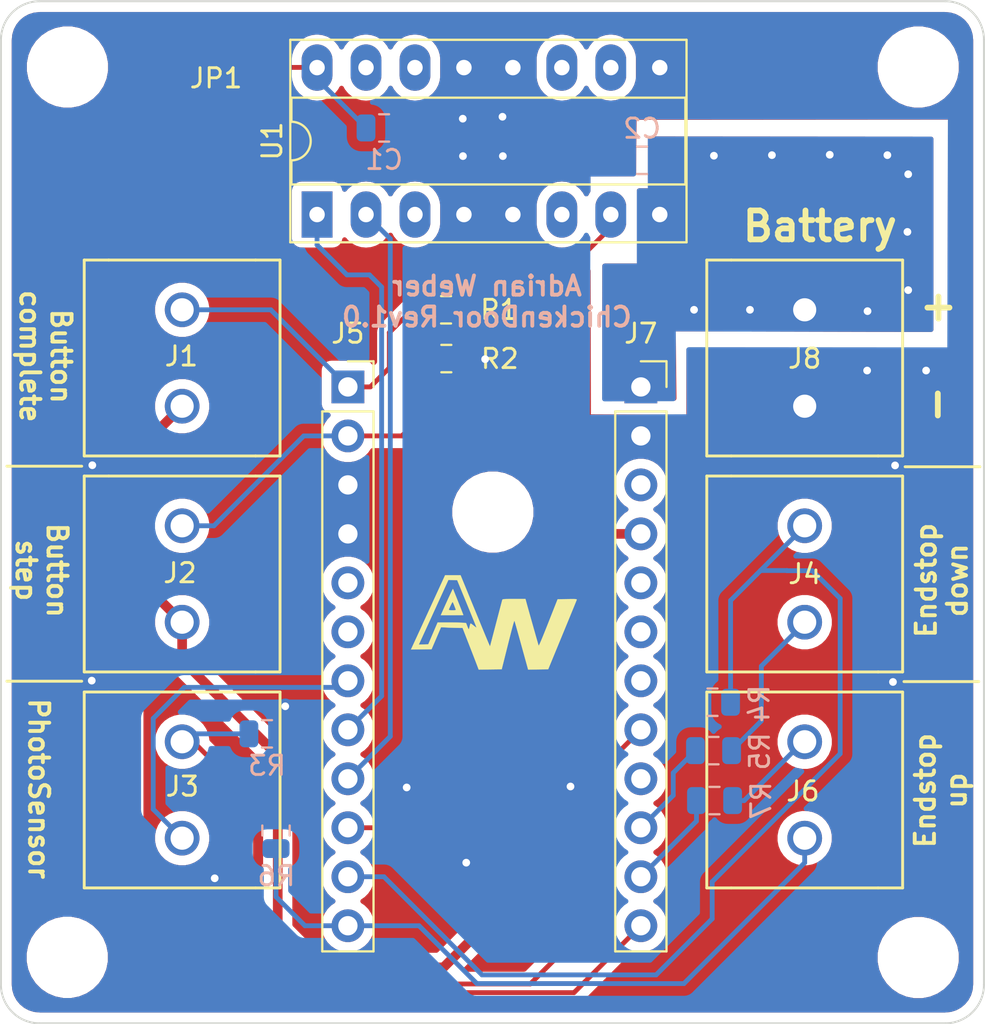
<source format=kicad_pcb>
(kicad_pcb (version 20171130) (host pcbnew 5.1.6-c6e7f7d~86~ubuntu18.04.1)

  (general
    (thickness 1.6)
    (drawings 21)
    (tracks 180)
    (zones 0)
    (modules 25)
    (nets 19)
  )

  (page A4)
  (layers
    (0 F.Cu signal)
    (31 B.Cu signal)
    (32 B.Adhes user)
    (33 F.Adhes user)
    (34 B.Paste user)
    (35 F.Paste user)
    (36 B.SilkS user)
    (37 F.SilkS user)
    (38 B.Mask user)
    (39 F.Mask user)
    (40 Dwgs.User user)
    (41 Cmts.User user hide)
    (42 Eco1.User user)
    (43 Eco2.User user)
    (44 Edge.Cuts user)
    (45 Margin user)
    (46 B.CrtYd user)
    (47 F.CrtYd user)
    (48 B.Fab user hide)
    (49 F.Fab user hide)
  )

  (setup
    (last_trace_width 0.25)
    (user_trace_width 0.5)
    (trace_clearance 0.2)
    (zone_clearance 0.508)
    (zone_45_only no)
    (trace_min 0.2)
    (via_size 0.8)
    (via_drill 0.4)
    (via_min_size 0.4)
    (via_min_drill 0.3)
    (uvia_size 0.3)
    (uvia_drill 0.1)
    (uvias_allowed no)
    (uvia_min_size 0.2)
    (uvia_min_drill 0.1)
    (edge_width 0.1)
    (segment_width 0.2)
    (pcb_text_width 0.3)
    (pcb_text_size 1.5 1.5)
    (mod_edge_width 0.15)
    (mod_text_size 1 1)
    (mod_text_width 0.15)
    (pad_size 3.2 3.2)
    (pad_drill 3.2)
    (pad_to_mask_clearance 0)
    (aux_axis_origin 0 0)
    (visible_elements FFFFFF7F)
    (pcbplotparams
      (layerselection 0x010fc_ffffffff)
      (usegerberextensions false)
      (usegerberattributes true)
      (usegerberadvancedattributes true)
      (creategerberjobfile true)
      (excludeedgelayer true)
      (linewidth 0.100000)
      (plotframeref false)
      (viasonmask false)
      (mode 1)
      (useauxorigin false)
      (hpglpennumber 1)
      (hpglpenspeed 20)
      (hpglpendiameter 15.000000)
      (psnegative false)
      (psa4output false)
      (plotreference true)
      (plotvalue true)
      (plotinvisibletext false)
      (padsonsilk false)
      (subtractmaskfromsilk false)
      (outputformat 1)
      (mirror false)
      (drillshape 0)
      (scaleselection 1)
      (outputdirectory "gerber/"))
  )

  (net 0 "")
  (net 1 "Net-(C1-Pad1)")
  (net 2 GND)
  (net 3 +6V)
  (net 4 Vcc)
  (net 5 Move_complete)
  (net 6 Move_step)
  (net 7 Photo_Powr)
  (net 8 Photo_Sens)
  (net 9 End_down)
  (net 10 End_up)
  (net 11 Motor_1)
  (net 12 Motor_0)
  (net 13 Motor_EN)
  (net 14 "Net-(J6-Pad2)")
  (net 15 5V_up)
  (net 16 5V_down)
  (net 17 5V_Motor_out)
  (net 18 "Net-(J4-Pad1)")

  (net_class Default "This is the default net class."
    (clearance 0.2)
    (trace_width 0.25)
    (via_dia 0.8)
    (via_drill 0.4)
    (uvia_dia 0.3)
    (uvia_drill 0.1)
    (add_net +6V)
    (add_net 5V_Motor_out)
    (add_net 5V_down)
    (add_net 5V_up)
    (add_net End_down)
    (add_net End_up)
    (add_net GND)
    (add_net Motor_0)
    (add_net Motor_1)
    (add_net Motor_EN)
    (add_net Move_complete)
    (add_net Move_step)
    (add_net "Net-(C1-Pad1)")
    (add_net "Net-(J4-Pad1)")
    (add_net "Net-(J6-Pad2)")
    (add_net Photo_Powr)
    (add_net Photo_Sens)
    (add_net Vcc)
  )

  (module MountingHole:MountingHole_3.2mm_M3 (layer F.Cu) (tedit 56D1B4CB) (tstamp 5F063049)
    (at 124.52 80.49)
    (descr "Mounting Hole 3.2mm, no annular, M3")
    (tags "mounting hole 3.2mm no annular m3")
    (attr virtual)
    (fp_text reference REF** (at 0 -4.2) (layer F.SilkS) hide
      (effects (font (size 1 1) (thickness 0.15)))
    )
    (fp_text value MountingHole_3.2mm_M3 (at 0 4.2) (layer F.Fab)
      (effects (font (size 1 1) (thickness 0.15)))
    )
    (fp_circle (center 0 0) (end 3.2 0) (layer Cmts.User) (width 0.15))
    (fp_circle (center 0 0) (end 3.45 0) (layer F.CrtYd) (width 0.05))
    (fp_text user %R (at 0.3 0) (layer F.Fab)
      (effects (font (size 1 1) (thickness 0.15)))
    )
    (pad 1 np_thru_hole circle (at 0 0) (size 3.2 3.2) (drill 3.2) (layers *.Cu *.Mask))
  )

  (module MountingHole:MountingHole_3.2mm_M3 (layer F.Cu) (tedit 56D1B4CB) (tstamp 5F063049)
    (at 146.59 103.59)
    (descr "Mounting Hole 3.2mm, no annular, M3")
    (tags "mounting hole 3.2mm no annular m3")
    (attr virtual)
    (fp_text reference REF** (at 0 -4.2) (layer F.SilkS) hide
      (effects (font (size 1 1) (thickness 0.15)))
    )
    (fp_text value MountingHole_3.2mm_M3 (at 0 4.2) (layer F.Fab)
      (effects (font (size 1 1) (thickness 0.15)))
    )
    (fp_circle (center 0 0) (end 3.2 0) (layer Cmts.User) (width 0.15))
    (fp_circle (center 0 0) (end 3.45 0) (layer F.CrtYd) (width 0.05))
    (fp_text user %R (at 0.3 0) (layer F.Fab)
      (effects (font (size 1 1) (thickness 0.15)))
    )
    (pad 1 np_thru_hole circle (at 0 0) (size 3.2 3.2) (drill 3.2) (layers *.Cu *.Mask))
  )

  (module MountingHole:MountingHole_3.2mm_M3 (layer F.Cu) (tedit 56D1B4CB) (tstamp 5F063049)
    (at 102.44 103.58)
    (descr "Mounting Hole 3.2mm, no annular, M3")
    (tags "mounting hole 3.2mm no annular m3")
    (attr virtual)
    (fp_text reference REF** (at 0 -4.2) (layer F.SilkS) hide
      (effects (font (size 1 1) (thickness 0.15)))
    )
    (fp_text value MountingHole_3.2mm_M3 (at 0 4.2) (layer F.Fab)
      (effects (font (size 1 1) (thickness 0.15)))
    )
    (fp_circle (center 0 0) (end 3.2 0) (layer Cmts.User) (width 0.15))
    (fp_circle (center 0 0) (end 3.45 0) (layer F.CrtYd) (width 0.05))
    (fp_text user %R (at 0.3 0) (layer F.Fab)
      (effects (font (size 1 1) (thickness 0.15)))
    )
    (pad 1 np_thru_hole circle (at 0 0) (size 3.2 3.2) (drill 3.2) (layers *.Cu *.Mask))
  )

  (module MountingHole:MountingHole_3.2mm_M3 (layer F.Cu) (tedit 56D1B4CB) (tstamp 5F063033)
    (at 102.45 57.41)
    (descr "Mounting Hole 3.2mm, no annular, M3")
    (tags "mounting hole 3.2mm no annular m3")
    (attr virtual)
    (fp_text reference REF** (at 0 -4.2) (layer F.SilkS) hide
      (effects (font (size 1 1) (thickness 0.15)))
    )
    (fp_text value MountingHole_3.2mm_M3 (at 0 4.2) (layer F.Fab)
      (effects (font (size 1 1) (thickness 0.15)))
    )
    (fp_circle (center 0 0) (end 3.2 0) (layer Cmts.User) (width 0.15))
    (fp_circle (center 0 0) (end 3.45 0) (layer F.CrtYd) (width 0.05))
    (fp_text user %R (at 0.3 0) (layer F.Fab)
      (effects (font (size 1 1) (thickness 0.15)))
    )
    (pad 1 np_thru_hole circle (at 0 0) (size 3.2 3.2) (drill 3.2) (layers *.Cu *.Mask))
  )

  (module MountingHole:MountingHole_3.2mm_M3 (layer F.Cu) (tedit 56D1B4CB) (tstamp 5F062FF5)
    (at 146.59 57.41)
    (descr "Mounting Hole 3.2mm, no annular, M3")
    (tags "mounting hole 3.2mm no annular m3")
    (attr virtual)
    (fp_text reference REF** (at 0 -4.2) (layer F.SilkS) hide
      (effects (font (size 1 1) (thickness 0.15)))
    )
    (fp_text value MountingHole_3.2mm_M3 (at 0 4.2) (layer F.Fab)
      (effects (font (size 1 1) (thickness 0.15)))
    )
    (fp_circle (center 0 0) (end 3.2 0) (layer Cmts.User) (width 0.15))
    (fp_circle (center 0 0) (end 3.45 0) (layer F.CrtYd) (width 0.05))
    (fp_text user %R (at 0.3 0) (layer F.Fab)
      (effects (font (size 1 1) (thickness 0.15)))
    )
    (pad 1 np_thru_hole circle (at 0 0) (size 3.2 3.2) (drill 3.2) (layers *.Cu *.Mask))
  )

  (module Capacitor_SMD:C_0805_2012Metric (layer B.Cu) (tedit 5B36C52B) (tstamp 5F050F7B)
    (at 118.8775 60.57)
    (descr "Capacitor SMD 0805 (2012 Metric), square (rectangular) end terminal, IPC_7351 nominal, (Body size source: https://docs.google.com/spreadsheets/d/1BsfQQcO9C6DZCsRaXUlFlo91Tg2WpOkGARC1WS5S8t0/edit?usp=sharing), generated with kicad-footprint-generator")
    (tags capacitor)
    (path /5F071EEF)
    (attr smd)
    (fp_text reference C1 (at 0 1.65) (layer B.SilkS)
      (effects (font (size 1 1) (thickness 0.15)) (justify mirror))
    )
    (fp_text value 0.1uF (at 0 -1.65) (layer B.Fab)
      (effects (font (size 1 1) (thickness 0.15)) (justify mirror))
    )
    (fp_line (start 1.68 -0.95) (end -1.68 -0.95) (layer B.CrtYd) (width 0.05))
    (fp_line (start 1.68 0.95) (end 1.68 -0.95) (layer B.CrtYd) (width 0.05))
    (fp_line (start -1.68 0.95) (end 1.68 0.95) (layer B.CrtYd) (width 0.05))
    (fp_line (start -1.68 -0.95) (end -1.68 0.95) (layer B.CrtYd) (width 0.05))
    (fp_line (start -0.258578 -0.71) (end 0.258578 -0.71) (layer B.SilkS) (width 0.12))
    (fp_line (start -0.258578 0.71) (end 0.258578 0.71) (layer B.SilkS) (width 0.12))
    (fp_line (start 1 -0.6) (end -1 -0.6) (layer B.Fab) (width 0.1))
    (fp_line (start 1 0.6) (end 1 -0.6) (layer B.Fab) (width 0.1))
    (fp_line (start -1 0.6) (end 1 0.6) (layer B.Fab) (width 0.1))
    (fp_line (start -1 -0.6) (end -1 0.6) (layer B.Fab) (width 0.1))
    (fp_text user %R (at 0 0) (layer B.Fab)
      (effects (font (size 0.5 0.5) (thickness 0.08)) (justify mirror))
    )
    (pad 1 smd roundrect (at -0.9375 0) (size 0.975 1.4) (layers B.Cu B.Paste B.Mask) (roundrect_rratio 0.25)
      (net 1 "Net-(C1-Pad1)"))
    (pad 2 smd roundrect (at 0.9375 0) (size 0.975 1.4) (layers B.Cu B.Paste B.Mask) (roundrect_rratio 0.25)
      (net 2 GND))
    (model ${KISYS3DMOD}/Capacitor_SMD.3dshapes/C_0805_2012Metric.wrl
      (at (xyz 0 0 0))
      (scale (xyz 1 1 1))
      (rotate (xyz 0 0 0))
    )
  )

  (module Capacitor_SMD:C_0805_2012Metric (layer B.Cu) (tedit 5B36C52B) (tstamp 5F050F8C)
    (at 132.2625 62.25 180)
    (descr "Capacitor SMD 0805 (2012 Metric), square (rectangular) end terminal, IPC_7351 nominal, (Body size source: https://docs.google.com/spreadsheets/d/1BsfQQcO9C6DZCsRaXUlFlo91Tg2WpOkGARC1WS5S8t0/edit?usp=sharing), generated with kicad-footprint-generator")
    (tags capacitor)
    (path /5F06A5AA)
    (attr smd)
    (fp_text reference C2 (at 0 1.65) (layer B.SilkS)
      (effects (font (size 1 1) (thickness 0.15)) (justify mirror))
    )
    (fp_text value 0.1uF (at 0 -1.65) (layer B.Fab)
      (effects (font (size 1 1) (thickness 0.15)) (justify mirror))
    )
    (fp_line (start -1 -0.6) (end -1 0.6) (layer B.Fab) (width 0.1))
    (fp_line (start -1 0.6) (end 1 0.6) (layer B.Fab) (width 0.1))
    (fp_line (start 1 0.6) (end 1 -0.6) (layer B.Fab) (width 0.1))
    (fp_line (start 1 -0.6) (end -1 -0.6) (layer B.Fab) (width 0.1))
    (fp_line (start -0.258578 0.71) (end 0.258578 0.71) (layer B.SilkS) (width 0.12))
    (fp_line (start -0.258578 -0.71) (end 0.258578 -0.71) (layer B.SilkS) (width 0.12))
    (fp_line (start -1.68 -0.95) (end -1.68 0.95) (layer B.CrtYd) (width 0.05))
    (fp_line (start -1.68 0.95) (end 1.68 0.95) (layer B.CrtYd) (width 0.05))
    (fp_line (start 1.68 0.95) (end 1.68 -0.95) (layer B.CrtYd) (width 0.05))
    (fp_line (start 1.68 -0.95) (end -1.68 -0.95) (layer B.CrtYd) (width 0.05))
    (fp_text user %R (at 0 0) (layer B.Fab)
      (effects (font (size 0.5 0.5) (thickness 0.08)) (justify mirror))
    )
    (pad 2 smd roundrect (at 0.9375 0 180) (size 0.975 1.4) (layers B.Cu B.Paste B.Mask) (roundrect_rratio 0.25)
      (net 2 GND))
    (pad 1 smd roundrect (at -0.9375 0 180) (size 0.975 1.4) (layers B.Cu B.Paste B.Mask) (roundrect_rratio 0.25)
      (net 3 +6V))
    (model ${KISYS3DMOD}/Capacitor_SMD.3dshapes/C_0805_2012Metric.wrl
      (at (xyz 0 0 0))
      (scale (xyz 1 1 1))
      (rotate (xyz 0 0 0))
    )
  )

  (module OwnConn:screwterminal (layer F.Cu) (tedit 5CB834C6) (tstamp 5F050F99)
    (at 108.4 72.5 270)
    (path /5F080A83)
    (fp_text reference J1 (at -0.09 0.04) (layer F.SilkS)
      (effects (font (size 1 1) (thickness 0.15)))
    )
    (fp_text value Screw_Terminal_01x02 (at 0 -6.35 90) (layer F.Fab)
      (effects (font (size 1 1) (thickness 0.15)))
    )
    (fp_line (start -5.08 -3.81) (end -5.08 -5.08) (layer F.SilkS) (width 0.15))
    (fp_line (start 5.08 -3.81) (end 5.08 -5.08) (layer F.SilkS) (width 0.15))
    (fp_line (start -5.08 5.08) (end -5.08 3.81) (layer F.SilkS) (width 0.15))
    (fp_line (start -5.08 5.08) (end 5.08 5.08) (layer F.SilkS) (width 0.15))
    (fp_line (start 5.08 -3.81) (end 5.08 5.08) (layer F.SilkS) (width 0.15))
    (fp_line (start -5.08 3.81) (end -5.08 -3.81) (layer F.SilkS) (width 0.15))
    (fp_line (start -5.08 -5.08) (end 5.08 -5.08) (layer F.SilkS) (width 0.15))
    (pad 2 thru_hole circle (at 2.5 0 270) (size 1.8 1.8) (drill 1.2) (layers *.Cu *.Mask)
      (net 4 Vcc))
    (pad 1 thru_hole circle (at -2.5 0 270) (size 1.8 1.8) (drill 1.2) (layers *.Cu *.Mask)
      (net 5 Move_complete))
    (model ${KISYS3DMOD}/OwnConn.3dshapes/screwterminal.wrl
      (offset (xyz -5.2 5 -5.8))
      (scale (xyz 1.5 1.5 1.5))
      (rotate (xyz 0 0 0))
    )
  )

  (module OwnConn:screwterminal (layer F.Cu) (tedit 5CB834C6) (tstamp 5F050FA6)
    (at 108.4 83.7 270)
    (path /5F086F18)
    (fp_text reference J2 (at -0.05 0.11 180) (layer F.SilkS)
      (effects (font (size 1 1) (thickness 0.15)))
    )
    (fp_text value Screw_Terminal_01x02 (at 0 -6.35 90) (layer F.Fab)
      (effects (font (size 1 1) (thickness 0.15)))
    )
    (fp_line (start -5.08 -5.08) (end 5.08 -5.08) (layer F.SilkS) (width 0.15))
    (fp_line (start -5.08 3.81) (end -5.08 -3.81) (layer F.SilkS) (width 0.15))
    (fp_line (start 5.08 -3.81) (end 5.08 5.08) (layer F.SilkS) (width 0.15))
    (fp_line (start -5.08 5.08) (end 5.08 5.08) (layer F.SilkS) (width 0.15))
    (fp_line (start -5.08 5.08) (end -5.08 3.81) (layer F.SilkS) (width 0.15))
    (fp_line (start 5.08 -3.81) (end 5.08 -5.08) (layer F.SilkS) (width 0.15))
    (fp_line (start -5.08 -3.81) (end -5.08 -5.08) (layer F.SilkS) (width 0.15))
    (pad 1 thru_hole circle (at -2.5 0 270) (size 1.8 1.8) (drill 1.2) (layers *.Cu *.Mask)
      (net 6 Move_step))
    (pad 2 thru_hole circle (at 2.5 0 270) (size 1.8 1.8) (drill 1.2) (layers *.Cu *.Mask)
      (net 4 Vcc))
    (model ${KISYS3DMOD}/OwnConn.3dshapes/screwterminal.wrl
      (offset (xyz -5.2 5 -5.8))
      (scale (xyz 1.5 1.5 1.5))
      (rotate (xyz 0 0 0))
    )
  )

  (module OwnConn:screwterminal (layer F.Cu) (tedit 5CB834C6) (tstamp 5F050FB3)
    (at 108.4 94.9 270)
    (path /5F08F71E)
    (fp_text reference J3 (at -0.18 -0.01 180) (layer F.SilkS)
      (effects (font (size 1 1) (thickness 0.15)))
    )
    (fp_text value Screw_Terminal_01x02 (at 0 -6.35 90) (layer F.Fab)
      (effects (font (size 1 1) (thickness 0.15)))
    )
    (fp_line (start -5.08 -3.81) (end -5.08 -5.08) (layer F.SilkS) (width 0.15))
    (fp_line (start 5.08 -3.81) (end 5.08 -5.08) (layer F.SilkS) (width 0.15))
    (fp_line (start -5.08 5.08) (end -5.08 3.81) (layer F.SilkS) (width 0.15))
    (fp_line (start -5.08 5.08) (end 5.08 5.08) (layer F.SilkS) (width 0.15))
    (fp_line (start 5.08 -3.81) (end 5.08 5.08) (layer F.SilkS) (width 0.15))
    (fp_line (start -5.08 3.81) (end -5.08 -3.81) (layer F.SilkS) (width 0.15))
    (fp_line (start -5.08 -5.08) (end 5.08 -5.08) (layer F.SilkS) (width 0.15))
    (pad 2 thru_hole circle (at 2.5 0 270) (size 1.8 1.8) (drill 1.2) (layers *.Cu *.Mask)
      (net 7 Photo_Powr))
    (pad 1 thru_hole circle (at -2.5 0 270) (size 1.8 1.8) (drill 1.2) (layers *.Cu *.Mask)
      (net 8 Photo_Sens))
    (model ${KISYS3DMOD}/OwnConn.3dshapes/screwterminal.wrl
      (offset (xyz -5.2 5 -5.8))
      (scale (xyz 1.5 1.5 1.5))
      (rotate (xyz 0 0 0))
    )
  )

  (module OwnConn:screwterminal (layer F.Cu) (tedit 5CB834C6) (tstamp 5F050FC0)
    (at 140.7 83.7 90)
    (path /5F095001)
    (fp_text reference J4 (at 0 0.01 180) (layer F.SilkS)
      (effects (font (size 1 1) (thickness 0.15)))
    )
    (fp_text value Screw_Terminal_01x02 (at 0 -6.35 90) (layer F.Fab)
      (effects (font (size 1 1) (thickness 0.15)))
    )
    (fp_line (start -5.08 -5.08) (end 5.08 -5.08) (layer F.SilkS) (width 0.15))
    (fp_line (start -5.08 3.81) (end -5.08 -3.81) (layer F.SilkS) (width 0.15))
    (fp_line (start 5.08 -3.81) (end 5.08 5.08) (layer F.SilkS) (width 0.15))
    (fp_line (start -5.08 5.08) (end 5.08 5.08) (layer F.SilkS) (width 0.15))
    (fp_line (start -5.08 5.08) (end -5.08 3.81) (layer F.SilkS) (width 0.15))
    (fp_line (start 5.08 -3.81) (end 5.08 -5.08) (layer F.SilkS) (width 0.15))
    (fp_line (start -5.08 -3.81) (end -5.08 -5.08) (layer F.SilkS) (width 0.15))
    (pad 1 thru_hole circle (at -2.5 0 90) (size 1.8 1.8) (drill 1.2) (layers *.Cu *.Mask)
      (net 18 "Net-(J4-Pad1)"))
    (pad 2 thru_hole circle (at 2.5 0 90) (size 1.8 1.8) (drill 1.2) (layers *.Cu *.Mask)
      (net 9 End_down))
    (model ${KISYS3DMOD}/OwnConn.3dshapes/screwterminal.wrl
      (offset (xyz -5.2 5 -5.8))
      (scale (xyz 1.5 1.5 1.5))
      (rotate (xyz 0 0 0))
    )
  )

  (module OwnConn:screwterminal (layer F.Cu) (tedit 5CB834C6) (tstamp 5F050FED)
    (at 140.7 94.9 90)
    (path /5F09697B)
    (fp_text reference J6 (at -0.07 -0.09 180) (layer F.SilkS)
      (effects (font (size 1 1) (thickness 0.15)))
    )
    (fp_text value Screw_Terminal_01x02 (at 0 -6.35 90) (layer F.Fab)
      (effects (font (size 1 1) (thickness 0.15)))
    )
    (fp_line (start -5.08 -3.81) (end -5.08 -5.08) (layer F.SilkS) (width 0.15))
    (fp_line (start 5.08 -3.81) (end 5.08 -5.08) (layer F.SilkS) (width 0.15))
    (fp_line (start -5.08 5.08) (end -5.08 3.81) (layer F.SilkS) (width 0.15))
    (fp_line (start -5.08 5.08) (end 5.08 5.08) (layer F.SilkS) (width 0.15))
    (fp_line (start 5.08 -3.81) (end 5.08 5.08) (layer F.SilkS) (width 0.15))
    (fp_line (start -5.08 3.81) (end -5.08 -3.81) (layer F.SilkS) (width 0.15))
    (fp_line (start -5.08 -5.08) (end 5.08 -5.08) (layer F.SilkS) (width 0.15))
    (pad 2 thru_hole circle (at 2.5 0 90) (size 1.8 1.8) (drill 1.2) (layers *.Cu *.Mask)
      (net 14 "Net-(J6-Pad2)"))
    (pad 1 thru_hole circle (at -2.5 0 90) (size 1.8 1.8) (drill 1.2) (layers *.Cu *.Mask)
      (net 10 End_up))
    (model ${KISYS3DMOD}/OwnConn.3dshapes/screwterminal.wrl
      (offset (xyz -5.2 5 -5.8))
      (scale (xyz 1.5 1.5 1.5))
      (rotate (xyz 0 0 0))
    )
  )

  (module OwnConn:screwterminal (layer F.Cu) (tedit 5CB834C6) (tstamp 5F05101A)
    (at 140.7 72.5 90)
    (path /5F07F387)
    (fp_text reference J8 (at -0.03 0) (layer F.SilkS)
      (effects (font (size 1 1) (thickness 0.15)))
    )
    (fp_text value Screw_Terminal_01x02 (at 0 -6.35 90) (layer F.Fab)
      (effects (font (size 1 1) (thickness 0.15)))
    )
    (fp_line (start -5.08 -5.08) (end 5.08 -5.08) (layer F.SilkS) (width 0.15))
    (fp_line (start -5.08 3.81) (end -5.08 -3.81) (layer F.SilkS) (width 0.15))
    (fp_line (start 5.08 -3.81) (end 5.08 5.08) (layer F.SilkS) (width 0.15))
    (fp_line (start -5.08 5.08) (end 5.08 5.08) (layer F.SilkS) (width 0.15))
    (fp_line (start -5.08 5.08) (end -5.08 3.81) (layer F.SilkS) (width 0.15))
    (fp_line (start 5.08 -3.81) (end 5.08 -5.08) (layer F.SilkS) (width 0.15))
    (fp_line (start -5.08 -3.81) (end -5.08 -5.08) (layer F.SilkS) (width 0.15))
    (pad 1 thru_hole circle (at -2.5 0 90) (size 1.8 1.8) (drill 1.2) (layers *.Cu *.Mask)
      (net 2 GND))
    (pad 2 thru_hole circle (at 2.5 0 90) (size 1.8 1.8) (drill 1.2) (layers *.Cu *.Mask)
      (net 3 +6V))
    (model ${KISYS3DMOD}/OwnConn.3dshapes/screwterminal.wrl
      (offset (xyz -5.2 5 -5.8))
      (scale (xyz 1.5 1.5 1.5))
      (rotate (xyz 0 0 0))
    )
  )

  (module SolderJumper:2pin (layer F.Cu) (tedit 5CD7097E) (tstamp 5F051020)
    (at 112.03 58.03 270)
    (path /5F07BE6E)
    (fp_text reference JP1 (at -0.04 1.87 180) (layer F.SilkS)
      (effects (font (size 1 1) (thickness 0.15)))
    )
    (fp_text value SolderJumper_2_Open (at 0 1.08 90) (layer F.Fab)
      (effects (font (size 1 1) (thickness 0.15)))
    )
    (pad 1 smd rect (at -0.6 0 270) (size 0.8 0.8) (layers F.Cu F.Paste F.Mask)
      (net 1 "Net-(C1-Pad1)"))
    (pad 2 smd rect (at 0.6 0 270) (size 0.8 0.8) (layers F.Cu F.Paste F.Mask)
      (net 17 5V_Motor_out))
  )

  (module Resistor_SMD:R_0805_2012Metric (layer F.Cu) (tedit 5B36C52B) (tstamp 5F051031)
    (at 122.0925 70)
    (descr "Resistor SMD 0805 (2012 Metric), square (rectangular) end terminal, IPC_7351 nominal, (Body size source: https://docs.google.com/spreadsheets/d/1BsfQQcO9C6DZCsRaXUlFlo91Tg2WpOkGARC1WS5S8t0/edit?usp=sharing), generated with kicad-footprint-generator")
    (tags resistor)
    (path /5F08467A)
    (attr smd)
    (fp_text reference R1 (at 2.7575 0) (layer F.SilkS)
      (effects (font (size 1 1) (thickness 0.15)))
    )
    (fp_text value 4k7 (at 0 1.65) (layer F.Fab)
      (effects (font (size 1 1) (thickness 0.15)))
    )
    (fp_line (start -1 0.6) (end -1 -0.6) (layer F.Fab) (width 0.1))
    (fp_line (start -1 -0.6) (end 1 -0.6) (layer F.Fab) (width 0.1))
    (fp_line (start 1 -0.6) (end 1 0.6) (layer F.Fab) (width 0.1))
    (fp_line (start 1 0.6) (end -1 0.6) (layer F.Fab) (width 0.1))
    (fp_line (start -0.258578 -0.71) (end 0.258578 -0.71) (layer F.SilkS) (width 0.12))
    (fp_line (start -0.258578 0.71) (end 0.258578 0.71) (layer F.SilkS) (width 0.12))
    (fp_line (start -1.68 0.95) (end -1.68 -0.95) (layer F.CrtYd) (width 0.05))
    (fp_line (start -1.68 -0.95) (end 1.68 -0.95) (layer F.CrtYd) (width 0.05))
    (fp_line (start 1.68 -0.95) (end 1.68 0.95) (layer F.CrtYd) (width 0.05))
    (fp_line (start 1.68 0.95) (end -1.68 0.95) (layer F.CrtYd) (width 0.05))
    (fp_text user %R (at 0 0) (layer F.Fab)
      (effects (font (size 0.5 0.5) (thickness 0.08)))
    )
    (pad 2 smd roundrect (at 0.9375 0) (size 0.975 1.4) (layers F.Cu F.Paste F.Mask) (roundrect_rratio 0.25)
      (net 2 GND))
    (pad 1 smd roundrect (at -0.9375 0) (size 0.975 1.4) (layers F.Cu F.Paste F.Mask) (roundrect_rratio 0.25)
      (net 5 Move_complete))
    (model ${KISYS3DMOD}/Resistor_SMD.3dshapes/R_0805_2012Metric.wrl
      (at (xyz 0 0 0))
      (scale (xyz 1 1 1))
      (rotate (xyz 0 0 0))
    )
  )

  (module Resistor_SMD:R_0805_2012Metric (layer F.Cu) (tedit 5B36C52B) (tstamp 5F051042)
    (at 122.1075 72.53)
    (descr "Resistor SMD 0805 (2012 Metric), square (rectangular) end terminal, IPC_7351 nominal, (Body size source: https://docs.google.com/spreadsheets/d/1BsfQQcO9C6DZCsRaXUlFlo91Tg2WpOkGARC1WS5S8t0/edit?usp=sharing), generated with kicad-footprint-generator")
    (tags resistor)
    (path /5F086F23)
    (attr smd)
    (fp_text reference R2 (at 2.7725 0.01) (layer F.SilkS)
      (effects (font (size 1 1) (thickness 0.15)))
    )
    (fp_text value 4k7 (at 0 1.65) (layer F.Fab)
      (effects (font (size 1 1) (thickness 0.15)))
    )
    (fp_line (start -1 0.6) (end -1 -0.6) (layer F.Fab) (width 0.1))
    (fp_line (start -1 -0.6) (end 1 -0.6) (layer F.Fab) (width 0.1))
    (fp_line (start 1 -0.6) (end 1 0.6) (layer F.Fab) (width 0.1))
    (fp_line (start 1 0.6) (end -1 0.6) (layer F.Fab) (width 0.1))
    (fp_line (start -0.258578 -0.71) (end 0.258578 -0.71) (layer F.SilkS) (width 0.12))
    (fp_line (start -0.258578 0.71) (end 0.258578 0.71) (layer F.SilkS) (width 0.12))
    (fp_line (start -1.68 0.95) (end -1.68 -0.95) (layer F.CrtYd) (width 0.05))
    (fp_line (start -1.68 -0.95) (end 1.68 -0.95) (layer F.CrtYd) (width 0.05))
    (fp_line (start 1.68 -0.95) (end 1.68 0.95) (layer F.CrtYd) (width 0.05))
    (fp_line (start 1.68 0.95) (end -1.68 0.95) (layer F.CrtYd) (width 0.05))
    (fp_text user %R (at 0 0) (layer F.Fab)
      (effects (font (size 0.5 0.5) (thickness 0.08)))
    )
    (pad 2 smd roundrect (at 0.9375 0) (size 0.975 1.4) (layers F.Cu F.Paste F.Mask) (roundrect_rratio 0.25)
      (net 2 GND))
    (pad 1 smd roundrect (at -0.9375 0) (size 0.975 1.4) (layers F.Cu F.Paste F.Mask) (roundrect_rratio 0.25)
      (net 6 Move_step))
    (model ${KISYS3DMOD}/Resistor_SMD.3dshapes/R_0805_2012Metric.wrl
      (at (xyz 0 0 0))
      (scale (xyz 1 1 1))
      (rotate (xyz 0 0 0))
    )
  )

  (module Resistor_SMD:R_0805_2012Metric (layer B.Cu) (tedit 5B36C52B) (tstamp 5F051053)
    (at 112.8025 91.99)
    (descr "Resistor SMD 0805 (2012 Metric), square (rectangular) end terminal, IPC_7351 nominal, (Body size source: https://docs.google.com/spreadsheets/d/1BsfQQcO9C6DZCsRaXUlFlo91Tg2WpOkGARC1WS5S8t0/edit?usp=sharing), generated with kicad-footprint-generator")
    (tags resistor)
    (path /5F08F729)
    (attr smd)
    (fp_text reference R3 (at 0 1.65) (layer B.SilkS)
      (effects (font (size 1 1) (thickness 0.15)) (justify mirror))
    )
    (fp_text value 4k7 (at 0 -1.65) (layer B.Fab)
      (effects (font (size 1 1) (thickness 0.15)) (justify mirror))
    )
    (fp_line (start 1.68 -0.95) (end -1.68 -0.95) (layer B.CrtYd) (width 0.05))
    (fp_line (start 1.68 0.95) (end 1.68 -0.95) (layer B.CrtYd) (width 0.05))
    (fp_line (start -1.68 0.95) (end 1.68 0.95) (layer B.CrtYd) (width 0.05))
    (fp_line (start -1.68 -0.95) (end -1.68 0.95) (layer B.CrtYd) (width 0.05))
    (fp_line (start -0.258578 -0.71) (end 0.258578 -0.71) (layer B.SilkS) (width 0.12))
    (fp_line (start -0.258578 0.71) (end 0.258578 0.71) (layer B.SilkS) (width 0.12))
    (fp_line (start 1 -0.6) (end -1 -0.6) (layer B.Fab) (width 0.1))
    (fp_line (start 1 0.6) (end 1 -0.6) (layer B.Fab) (width 0.1))
    (fp_line (start -1 0.6) (end 1 0.6) (layer B.Fab) (width 0.1))
    (fp_line (start -1 -0.6) (end -1 0.6) (layer B.Fab) (width 0.1))
    (fp_text user %R (at 0 0) (layer B.Fab)
      (effects (font (size 0.5 0.5) (thickness 0.08)) (justify mirror))
    )
    (pad 1 smd roundrect (at -0.9375 0) (size 0.975 1.4) (layers B.Cu B.Paste B.Mask) (roundrect_rratio 0.25)
      (net 8 Photo_Sens))
    (pad 2 smd roundrect (at 0.9375 0) (size 0.975 1.4) (layers B.Cu B.Paste B.Mask) (roundrect_rratio 0.25)
      (net 2 GND))
    (model ${KISYS3DMOD}/Resistor_SMD.3dshapes/R_0805_2012Metric.wrl
      (at (xyz 0 0 0))
      (scale (xyz 1 1 1))
      (rotate (xyz 0 0 0))
    )
  )

  (module Resistor_SMD:R_0805_2012Metric (layer B.Cu) (tedit 5B36C52B) (tstamp 5F051064)
    (at 135.9175 90.35 180)
    (descr "Resistor SMD 0805 (2012 Metric), square (rectangular) end terminal, IPC_7351 nominal, (Body size source: https://docs.google.com/spreadsheets/d/1BsfQQcO9C6DZCsRaXUlFlo91Tg2WpOkGARC1WS5S8t0/edit?usp=sharing), generated with kicad-footprint-generator")
    (tags resistor)
    (path /5F09500C)
    (attr smd)
    (fp_text reference R4 (at -2.4325 -0.08 90) (layer B.SilkS)
      (effects (font (size 1 1) (thickness 0.15)) (justify mirror))
    )
    (fp_text value 4k7 (at 0 -1.65) (layer B.Fab)
      (effects (font (size 1 1) (thickness 0.15)) (justify mirror))
    )
    (fp_line (start 1.68 -0.95) (end -1.68 -0.95) (layer B.CrtYd) (width 0.05))
    (fp_line (start 1.68 0.95) (end 1.68 -0.95) (layer B.CrtYd) (width 0.05))
    (fp_line (start -1.68 0.95) (end 1.68 0.95) (layer B.CrtYd) (width 0.05))
    (fp_line (start -1.68 -0.95) (end -1.68 0.95) (layer B.CrtYd) (width 0.05))
    (fp_line (start -0.258578 -0.71) (end 0.258578 -0.71) (layer B.SilkS) (width 0.12))
    (fp_line (start -0.258578 0.71) (end 0.258578 0.71) (layer B.SilkS) (width 0.12))
    (fp_line (start 1 -0.6) (end -1 -0.6) (layer B.Fab) (width 0.1))
    (fp_line (start 1 0.6) (end 1 -0.6) (layer B.Fab) (width 0.1))
    (fp_line (start -1 0.6) (end 1 0.6) (layer B.Fab) (width 0.1))
    (fp_line (start -1 -0.6) (end -1 0.6) (layer B.Fab) (width 0.1))
    (fp_text user %R (at 0 0) (layer B.Fab)
      (effects (font (size 0.5 0.5) (thickness 0.08)) (justify mirror))
    )
    (pad 1 smd roundrect (at -0.9375 0 180) (size 0.975 1.4) (layers B.Cu B.Paste B.Mask) (roundrect_rratio 0.25)
      (net 9 End_down))
    (pad 2 smd roundrect (at 0.9375 0 180) (size 0.975 1.4) (layers B.Cu B.Paste B.Mask) (roundrect_rratio 0.25)
      (net 2 GND))
    (model ${KISYS3DMOD}/Resistor_SMD.3dshapes/R_0805_2012Metric.wrl
      (at (xyz 0 0 0))
      (scale (xyz 1 1 1))
      (rotate (xyz 0 0 0))
    )
  )

  (module Resistor_SMD:R_0805_2012Metric (layer B.Cu) (tedit 5B36C52B) (tstamp 5F051075)
    (at 135.97 92.86)
    (descr "Resistor SMD 0805 (2012 Metric), square (rectangular) end terminal, IPC_7351 nominal, (Body size source: https://docs.google.com/spreadsheets/d/1BsfQQcO9C6DZCsRaXUlFlo91Tg2WpOkGARC1WS5S8t0/edit?usp=sharing), generated with kicad-footprint-generator")
    (tags resistor)
    (path /5F071F53)
    (attr smd)
    (fp_text reference R5 (at 2.4 0.04 90) (layer B.SilkS)
      (effects (font (size 1 1) (thickness 0.15)) (justify mirror))
    )
    (fp_text value 470R (at 0 -1.65) (layer B.Fab)
      (effects (font (size 1 1) (thickness 0.15)) (justify mirror))
    )
    (fp_line (start -1 -0.6) (end -1 0.6) (layer B.Fab) (width 0.1))
    (fp_line (start -1 0.6) (end 1 0.6) (layer B.Fab) (width 0.1))
    (fp_line (start 1 0.6) (end 1 -0.6) (layer B.Fab) (width 0.1))
    (fp_line (start 1 -0.6) (end -1 -0.6) (layer B.Fab) (width 0.1))
    (fp_line (start -0.258578 0.71) (end 0.258578 0.71) (layer B.SilkS) (width 0.12))
    (fp_line (start -0.258578 -0.71) (end 0.258578 -0.71) (layer B.SilkS) (width 0.12))
    (fp_line (start -1.68 -0.95) (end -1.68 0.95) (layer B.CrtYd) (width 0.05))
    (fp_line (start -1.68 0.95) (end 1.68 0.95) (layer B.CrtYd) (width 0.05))
    (fp_line (start 1.68 0.95) (end 1.68 -0.95) (layer B.CrtYd) (width 0.05))
    (fp_line (start 1.68 -0.95) (end -1.68 -0.95) (layer B.CrtYd) (width 0.05))
    (fp_text user %R (at 0 0) (layer B.Fab)
      (effects (font (size 0.5 0.5) (thickness 0.08)) (justify mirror))
    )
    (pad 2 smd roundrect (at 0.9375 0) (size 0.975 1.4) (layers B.Cu B.Paste B.Mask) (roundrect_rratio 0.25)
      (net 18 "Net-(J4-Pad1)"))
    (pad 1 smd roundrect (at -0.9375 0) (size 0.975 1.4) (layers B.Cu B.Paste B.Mask) (roundrect_rratio 0.25)
      (net 16 5V_down))
    (model ${KISYS3DMOD}/Resistor_SMD.3dshapes/R_0805_2012Metric.wrl
      (at (xyz 0 0 0))
      (scale (xyz 1 1 1))
      (rotate (xyz 0 0 0))
    )
  )

  (module Resistor_SMD:R_0805_2012Metric (layer B.Cu) (tedit 5B36C52B) (tstamp 5F051086)
    (at 113.27 97.0025 90)
    (descr "Resistor SMD 0805 (2012 Metric), square (rectangular) end terminal, IPC_7351 nominal, (Body size source: https://docs.google.com/spreadsheets/d/1BsfQQcO9C6DZCsRaXUlFlo91Tg2WpOkGARC1WS5S8t0/edit?usp=sharing), generated with kicad-footprint-generator")
    (tags resistor)
    (path /5F096986)
    (attr smd)
    (fp_text reference R6 (at -2.3575 0.02) (layer B.SilkS)
      (effects (font (size 1 1) (thickness 0.15)) (justify mirror))
    )
    (fp_text value 4k7 (at 0 -1.65 270) (layer B.Fab)
      (effects (font (size 1 1) (thickness 0.15)) (justify mirror))
    )
    (fp_line (start 1.68 -0.95) (end -1.68 -0.95) (layer B.CrtYd) (width 0.05))
    (fp_line (start 1.68 0.95) (end 1.68 -0.95) (layer B.CrtYd) (width 0.05))
    (fp_line (start -1.68 0.95) (end 1.68 0.95) (layer B.CrtYd) (width 0.05))
    (fp_line (start -1.68 -0.95) (end -1.68 0.95) (layer B.CrtYd) (width 0.05))
    (fp_line (start -0.258578 -0.71) (end 0.258578 -0.71) (layer B.SilkS) (width 0.12))
    (fp_line (start -0.258578 0.71) (end 0.258578 0.71) (layer B.SilkS) (width 0.12))
    (fp_line (start 1 -0.6) (end -1 -0.6) (layer B.Fab) (width 0.1))
    (fp_line (start 1 0.6) (end 1 -0.6) (layer B.Fab) (width 0.1))
    (fp_line (start -1 0.6) (end 1 0.6) (layer B.Fab) (width 0.1))
    (fp_line (start -1 -0.6) (end -1 0.6) (layer B.Fab) (width 0.1))
    (fp_text user %R (at 0 0 270) (layer B.Fab)
      (effects (font (size 0.5 0.5) (thickness 0.08)) (justify mirror))
    )
    (pad 1 smd roundrect (at -0.9375 0 90) (size 0.975 1.4) (layers B.Cu B.Paste B.Mask) (roundrect_rratio 0.25)
      (net 10 End_up))
    (pad 2 smd roundrect (at 0.9375 0 90) (size 0.975 1.4) (layers B.Cu B.Paste B.Mask) (roundrect_rratio 0.25)
      (net 2 GND))
    (model ${KISYS3DMOD}/Resistor_SMD.3dshapes/R_0805_2012Metric.wrl
      (at (xyz 0 0 0))
      (scale (xyz 1 1 1))
      (rotate (xyz 0 0 0))
    )
  )

  (module Resistor_SMD:R_0805_2012Metric (layer B.Cu) (tedit 5B36C52B) (tstamp 5F051097)
    (at 136.0225 95.45)
    (descr "Resistor SMD 0805 (2012 Metric), square (rectangular) end terminal, IPC_7351 nominal, (Body size source: https://docs.google.com/spreadsheets/d/1BsfQQcO9C6DZCsRaXUlFlo91Tg2WpOkGARC1WS5S8t0/edit?usp=sharing), generated with kicad-footprint-generator")
    (tags resistor)
    (path /5F072C4E)
    (attr smd)
    (fp_text reference R7 (at 2.4175 0 90) (layer B.SilkS)
      (effects (font (size 1 1) (thickness 0.15)) (justify mirror))
    )
    (fp_text value 470R (at 0 -1.65) (layer B.Fab)
      (effects (font (size 1 1) (thickness 0.15)) (justify mirror))
    )
    (fp_line (start 1.68 -0.95) (end -1.68 -0.95) (layer B.CrtYd) (width 0.05))
    (fp_line (start 1.68 0.95) (end 1.68 -0.95) (layer B.CrtYd) (width 0.05))
    (fp_line (start -1.68 0.95) (end 1.68 0.95) (layer B.CrtYd) (width 0.05))
    (fp_line (start -1.68 -0.95) (end -1.68 0.95) (layer B.CrtYd) (width 0.05))
    (fp_line (start -0.258578 -0.71) (end 0.258578 -0.71) (layer B.SilkS) (width 0.12))
    (fp_line (start -0.258578 0.71) (end 0.258578 0.71) (layer B.SilkS) (width 0.12))
    (fp_line (start 1 -0.6) (end -1 -0.6) (layer B.Fab) (width 0.1))
    (fp_line (start 1 0.6) (end 1 -0.6) (layer B.Fab) (width 0.1))
    (fp_line (start -1 0.6) (end 1 0.6) (layer B.Fab) (width 0.1))
    (fp_line (start -1 -0.6) (end -1 0.6) (layer B.Fab) (width 0.1))
    (fp_text user %R (at 0 0) (layer B.Fab)
      (effects (font (size 0.5 0.5) (thickness 0.08)) (justify mirror))
    )
    (pad 1 smd roundrect (at -0.9375 0) (size 0.975 1.4) (layers B.Cu B.Paste B.Mask) (roundrect_rratio 0.25)
      (net 15 5V_up))
    (pad 2 smd roundrect (at 0.9375 0) (size 0.975 1.4) (layers B.Cu B.Paste B.Mask) (roundrect_rratio 0.25)
      (net 14 "Net-(J6-Pad2)"))
    (model ${KISYS3DMOD}/Resistor_SMD.3dshapes/R_0805_2012Metric.wrl
      (at (xyz 0 0 0))
      (scale (xyz 1 1 1))
      (rotate (xyz 0 0 0))
    )
  )

  (module Package_DIP:DIP-16_W7.62mm_Socket_LongPads (layer F.Cu) (tedit 5A02E8C5) (tstamp 5F0517A7)
    (at 115.4 65.06 90)
    (descr "16-lead though-hole mounted DIP package, row spacing 7.62 mm (300 mils), Socket, LongPads")
    (tags "THT DIP DIL PDIP 2.54mm 7.62mm 300mil Socket LongPads")
    (path /5F0201D4)
    (fp_text reference U1 (at 3.81 -2.33 90) (layer F.SilkS)
      (effects (font (size 1 1) (thickness 0.15)))
    )
    (fp_text value L293D (at 3.81 20.11 90) (layer F.Fab)
      (effects (font (size 1 1) (thickness 0.15)))
    )
    (fp_line (start 1.635 -1.27) (end 6.985 -1.27) (layer F.Fab) (width 0.1))
    (fp_line (start 6.985 -1.27) (end 6.985 19.05) (layer F.Fab) (width 0.1))
    (fp_line (start 6.985 19.05) (end 0.635 19.05) (layer F.Fab) (width 0.1))
    (fp_line (start 0.635 19.05) (end 0.635 -0.27) (layer F.Fab) (width 0.1))
    (fp_line (start 0.635 -0.27) (end 1.635 -1.27) (layer F.Fab) (width 0.1))
    (fp_line (start -1.27 -1.33) (end -1.27 19.11) (layer F.Fab) (width 0.1))
    (fp_line (start -1.27 19.11) (end 8.89 19.11) (layer F.Fab) (width 0.1))
    (fp_line (start 8.89 19.11) (end 8.89 -1.33) (layer F.Fab) (width 0.1))
    (fp_line (start 8.89 -1.33) (end -1.27 -1.33) (layer F.Fab) (width 0.1))
    (fp_line (start 2.81 -1.33) (end 1.56 -1.33) (layer F.SilkS) (width 0.12))
    (fp_line (start 1.56 -1.33) (end 1.56 19.11) (layer F.SilkS) (width 0.12))
    (fp_line (start 1.56 19.11) (end 6.06 19.11) (layer F.SilkS) (width 0.12))
    (fp_line (start 6.06 19.11) (end 6.06 -1.33) (layer F.SilkS) (width 0.12))
    (fp_line (start 6.06 -1.33) (end 4.81 -1.33) (layer F.SilkS) (width 0.12))
    (fp_line (start -1.44 -1.39) (end -1.44 19.17) (layer F.SilkS) (width 0.12))
    (fp_line (start -1.44 19.17) (end 9.06 19.17) (layer F.SilkS) (width 0.12))
    (fp_line (start 9.06 19.17) (end 9.06 -1.39) (layer F.SilkS) (width 0.12))
    (fp_line (start 9.06 -1.39) (end -1.44 -1.39) (layer F.SilkS) (width 0.12))
    (fp_line (start -1.55 -1.6) (end -1.55 19.4) (layer F.CrtYd) (width 0.05))
    (fp_line (start -1.55 19.4) (end 9.15 19.4) (layer F.CrtYd) (width 0.05))
    (fp_line (start 9.15 19.4) (end 9.15 -1.6) (layer F.CrtYd) (width 0.05))
    (fp_line (start 9.15 -1.6) (end -1.55 -1.6) (layer F.CrtYd) (width 0.05))
    (fp_arc (start 3.81 -1.33) (end 2.81 -1.33) (angle -180) (layer F.SilkS) (width 0.12))
    (fp_text user %R (at 3.81 8.89 90) (layer F.Fab)
      (effects (font (size 1 1) (thickness 0.15)))
    )
    (pad 1 thru_hole rect (at 0 0 90) (size 2.4 1.6) (drill 0.8) (layers *.Cu *.Mask)
      (net 13 Motor_EN))
    (pad 9 thru_hole oval (at 7.62 17.78 90) (size 2.4 1.6) (drill 0.8) (layers *.Cu *.Mask)
      (net 2 GND))
    (pad 2 thru_hole oval (at 0 2.54 90) (size 2.4 1.6) (drill 0.8) (layers *.Cu *.Mask)
      (net 12 Motor_0))
    (pad 10 thru_hole oval (at 7.62 15.24 90) (size 2.4 1.6) (drill 0.8) (layers *.Cu *.Mask))
    (pad 3 thru_hole oval (at 0 5.08 90) (size 2.4 1.6) (drill 0.8) (layers *.Cu *.Mask))
    (pad 11 thru_hole oval (at 7.62 12.7 90) (size 2.4 1.6) (drill 0.8) (layers *.Cu *.Mask))
    (pad 4 thru_hole oval (at 0 7.62 90) (size 2.4 1.6) (drill 0.8) (layers *.Cu *.Mask)
      (net 2 GND))
    (pad 12 thru_hole oval (at 7.62 10.16 90) (size 2.4 1.6) (drill 0.8) (layers *.Cu *.Mask)
      (net 2 GND))
    (pad 5 thru_hole oval (at 0 10.16 90) (size 2.4 1.6) (drill 0.8) (layers *.Cu *.Mask)
      (net 2 GND))
    (pad 13 thru_hole oval (at 7.62 7.62 90) (size 2.4 1.6) (drill 0.8) (layers *.Cu *.Mask)
      (net 2 GND))
    (pad 6 thru_hole oval (at 0 12.7 90) (size 2.4 1.6) (drill 0.8) (layers *.Cu *.Mask))
    (pad 14 thru_hole oval (at 7.62 5.08 90) (size 2.4 1.6) (drill 0.8) (layers *.Cu *.Mask))
    (pad 7 thru_hole oval (at 0 15.24 90) (size 2.4 1.6) (drill 0.8) (layers *.Cu *.Mask)
      (net 11 Motor_1))
    (pad 15 thru_hole oval (at 7.62 2.54 90) (size 2.4 1.6) (drill 0.8) (layers *.Cu *.Mask))
    (pad 8 thru_hole oval (at 0 17.78 90) (size 2.4 1.6) (drill 0.8) (layers *.Cu *.Mask)
      (net 3 +6V))
    (pad 16 thru_hole oval (at 7.62 0 90) (size 2.4 1.6) (drill 0.8) (layers *.Cu *.Mask)
      (net 1 "Net-(C1-Pad1)"))
    (model ${KISYS3DMOD}/Package_DIP.3dshapes/DIP-16_W7.62mm_Socket.wrl
      (at (xyz 0 0 0))
      (scale (xyz 1 1 1))
      (rotate (xyz 0 0 0))
    )
  )

  (module logo:Logo_8x5 (layer F.Cu) (tedit 0) (tstamp 5F05378B)
    (at 124.64 86.14)
    (path /5F09A7E6)
    (fp_text reference L1 (at 0 0) (layer F.SilkS) hide
      (effects (font (size 1.524 1.524) (thickness 0.3)))
    )
    (fp_text value Logo_Plain (at 0.75 0) (layer F.SilkS) hide
      (effects (font (size 1.524 1.524) (thickness 0.3)))
    )
    (fp_poly (pts (xy -1.168619 -0.8509) (xy -1.016614 -0.481076) (xy -0.882736 -0.155485) (xy -0.765826 0.128633)
      (xy -0.664722 0.374041) (xy -0.578263 0.583499) (xy -0.505289 0.75977) (xy -0.444637 0.905616)
      (xy -0.395149 1.023797) (xy -0.355662 1.117075) (xy -0.325016 1.188213) (xy -0.30205 1.239971)
      (xy -0.285604 1.275112) (xy -0.274515 1.296396) (xy -0.267624 1.306587) (xy -0.26377 1.308444)
      (xy -0.262072 1.305722) (xy -0.254354 1.277214) (xy -0.235064 1.204457) (xy -0.20549 1.09235)
      (xy -0.166918 0.945788) (xy -0.120637 0.769669) (xy -0.067935 0.56889) (xy -0.010098 0.348348)
      (xy 0.051228 0.1143) (xy 0.113146 -0.121951) (xy 0.171433 -0.344057) (xy 0.224768 -0.547002)
      (xy 0.271829 -0.725769) (xy 0.311294 -0.875343) (xy 0.341842 -0.990707) (xy 0.362149 -1.066845)
      (xy 0.370837 -1.09855) (xy 0.378769 -1.112726) (xy 0.396872 -1.123541) (xy 0.431277 -1.131444)
      (xy 0.488118 -1.136883) (xy 0.573526 -1.140308) (xy 0.693635 -1.142166) (xy 0.854576 -1.142906)
      (xy 0.978632 -1.143) (xy 1.572841 -1.143) (xy 1.601641 -1.03505) (xy 1.623784 -0.953467)
      (xy 1.656209 -0.835941) (xy 1.697245 -0.688388) (xy 1.745221 -0.516723) (xy 1.798465 -0.326861)
      (xy 1.855305 -0.124718) (xy 1.914071 0.083791) (xy 1.973091 0.29275) (xy 2.030694 0.496245)
      (xy 2.085207 0.688359) (xy 2.134961 0.863178) (xy 2.178283 1.014787) (xy 2.213502 1.137269)
      (xy 2.238946 1.22471) (xy 2.252945 1.271195) (xy 2.254819 1.276665) (xy 2.266906 1.268721)
      (xy 2.29363 1.220347) (xy 2.33544 1.130483) (xy 2.392789 0.998068) (xy 2.466128 0.822041)
      (xy 2.555909 0.601341) (xy 2.662583 0.334909) (xy 2.757449 0.095565) (xy 3.241598 -1.1303)
      (xy 3.743583 -1.137194) (xy 3.915009 -1.139296) (xy 4.041991 -1.139891) (xy 4.130874 -1.13848)
      (xy 4.188005 -1.13456) (xy 4.219728 -1.127632) (xy 4.232391 -1.117195) (xy 4.232339 -1.102747)
      (xy 4.231169 -1.09872) (xy 4.219374 -1.068439) (xy 4.189726 -0.99494) (xy 4.143755 -0.881957)
      (xy 4.082993 -0.733227) (xy 4.008972 -0.552487) (xy 3.923224 -0.343472) (xy 3.82728 -0.109919)
      (xy 3.722671 0.144435) (xy 3.610931 0.415856) (xy 3.493589 0.700606) (xy 3.483831 0.724274)
      (xy 2.750893 2.5019) (xy 2.231155 2.50875) (xy 1.711417 2.515601) (xy 1.372299 1.28955)
      (xy 1.305101 1.047102) (xy 1.241351 0.818057) (xy 1.182448 0.607374) (xy 1.129791 0.420013)
      (xy 1.084779 0.260932) (xy 1.048811 0.135091) (xy 1.023286 0.047448) (xy 1.009601 0.002962)
      (xy 1.008534 0) (xy 1.001163 -0.00714) (xy 0.990459 0.004693) (xy 0.975475 0.038831)
      (xy 0.955263 0.098607) (xy 0.928875 0.187355) (xy 0.895364 0.308408) (xy 0.853781 0.465101)
      (xy 0.803179 0.660765) (xy 0.74261 0.898736) (xy 0.671126 1.182345) (xy 0.661871 1.2192)
      (xy 0.339854 2.5019) (xy -0.257337 2.508698) (xy -0.854528 2.515497) (xy -0.938386 2.292798)
      (xy -0.972037 2.204299) (xy -1.020306 2.078541) (xy -1.079311 1.925575) (xy -1.145172 1.755454)
      (xy -1.214006 1.578232) (xy -1.249962 1.4859) (xy -1.320488 1.304897) (xy -1.391705 1.121988)
      (xy -1.459325 0.948198) (xy -1.519059 0.794553) (xy -1.566616 0.672079) (xy -1.583391 0.628811)
      (xy -1.6891 0.355922) (xy -1.8542 0.355676) (xy -1.939566 0.354497) (xy -2.061567 0.351425)
      (xy -2.20609 0.346878) (xy -2.359023 0.341277) (xy -2.414844 0.339024) (xy -2.810388 0.322618)
      (xy -3.054408 0.891559) (xy -3.298427 1.4605) (xy -3.832223 1.467351) (xy -4.366018 1.474202)
      (xy -4.248872 1.221066) (xy -3.96467 1.221066) (xy -3.716687 1.213783) (xy -3.468703 1.2065)
      (xy -2.985275 0.0762) (xy -2.375288 0.07642) (xy -2.196011 0.077129) (xy -2.026341 0.078996)
      (xy -1.875316 0.081829) (xy -1.751971 0.085435) (xy -1.665342 0.089623) (xy -1.636291 0.092144)
      (xy -1.507282 0.107647) (xy -1.44667 0.269723) (xy -1.414085 0.350846) (xy -1.386446 0.40898)
      (xy -1.369633 0.431788) (xy -1.369434 0.4318) (xy -1.356241 0.409033) (xy -1.338566 0.349786)
      (xy -1.322827 0.2794) (xy -1.303843 0.199473) (xy -1.284505 0.144292) (xy -1.271051 0.126999)
      (xy -1.241937 0.142) (xy -1.185668 0.181503) (xy -1.113924 0.237261) (xy -1.107229 0.242695)
      (xy -1.038791 0.296) (xy -0.988763 0.330298) (xy -0.966646 0.339167) (xy -0.96632 0.337945)
      (xy -0.975921 0.311169) (xy -1.003075 0.241887) (xy -1.045976 0.134563) (xy -1.102816 -0.006343)
      (xy -1.17179 -0.17637) (xy -1.25109 -0.371057) (xy -1.338908 -0.585941) (xy -1.433439 -0.816561)
      (xy -1.468404 -0.9017) (xy -1.969368 -2.1209) (xy -2.4257 -2.134324) (xy -3.160514 -0.527412)
      (xy -3.284083 -0.25726) (xy -3.402114 0.00065) (xy -3.512806 0.242386) (xy -3.614357 0.46402)
      (xy -3.704963 0.661623) (xy -3.782824 0.831265) (xy -3.846136 0.969016) (xy -3.893097 1.070947)
      (xy -3.921905 1.133129) (xy -3.929999 1.150283) (xy -3.96467 1.221066) (xy -4.248872 1.221066)
      (xy -4.215915 1.149851) (xy -4.179488 1.070948) (xy -4.124075 0.950658) (xy -4.051875 0.793766)
      (xy -3.965087 0.605056) (xy -3.865909 0.389311) (xy -3.756542 0.151317) (xy -3.639184 -0.104142)
      (xy -3.516035 -0.372282) (xy -3.389294 -0.648318) (xy -3.331277 -0.7747) (xy -2.596744 -2.3749)
      (xy -1.794942 -2.3749) (xy -1.168619 -0.8509)) (layer F.SilkS) (width 0.01))
    (fp_poly (pts (xy -2.178488 -1.639938) (xy -2.151612 -1.575141) (xy -2.111961 -1.47766) (xy -2.062438 -1.354796)
      (xy -2.005945 -1.213845) (xy -1.945384 -1.062107) (xy -1.883659 -0.906879) (xy -1.823672 -0.755462)
      (xy -1.768326 -0.615152) (xy -1.720523 -0.493249) (xy -1.683166 -0.39705) (xy -1.659158 -0.333856)
      (xy -1.651356 -0.31115) (xy -1.675469 -0.309344) (xy -1.743296 -0.307737) (xy -1.847749 -0.306408)
      (xy -1.981741 -0.305432) (xy -2.138185 -0.304888) (xy -2.23488 -0.3048) (xy -2.81876 -0.3048)
      (xy -2.759741 -0.43815) (xy -2.691957 -0.59055) (xy -2.40601 -0.59055) (xy -2.398936 -0.573664)
      (xy -2.357182 -0.563596) (xy -2.274217 -0.559216) (xy -2.2225 -0.5588) (xy -2.124115 -0.559893)
      (xy -2.067271 -0.564708) (xy -2.042731 -0.575548) (xy -2.041256 -0.594717) (xy -2.044252 -0.60325)
      (xy -2.061732 -0.648553) (xy -2.090765 -0.725113) (xy -2.125154 -0.816591) (xy -2.126112 -0.81915)
      (xy -2.159892 -0.902872) (xy -2.189185 -0.963933) (xy -2.208165 -0.990329) (xy -2.209343 -0.9906)
      (xy -2.22656 -0.969174) (xy -2.258211 -0.91253) (xy -2.298666 -0.832121) (xy -2.342294 -0.739399)
      (xy -2.383467 -0.645816) (xy -2.40601 -0.59055) (xy -2.691957 -0.59055) (xy -2.660836 -0.660517)
      (xy -2.565804 -0.872075) (xy -2.476794 -1.068201) (xy -2.395956 -1.24427) (xy -2.325437 -1.395658)
      (xy -2.267387 -1.517742) (xy -2.223956 -1.605897) (xy -2.197291 -1.6555) (xy -2.189686 -1.664753)
      (xy -2.178488 -1.639938)) (layer F.SilkS) (width 0.01))
  )

  (module Connector_PinSocket_2.54mm:PinSocket_1x12_P2.54mm_Vertical (layer F.Cu) (tedit 5A19A41D) (tstamp 5F06291B)
    (at 117 74)
    (descr "Through hole straight socket strip, 1x12, 2.54mm pitch, single row (from Kicad 4.0.7), script generated")
    (tags "Through hole socket strip THT 1x12 2.54mm single row")
    (path /5F04D619)
    (fp_text reference J5 (at 0 -2.77) (layer F.SilkS)
      (effects (font (size 1 1) (thickness 0.15)))
    )
    (fp_text value Conn_01x12_Female (at 0 30.71) (layer F.Fab)
      (effects (font (size 1 1) (thickness 0.15)))
    )
    (fp_line (start -1.27 -1.27) (end 0.635 -1.27) (layer F.Fab) (width 0.1))
    (fp_line (start 0.635 -1.27) (end 1.27 -0.635) (layer F.Fab) (width 0.1))
    (fp_line (start 1.27 -0.635) (end 1.27 29.21) (layer F.Fab) (width 0.1))
    (fp_line (start 1.27 29.21) (end -1.27 29.21) (layer F.Fab) (width 0.1))
    (fp_line (start -1.27 29.21) (end -1.27 -1.27) (layer F.Fab) (width 0.1))
    (fp_line (start -1.33 1.27) (end 1.33 1.27) (layer F.SilkS) (width 0.12))
    (fp_line (start -1.33 1.27) (end -1.33 29.27) (layer F.SilkS) (width 0.12))
    (fp_line (start -1.33 29.27) (end 1.33 29.27) (layer F.SilkS) (width 0.12))
    (fp_line (start 1.33 1.27) (end 1.33 29.27) (layer F.SilkS) (width 0.12))
    (fp_line (start 1.33 -1.33) (end 1.33 0) (layer F.SilkS) (width 0.12))
    (fp_line (start 0 -1.33) (end 1.33 -1.33) (layer F.SilkS) (width 0.12))
    (fp_line (start -1.8 -1.8) (end 1.75 -1.8) (layer F.CrtYd) (width 0.05))
    (fp_line (start 1.75 -1.8) (end 1.75 29.7) (layer F.CrtYd) (width 0.05))
    (fp_line (start 1.75 29.7) (end -1.8 29.7) (layer F.CrtYd) (width 0.05))
    (fp_line (start -1.8 29.7) (end -1.8 -1.8) (layer F.CrtYd) (width 0.05))
    (fp_text user %R (at 0 13.97 90) (layer F.Fab)
      (effects (font (size 1 1) (thickness 0.15)))
    )
    (pad 12 thru_hole oval (at 0 27.94) (size 1.7 1.7) (drill 1) (layers *.Cu *.Mask)
      (net 10 End_up))
    (pad 11 thru_hole oval (at 0 25.4) (size 1.7 1.7) (drill 1) (layers *.Cu *.Mask)
      (net 9 End_down))
    (pad 10 thru_hole oval (at 0 22.86) (size 1.7 1.7) (drill 1) (layers *.Cu *.Mask)
      (net 11 Motor_1))
    (pad 9 thru_hole oval (at 0 20.32) (size 1.7 1.7) (drill 1) (layers *.Cu *.Mask)
      (net 12 Motor_0))
    (pad 8 thru_hole oval (at 0 17.78) (size 1.7 1.7) (drill 1) (layers *.Cu *.Mask)
      (net 13 Motor_EN))
    (pad 7 thru_hole oval (at 0 15.24) (size 1.7 1.7) (drill 1) (layers *.Cu *.Mask)
      (net 7 Photo_Powr))
    (pad 6 thru_hole oval (at 0 12.7) (size 1.7 1.7) (drill 1) (layers *.Cu *.Mask))
    (pad 5 thru_hole oval (at 0 10.16) (size 1.7 1.7) (drill 1) (layers *.Cu *.Mask))
    (pad 4 thru_hole oval (at 0 7.62) (size 1.7 1.7) (drill 1) (layers *.Cu *.Mask)
      (net 2 GND))
    (pad 3 thru_hole oval (at 0 5.08) (size 1.7 1.7) (drill 1) (layers *.Cu *.Mask)
      (net 2 GND))
    (pad 2 thru_hole oval (at 0 2.54) (size 1.7 1.7) (drill 1) (layers *.Cu *.Mask)
      (net 6 Move_step))
    (pad 1 thru_hole rect (at 0 0) (size 1.7 1.7) (drill 1) (layers *.Cu *.Mask)
      (net 5 Move_complete))
    (model ${KISYS3DMOD}/Connector_PinSocket_2.54mm.3dshapes/PinSocket_1x12_P2.54mm_Vertical.wrl
      (at (xyz 0 0 0))
      (scale (xyz 1 1 1))
      (rotate (xyz 0 0 0))
    )
  )

  (module Connector_PinSocket_2.54mm:PinSocket_1x12_P2.54mm_Vertical (layer F.Cu) (tedit 5A19A41D) (tstamp 5F06293A)
    (at 132.2 74)
    (descr "Through hole straight socket strip, 1x12, 2.54mm pitch, single row (from Kicad 4.0.7), script generated")
    (tags "Through hole socket strip THT 1x12 2.54mm single row")
    (path /5F050505)
    (fp_text reference J7 (at 0 -2.77) (layer F.SilkS)
      (effects (font (size 1 1) (thickness 0.15)))
    )
    (fp_text value Conn_01x12_Female (at 0 30.71) (layer F.Fab)
      (effects (font (size 1 1) (thickness 0.15)))
    )
    (fp_line (start -1.8 29.7) (end -1.8 -1.8) (layer F.CrtYd) (width 0.05))
    (fp_line (start 1.75 29.7) (end -1.8 29.7) (layer F.CrtYd) (width 0.05))
    (fp_line (start 1.75 -1.8) (end 1.75 29.7) (layer F.CrtYd) (width 0.05))
    (fp_line (start -1.8 -1.8) (end 1.75 -1.8) (layer F.CrtYd) (width 0.05))
    (fp_line (start 0 -1.33) (end 1.33 -1.33) (layer F.SilkS) (width 0.12))
    (fp_line (start 1.33 -1.33) (end 1.33 0) (layer F.SilkS) (width 0.12))
    (fp_line (start 1.33 1.27) (end 1.33 29.27) (layer F.SilkS) (width 0.12))
    (fp_line (start -1.33 29.27) (end 1.33 29.27) (layer F.SilkS) (width 0.12))
    (fp_line (start -1.33 1.27) (end -1.33 29.27) (layer F.SilkS) (width 0.12))
    (fp_line (start -1.33 1.27) (end 1.33 1.27) (layer F.SilkS) (width 0.12))
    (fp_line (start -1.27 29.21) (end -1.27 -1.27) (layer F.Fab) (width 0.1))
    (fp_line (start 1.27 29.21) (end -1.27 29.21) (layer F.Fab) (width 0.1))
    (fp_line (start 1.27 -0.635) (end 1.27 29.21) (layer F.Fab) (width 0.1))
    (fp_line (start 0.635 -1.27) (end 1.27 -0.635) (layer F.Fab) (width 0.1))
    (fp_line (start -1.27 -1.27) (end 0.635 -1.27) (layer F.Fab) (width 0.1))
    (fp_text user %R (at 0 13.97 90) (layer F.Fab)
      (effects (font (size 1 1) (thickness 0.15)))
    )
    (pad 1 thru_hole rect (at 0 0) (size 1.7 1.7) (drill 1) (layers *.Cu *.Mask)
      (net 3 +6V))
    (pad 2 thru_hole oval (at 0 2.54) (size 1.7 1.7) (drill 1) (layers *.Cu *.Mask)
      (net 2 GND))
    (pad 3 thru_hole oval (at 0 5.08) (size 1.7 1.7) (drill 1) (layers *.Cu *.Mask))
    (pad 4 thru_hole oval (at 0 7.62) (size 1.7 1.7) (drill 1) (layers *.Cu *.Mask)
      (net 4 Vcc))
    (pad 5 thru_hole oval (at 0 10.16) (size 1.7 1.7) (drill 1) (layers *.Cu *.Mask))
    (pad 6 thru_hole oval (at 0 12.7) (size 1.7 1.7) (drill 1) (layers *.Cu *.Mask))
    (pad 7 thru_hole oval (at 0 15.24) (size 1.7 1.7) (drill 1) (layers *.Cu *.Mask))
    (pad 8 thru_hole oval (at 0 17.78) (size 1.7 1.7) (drill 1) (layers *.Cu *.Mask)
      (net 8 Photo_Sens))
    (pad 9 thru_hole oval (at 0 20.32) (size 1.7 1.7) (drill 1) (layers *.Cu *.Mask))
    (pad 10 thru_hole oval (at 0 22.86) (size 1.7 1.7) (drill 1) (layers *.Cu *.Mask)
      (net 16 5V_down))
    (pad 11 thru_hole oval (at 0 25.4) (size 1.7 1.7) (drill 1) (layers *.Cu *.Mask)
      (net 15 5V_up))
    (pad 12 thru_hole oval (at 0 27.94) (size 1.7 1.7) (drill 1) (layers *.Cu *.Mask)
      (net 17 5V_Motor_out))
    (model ${KISYS3DMOD}/Connector_PinSocket_2.54mm.3dshapes/PinSocket_1x12_P2.54mm_Vertical.wrl
      (at (xyz 0 0 0))
      (scale (xyz 1 1 1))
      (rotate (xyz 0 0 0))
    )
  )

  (gr_text "Adrian Weber\nChickenDoor Rev1.0" (at 124.21 69.57) (layer B.SilkS)
    (effects (font (size 1 1) (thickness 0.2)) (justify mirror))
  )
  (gr_line (start 99.31 89.26) (end 103.19 89.26) (layer F.SilkS) (width 0.15) (tstamp 5F05413C))
  (gr_line (start 99.31 78.11) (end 103.19 78.11) (layer F.SilkS) (width 0.15) (tstamp 5F05413C))
  (gr_line (start 145.85 89.28) (end 149.73 89.28) (layer F.SilkS) (width 0.15) (tstamp 5F05413C))
  (gr_line (start 145.91 78.14) (end 149.79 78.14) (layer F.SilkS) (width 0.15))
  (gr_text Battery (at 141.49 65.67) (layer F.SilkS)
    (effects (font (size 1.5 1.5) (thickness 0.3)))
  )
  (gr_text "Button\ncomplete" (at 101.31 72.41 270) (layer F.SilkS) (tstamp 5F053F80)
    (effects (font (size 1 1) (thickness 0.2)))
  )
  (gr_text "Button\nstep" (at 101.11 83.51 270) (layer F.SilkS) (tstamp 5F053F7A)
    (effects (font (size 1 1) (thickness 0.2)))
  )
  (gr_text PhotoSensor (at 100.96 94.84 270) (layer F.SilkS)
    (effects (font (size 1 1) (thickness 0.2)))
  )
  (gr_text "Endstop\nup" (at 147.76 94.93 90) (layer F.SilkS) (tstamp 5F053F73)
    (effects (font (size 1 1) (thickness 0.2)))
  )
  (gr_text "Endstop\ndown" (at 147.81 84.03 90) (layer F.SilkS)
    (effects (font (size 1 1) (thickness 0.2)))
  )
  (gr_text - (at 147.5 74.91 90) (layer F.SilkS)
    (effects (font (size 1.5 1.5) (thickness 0.3)))
  )
  (gr_text + (at 147.64 69.78) (layer F.SilkS)
    (effects (font (size 1.5 1.5) (thickness 0.3)))
  )
  (gr_arc (start 148 56) (end 150 56) (angle -90) (layer Edge.Cuts) (width 0.1))
  (gr_arc (start 148 105) (end 148 107) (angle -90) (layer Edge.Cuts) (width 0.1))
  (gr_arc (start 101 105) (end 99 105) (angle -90) (layer Edge.Cuts) (width 0.1))
  (gr_arc (start 101 56) (end 101 54) (angle -90) (layer Edge.Cuts) (width 0.1))
  (gr_line (start 148 107) (end 101 107) (layer Edge.Cuts) (width 0.1) (tstamp 5F05342A))
  (gr_line (start 150 56) (end 150 105) (layer Edge.Cuts) (width 0.1))
  (gr_line (start 101 54) (end 148 54) (layer Edge.Cuts) (width 0.1))
  (gr_line (start 99 105) (end 99 56) (layer Edge.Cuts) (width 0.1))

  (segment (start 115.39 57.43) (end 115.4 57.44) (width 0.25) (layer F.Cu) (net 1) (status 30))
  (segment (start 112.03 57.43) (end 115.39 57.43) (width 0.25) (layer F.Cu) (net 1) (status 30))
  (segment (start 115.4 58.03) (end 117.94 60.57) (width 0.25) (layer B.Cu) (net 1) (status 30))
  (segment (start 115.4 57.44) (end 115.4 58.03) (width 0.25) (layer B.Cu) (net 1) (status 30))
  (segment (start 134.98 90.35) (end 134.98 83.82) (width 0.25) (layer B.Cu) (net 2) (status 10))
  (segment (start 140.71 78.09) (end 140.71 75.01) (width 0.25) (layer B.Cu) (net 2) (status 20))
  (segment (start 134.98 83.82) (end 140.71 78.09) (width 0.25) (layer B.Cu) (net 2))
  (segment (start 133.18 57.44) (end 133.18 58.77) (width 0.25) (layer B.Cu) (net 2) (status 10))
  (segment (start 131.325 60.625) (end 131.325 62.25) (width 0.25) (layer B.Cu) (net 2) (status 20))
  (segment (start 133.18 58.77) (end 131.325 60.625) (width 0.25) (layer B.Cu) (net 2))
  (segment (start 131.325 62.25) (end 126.4 62.25) (width 0.25) (layer B.Cu) (net 2) (status 10))
  (segment (start 123.02 69.99) (end 123.03 70) (width 0.25) (layer F.Cu) (net 2) (status 30))
  (segment (start 123.02 65.06) (end 123.02 69.99) (width 0.25) (layer F.Cu) (net 2) (status 30))
  (segment (start 123.03 72.515) (end 123.045 72.53) (width 0.25) (layer F.Cu) (net 2) (status 30))
  (segment (start 123.03 70) (end 123.03 72.515) (width 0.25) (layer F.Cu) (net 2) (status 30))
  (segment (start 123.045 74.035) (end 123.045 72.53) (width 0.25) (layer F.Cu) (net 2) (status 20))
  (segment (start 113.27 92.46) (end 113.74 91.99) (width 0.25) (layer B.Cu) (net 2) (status 30))
  (segment (start 113.27 96.065) (end 113.27 92.46) (width 0.25) (layer B.Cu) (net 2) (status 30))
  (segment (start 113.74 91.99) (end 113.74 90.57) (width 0.25) (layer B.Cu) (net 2) (status 10))
  (via (at 113.75 90.56) (size 0.8) (drill 0.4) (layers F.Cu B.Cu) (net 2))
  (segment (start 113.74 90.57) (end 113.75 90.56) (width 0.25) (layer B.Cu) (net 2))
  (via (at 124.12 72.56) (size 0.8) (drill 0.4) (layers F.Cu B.Cu) (net 2))
  (segment (start 124.52 72.54) (end 124.5 72.56) (width 0.25) (layer B.Cu) (net 2))
  (segment (start 124.5 72.56) (end 124.12 72.56) (width 0.25) (layer B.Cu) (net 2))
  (segment (start 123.075 72.56) (end 123.045 72.53) (width 0.25) (layer F.Cu) (net 2) (status 30))
  (segment (start 124.12 72.56) (end 123.075 72.56) (width 0.25) (layer F.Cu) (net 2) (status 20))
  (via (at 120.05 94.77) (size 0.8) (drill 0.4) (layers F.Cu B.Cu) (net 2))
  (via (at 128.55 94.72) (size 0.8) (drill 0.4) (layers F.Cu B.Cu) (net 2))
  (via (at 122.96 60.09) (size 0.8) (drill 0.4) (layers F.Cu B.Cu) (net 2))
  (via (at 125.02 59.99) (size 0.8) (drill 0.4) (layers F.Cu B.Cu) (net 2))
  (via (at 125.04 62.03) (size 0.8) (drill 0.4) (layers F.Cu B.Cu) (net 2))
  (segment (start 125.56 63.09) (end 125.56 65.06) (width 0.25) (layer B.Cu) (net 2) (status 20))
  (segment (start 126.4 62.25) (end 125.56 63.09) (width 0.25) (layer B.Cu) (net 2))
  (via (at 122.97 62.03) (size 0.8) (drill 0.4) (layers F.Cu B.Cu) (net 2))
  (via (at 143.94 73.15) (size 0.8) (drill 0.4) (layers F.Cu B.Cu) (net 2))
  (via (at 147 73.15) (size 0.8) (drill 0.4) (layers F.Cu B.Cu) (net 2))
  (via (at 103.71 89.23) (size 0.8) (drill 0.4) (layers F.Cu B.Cu) (net 2))
  (via (at 103.74 78.06) (size 0.8) (drill 0.4) (layers F.Cu B.Cu) (net 2))
  (via (at 145.39 78.07) (size 0.8) (drill 0.4) (layers F.Cu B.Cu) (net 2))
  (via (at 145.28 89.3) (size 0.8) (drill 0.4) (layers F.Cu B.Cu) (net 2))
  (segment (start 124.12 72.56) (end 125.1 72.56) (width 0.25) (layer B.Cu) (net 2))
  (segment (start 129.08 76.54) (end 132.2 76.54) (width 0.25) (layer B.Cu) (net 2) (status 20))
  (segment (start 125.1 72.56) (end 129.08 76.54) (width 0.25) (layer B.Cu) (net 2))
  (segment (start 139.16 76.54) (end 140.7 75) (width 0.25) (layer F.Cu) (net 2) (status 20))
  (segment (start 132.2 76.54) (end 139.16 76.54) (width 0.25) (layer F.Cu) (net 2) (status 10))
  (segment (start 117 79.08) (end 120.39 79.08) (width 0.25) (layer F.Cu) (net 2) (status 10))
  (segment (start 123.045 76.425) (end 123.045 74.035) (width 0.25) (layer F.Cu) (net 2))
  (segment (start 120.39 79.08) (end 123.045 76.425) (width 0.25) (layer F.Cu) (net 2))
  (segment (start 113.75 90.56) (end 113.75 83.44) (width 0.25) (layer F.Cu) (net 2))
  (segment (start 115.57 81.62) (end 117 81.62) (width 0.25) (layer F.Cu) (net 2) (status 20))
  (segment (start 113.75 83.44) (end 115.57 81.62) (width 0.25) (layer F.Cu) (net 2))
  (via (at 123.14 98.67) (size 0.8) (drill 0.4) (layers F.Cu B.Cu) (net 2))
  (via (at 110.09 99.48) (size 0.8) (drill 0.4) (layers F.Cu B.Cu) (net 2))
  (segment (start 133.2 65.04) (end 133.18 65.06) (width 0.25) (layer B.Cu) (net 3) (status 30))
  (segment (start 133.2 62.25) (end 133.2 65.04) (width 0.25) (layer B.Cu) (net 3) (status 30))
  (segment (start 140.7 70) (end 140.71 70.01) (width 0.25) (layer F.Cu) (net 3) (status 30))
  (segment (start 132.2 70) (end 134.96 70) (width 0.25) (layer F.Cu) (net 3))
  (segment (start 132.2 70) (end 132.2 68.01) (width 0.25) (layer F.Cu) (net 3))
  (segment (start 133.18 67.03) (end 133.18 65.06) (width 0.25) (layer F.Cu) (net 3) (status 20))
  (segment (start 132.2 68.01) (end 133.18 67.03) (width 0.25) (layer F.Cu) (net 3))
  (via (at 135.99 62.01) (size 0.8) (drill 0.4) (layers F.Cu B.Cu) (net 3))
  (via (at 139 61.98) (size 0.8) (drill 0.4) (layers F.Cu B.Cu) (net 3))
  (via (at 142 61.96) (size 0.8) (drill 0.4) (layers F.Cu B.Cu) (net 3))
  (via (at 144.99 61.98) (size 0.8) (drill 0.4) (layers F.Cu B.Cu) (net 3))
  (via (at 146.07 62.97) (size 0.8) (drill 0.4) (layers F.Cu B.Cu) (net 3))
  (via (at 146.03 65.96) (size 0.8) (drill 0.4) (layers F.Cu B.Cu) (net 3))
  (via (at 146.07 68.98) (size 0.8) (drill 0.4) (layers F.Cu B.Cu) (net 3))
  (via (at 143.96 70.07) (size 0.8) (drill 0.4) (layers F.Cu B.Cu) (net 3))
  (segment (start 134.96 70) (end 137.86 70) (width 0.25) (layer F.Cu) (net 3) (tstamp 5F054E1F))
  (via (at 134.96 70) (size 0.8) (drill 0.4) (layers F.Cu B.Cu) (net 3))
  (segment (start 137.86 70) (end 140.7 70) (width 0.25) (layer F.Cu) (net 3) (tstamp 5F054E21) (status 20))
  (via (at 137.86 70) (size 0.8) (drill 0.4) (layers F.Cu B.Cu) (net 3))
  (segment (start 113.36 93.12) (end 108.4 88.16) (width 0.5) (layer F.Cu) (net 4))
  (segment (start 113.36 102.25) (end 113.36 93.12) (width 0.5) (layer F.Cu) (net 4))
  (segment (start 115.21 104.1) (end 113.36 102.25) (width 0.5) (layer F.Cu) (net 4))
  (segment (start 121.96 104.1) (end 115.21 104.1) (width 0.5) (layer F.Cu) (net 4))
  (segment (start 126.27 99.79) (end 121.96 104.1) (width 0.5) (layer F.Cu) (net 4))
  (segment (start 108.4 88.16) (end 108.4 86.2) (width 0.5) (layer F.Cu) (net 4) (status 20))
  (segment (start 130.1 81.62) (end 129.32 82.4) (width 0.5) (layer F.Cu) (net 4))
  (segment (start 132.2 81.62) (end 130.1 81.62) (width 0.5) (layer F.Cu) (net 4) (status 10))
  (segment (start 129.32 82.4) (end 129.32 85.19) (width 0.5) (layer F.Cu) (net 4))
  (segment (start 129.32 85.19) (end 129.34 85.21) (width 0.5) (layer F.Cu) (net 4))
  (segment (start 126.27 94.55) (end 126.27 99.79) (width 0.5) (layer F.Cu) (net 4))
  (segment (start 129.34 85.21) (end 129.34 91.48) (width 0.5) (layer F.Cu) (net 4))
  (segment (start 129.34 91.48) (end 126.27 94.55) (width 0.5) (layer F.Cu) (net 4))
  (segment (start 108.4 86.2) (end 106.58 84.38) (width 0.5) (layer F.Cu) (net 4) (status 10))
  (segment (start 106.58 78.6) (end 106.59 78.59) (width 0.5) (layer F.Cu) (net 4))
  (segment (start 106.58 84.38) (end 106.58 78.6) (width 0.5) (layer F.Cu) (net 4))
  (segment (start 106.59 76.81) (end 108.4 75) (width 0.5) (layer F.Cu) (net 4) (status 20))
  (segment (start 106.59 78.59) (end 106.59 76.81) (width 0.5) (layer F.Cu) (net 4))
  (segment (start 117 74) (end 118.16 74) (width 0.25) (layer F.Cu) (net 5) (status 10))
  (segment (start 118.16 74) (end 119.15 73.01) (width 0.25) (layer F.Cu) (net 5))
  (segment (start 119.15 73.01) (end 119.15 71.18) (width 0.25) (layer F.Cu) (net 5))
  (segment (start 120.33 70) (end 121.155 70) (width 0.25) (layer F.Cu) (net 5) (status 20))
  (segment (start 119.15 71.18) (end 120.33 70) (width 0.25) (layer F.Cu) (net 5))
  (segment (start 113 70) (end 117 74) (width 0.25) (layer B.Cu) (net 5) (status 20))
  (segment (start 108.4 70) (end 113 70) (width 0.25) (layer B.Cu) (net 5) (status 10))
  (segment (start 108.8 80.74) (end 108.58 80.74) (width 0.25) (layer B.Cu) (net 6) (status 30))
  (segment (start 121.16 72.54) (end 121.17 72.53) (width 0.25) (layer F.Cu) (net 6) (status 30))
  (segment (start 117 76.54) (end 119.8 76.54) (width 0.25) (layer F.Cu) (net 6) (status 10))
  (segment (start 121.17 75.17) (end 121.17 72.53) (width 0.25) (layer F.Cu) (net 6) (status 20))
  (segment (start 119.8 76.54) (end 121.17 75.17) (width 0.25) (layer F.Cu) (net 6))
  (segment (start 108.4 81.2) (end 110.05 81.2) (width 0.25) (layer B.Cu) (net 6) (status 10))
  (segment (start 114.71 76.54) (end 117 76.54) (width 0.25) (layer B.Cu) (net 6) (status 20))
  (segment (start 110.05 81.2) (end 114.71 76.54) (width 0.25) (layer B.Cu) (net 6))
  (segment (start 106.9 91.19) (end 108.51 89.58) (width 0.25) (layer B.Cu) (net 7))
  (segment (start 108.4 97.4) (end 106.9 95.9) (width 0.25) (layer B.Cu) (net 7) (status 10))
  (segment (start 106.9 95.9) (end 106.9 91.19) (width 0.25) (layer B.Cu) (net 7))
  (segment (start 116.66 89.58) (end 117 89.24) (width 0.25) (layer B.Cu) (net 7) (status 30))
  (segment (start 108.51 89.58) (end 116.66 89.58) (width 0.25) (layer B.Cu) (net 7) (status 20))
  (segment (start 108.57 91.99) (end 108.56 91.98) (width 0.25) (layer B.Cu) (net 8) (status 30))
  (segment (start 108.81 91.99) (end 108.4 92.4) (width 0.25) (layer B.Cu) (net 8) (status 30))
  (segment (start 111.865 91.99) (end 108.81 91.99) (width 0.25) (layer B.Cu) (net 8) (status 30))
  (segment (start 129.98 94) (end 132.2 91.78) (width 0.25) (layer F.Cu) (net 8) (status 20))
  (segment (start 129.98 101.44) (end 129.98 94) (width 0.25) (layer F.Cu) (net 8))
  (segment (start 126.46001 104.95999) (end 129.98 101.44) (width 0.25) (layer F.Cu) (net 8))
  (segment (start 111.45 101.62) (end 114.8 104.97) (width 0.25) (layer F.Cu) (net 8))
  (segment (start 108.56 91.98) (end 111.45 94.87) (width 0.25) (layer F.Cu) (net 8) (status 10))
  (segment (start 114.8 104.97) (end 122.35 104.97) (width 0.25) (layer F.Cu) (net 8))
  (segment (start 122.35 104.97) (end 122.36001 104.95999) (width 0.25) (layer F.Cu) (net 8))
  (segment (start 111.45 94.87) (end 111.45 101.62) (width 0.25) (layer F.Cu) (net 8))
  (segment (start 122.36001 104.95999) (end 126.46001 104.95999) (width 0.25) (layer F.Cu) (net 8))
  (segment (start 136.855 90.35) (end 136.855 85.075) (width 0.25) (layer B.Cu) (net 9) (status 10))
  (segment (start 136.855 85.075) (end 138.21 83.72) (width 0.25) (layer B.Cu) (net 9))
  (segment (start 139.783002 83.52) (end 139.793002 83.53) (width 0.25) (layer B.Cu) (net 9))
  (segment (start 138.41 83.52) (end 139.783002 83.52) (width 0.25) (layer B.Cu) (net 9))
  (segment (start 138.41 83.52) (end 140.69 81.24) (width 0.25) (layer B.Cu) (net 9) (status 20))
  (segment (start 138.21 83.72) (end 138.41 83.52) (width 0.25) (layer B.Cu) (net 9))
  (segment (start 139.793002 83.53) (end 141.1 83.53) (width 0.25) (layer B.Cu) (net 9))
  (segment (start 141.1 83.53) (end 142.54 84.97) (width 0.25) (layer B.Cu) (net 9))
  (segment (start 142.54 84.97) (end 142.54 93.02) (width 0.25) (layer B.Cu) (net 9))
  (segment (start 142.54 93.02) (end 135.9 99.66) (width 0.25) (layer B.Cu) (net 9))
  (segment (start 135.9 99.66) (end 135.9 101.58) (width 0.25) (layer B.Cu) (net 9))
  (segment (start 135.9 101.58) (end 132.99 104.49) (width 0.25) (layer B.Cu) (net 9))
  (segment (start 132.99 104.49) (end 123.96 104.49) (width 0.25) (layer B.Cu) (net 9))
  (segment (start 118.87 99.4) (end 117 99.4) (width 0.25) (layer B.Cu) (net 9) (status 20))
  (segment (start 123.96 104.49) (end 118.87 99.4) (width 0.25) (layer B.Cu) (net 9))
  (segment (start 113.27 97.94) (end 113.27 100.44) (width 0.25) (layer B.Cu) (net 10) (status 10))
  (segment (start 114.77 101.94) (end 117 101.94) (width 0.25) (layer B.Cu) (net 10) (status 20))
  (segment (start 113.27 100.44) (end 114.77 101.94) (width 0.25) (layer B.Cu) (net 10))
  (segment (start 134.432782 104.94001) (end 123.69001 104.94001) (width 0.25) (layer B.Cu) (net 10))
  (segment (start 140.7 97.4) (end 140.7 98.672792) (width 0.25) (layer B.Cu) (net 10) (status 10))
  (segment (start 140.7 98.672792) (end 134.432782 104.94001) (width 0.25) (layer B.Cu) (net 10))
  (segment (start 120.69 101.94) (end 117 101.94) (width 0.25) (layer B.Cu) (net 10) (status 20))
  (segment (start 123.69001 104.94001) (end 120.69 101.94) (width 0.25) (layer B.Cu) (net 10))
  (segment (start 128.56 67.81) (end 130.64 65.73) (width 0.25) (layer F.Cu) (net 11) (status 20))
  (segment (start 130.64 65.73) (end 130.64 65.06) (width 0.25) (layer F.Cu) (net 11) (status 30))
  (segment (start 126.9 92.86) (end 128.56 91.2) (width 0.25) (layer F.Cu) (net 11))
  (segment (start 128.56 91.2) (end 128.56 67.81) (width 0.25) (layer F.Cu) (net 11))
  (segment (start 126.9 92.86) (end 126.9 92.87) (width 0.25) (layer F.Cu) (net 11))
  (segment (start 122.91 96.86) (end 117 96.86) (width 0.25) (layer F.Cu) (net 11) (status 20))
  (segment (start 126.9 92.87) (end 122.91 96.86) (width 0.25) (layer F.Cu) (net 11))
  (segment (start 119.20001 92.11999) (end 117 94.32) (width 0.25) (layer B.Cu) (net 12) (status 20))
  (segment (start 117.94 65.06) (end 119.20001 66.32001) (width 0.25) (layer B.Cu) (net 12) (status 10))
  (segment (start 119.20001 66.32001) (end 119.20001 92.11999) (width 0.25) (layer B.Cu) (net 12))
  (segment (start 118.75 68.82) (end 118.75 90.03) (width 0.25) (layer B.Cu) (net 13))
  (segment (start 118.12 68.19) (end 118.75 68.82) (width 0.25) (layer B.Cu) (net 13))
  (segment (start 116.95 68.19) (end 118.12 68.19) (width 0.25) (layer B.Cu) (net 13))
  (segment (start 118.75 90.03) (end 117 91.78) (width 0.25) (layer B.Cu) (net 13) (status 20))
  (segment (start 115.4 65.06) (end 115.4 66.64) (width 0.25) (layer B.Cu) (net 13) (status 10))
  (segment (start 115.4 66.64) (end 116.95 68.19) (width 0.25) (layer B.Cu) (net 13))
  (segment (start 137.56 95.45) (end 140.69 92.32) (width 0.25) (layer B.Cu) (net 14) (status 20))
  (segment (start 136.96 95.45) (end 137.56 95.45) (width 0.25) (layer B.Cu) (net 14) (status 10))
  (segment (start 135.035 95.4) (end 135.085 95.45) (width 0.25) (layer B.Cu) (net 15) (status 30))
  (segment (start 135.085 96.515) (end 132.2 99.4) (width 0.25) (layer B.Cu) (net 15) (status 20))
  (segment (start 135.085 95.45) (end 135.085 96.515) (width 0.25) (layer B.Cu) (net 15) (status 10))
  (segment (start 135.0325 92.86) (end 133.88 94.0125) (width 0.25) (layer B.Cu) (net 16) (status 10))
  (segment (start 133.88 95.18) (end 132.2 96.86) (width 0.25) (layer B.Cu) (net 16) (status 20))
  (segment (start 133.88 94.0125) (end 133.88 95.18) (width 0.25) (layer B.Cu) (net 16))
  (segment (start 129.60999 104.53001) (end 132.2 101.94) (width 0.25) (layer F.Cu) (net 17) (status 20))
  (segment (start 128.73 105.41) (end 129.60999 104.53001) (width 0.25) (layer F.Cu) (net 17))
  (segment (start 105.76 64.9) (end 105.76 98.13) (width 0.25) (layer F.Cu) (net 17))
  (segment (start 112.03 58.63) (end 105.76 64.9) (width 0.25) (layer F.Cu) (net 17) (status 10))
  (segment (start 105.76 98.13) (end 113.05001 105.42001) (width 0.25) (layer F.Cu) (net 17))
  (segment (start 113.05001 105.42001) (end 122.5364 105.42001) (width 0.25) (layer F.Cu) (net 17))
  (segment (start 122.5364 105.42001) (end 122.54641 105.41) (width 0.25) (layer F.Cu) (net 17))
  (segment (start 122.54641 105.41) (end 128.73 105.41) (width 0.25) (layer F.Cu) (net 17))
  (segment (start 136.9075 92.86) (end 138.45 91.3175) (width 0.25) (layer B.Cu) (net 18) (status 10))
  (segment (start 138.45 91.3175) (end 138.45 88.48) (width 0.25) (layer B.Cu) (net 18))
  (segment (start 138.45 88.48) (end 140.69 86.24) (width 0.25) (layer B.Cu) (net 18) (status 20))

  (zone (net 3) (net_name +6V) (layer B.Cu) (tstamp 5F06362F) (hatch edge 0.508)
    (connect_pads yes (clearance 0.508))
    (min_thickness 0.254)
    (fill yes (arc_segments 32) (thermal_gap 0.508) (thermal_bridge_width 0.508))
    (polygon
      (pts
        (xy 147.38 61.02) (xy 147.38 71.15) (xy 134.01 71.12) (xy 134.01 74.74) (xy 130.19 74.75)
        (xy 130.2 67.6) (xy 131.99 67.6) (xy 131.99 63.7) (xy 132.56 63.7) (xy 132.56 61.01)
      )
    )
    (filled_polygon
      (pts
        (xy 147.253 61.146914) (xy 147.253 71.022714) (xy 134.010285 70.993) (xy 133.985503 70.995385) (xy 133.961663 71.002559)
        (xy 133.93968 71.014245) (xy 133.920399 71.029996) (xy 133.904562 71.049206) (xy 133.892777 71.071136) (xy 133.885496 71.094944)
        (xy 133.883 71.12) (xy 133.883 74.613332) (xy 130.317178 74.622666) (xy 130.326823 67.727) (xy 131.99 67.727)
        (xy 132.014776 67.72456) (xy 132.038601 67.717333) (xy 132.060557 67.705597) (xy 132.079803 67.689803) (xy 132.095597 67.670557)
        (xy 132.107333 67.648601) (xy 132.11456 67.624776) (xy 132.117 67.6) (xy 132.117 63.827) (xy 132.56 63.827)
        (xy 132.584776 63.82456) (xy 132.608601 63.817333) (xy 132.630557 63.805597) (xy 132.649803 63.789803) (xy 132.665597 63.770557)
        (xy 132.677333 63.748601) (xy 132.68456 63.724776) (xy 132.687 63.7) (xy 132.687 61.137086)
      )
    )
  )
  (zone (net 2) (net_name GND) (layer B.Cu) (tstamp 5F06362C) (hatch edge 0.508)
    (connect_pads yes (clearance 0.508))
    (min_thickness 0.254)
    (fill yes (arc_segments 32) (thermal_gap 0.508) (thermal_bridge_width 0.508))
    (polygon
      (pts
        (xy 149.98 107.03) (xy 99.01 107.01) (xy 98.99 54.04) (xy 149.99 53.99)
      )
    )
    (polygon
      (pts
        (xy 131.96 60.13) (xy 131.95 63.08) (xy 129.59 63.09) (xy 129.55 75.44) (xy 134.58 75.42)
        (xy 134.560867 72.090858) (xy 134.56 71.94) (xy 148.1 71.95) (xy 148.13 60.13)
      )
    )
    (filled_polygon
      (pts
        (xy 148.254782 54.713267) (xy 148.499855 54.787259) (xy 148.72589 54.907443) (xy 148.924281 55.069248) (xy 149.08746 55.266497)
        (xy 149.20922 55.491687) (xy 149.284924 55.736247) (xy 149.315 56.022398) (xy 149.315001 104.966484) (xy 149.286733 105.254782)
        (xy 149.212741 105.499855) (xy 149.092554 105.725893) (xy 148.930754 105.924279) (xy 148.733503 106.08746) (xy 148.50831 106.209221)
        (xy 148.263753 106.284924) (xy 147.977602 106.315) (xy 101.033505 106.315) (xy 100.745218 106.286733) (xy 100.500145 106.212741)
        (xy 100.274107 106.092554) (xy 100.075721 105.930754) (xy 99.91254 105.733503) (xy 99.790779 105.50831) (xy 99.715076 105.263753)
        (xy 99.685 104.977602) (xy 99.685 103.359872) (xy 100.205 103.359872) (xy 100.205 103.800128) (xy 100.29089 104.231925)
        (xy 100.459369 104.638669) (xy 100.703962 105.004729) (xy 101.015271 105.316038) (xy 101.381331 105.560631) (xy 101.788075 105.72911)
        (xy 102.219872 105.815) (xy 102.660128 105.815) (xy 103.091925 105.72911) (xy 103.498669 105.560631) (xy 103.864729 105.316038)
        (xy 104.176038 105.004729) (xy 104.420631 104.638669) (xy 104.58911 104.231925) (xy 104.675 103.800128) (xy 104.675 103.359872)
        (xy 104.58911 102.928075) (xy 104.420631 102.521331) (xy 104.176038 102.155271) (xy 103.864729 101.843962) (xy 103.498669 101.599369)
        (xy 103.091925 101.43089) (xy 102.660128 101.345) (xy 102.219872 101.345) (xy 101.788075 101.43089) (xy 101.381331 101.599369)
        (xy 101.015271 101.843962) (xy 100.703962 102.155271) (xy 100.459369 102.521331) (xy 100.29089 102.928075) (xy 100.205 103.359872)
        (xy 99.685 103.359872) (xy 99.685 91.19) (xy 106.136324 91.19) (xy 106.140001 91.227332) (xy 106.14 95.862677)
        (xy 106.136324 95.9) (xy 106.14 95.937322) (xy 106.14 95.937332) (xy 106.150997 96.048985) (xy 106.183638 96.156589)
        (xy 106.194454 96.192246) (xy 106.265026 96.324276) (xy 106.285315 96.348998) (xy 106.359999 96.440001) (xy 106.389003 96.463804)
        (xy 106.916269 96.99107) (xy 106.865 97.248816) (xy 106.865 97.551184) (xy 106.923989 97.847743) (xy 107.039701 98.127095)
        (xy 107.207688 98.378505) (xy 107.421495 98.592312) (xy 107.672905 98.760299) (xy 107.952257 98.876011) (xy 108.248816 98.935)
        (xy 108.551184 98.935) (xy 108.847743 98.876011) (xy 109.127095 98.760299) (xy 109.378505 98.592312) (xy 109.592312 98.378505)
        (xy 109.760299 98.127095) (xy 109.876011 97.847743) (xy 109.935 97.551184) (xy 109.935 97.248816) (xy 109.876011 96.952257)
        (xy 109.760299 96.672905) (xy 109.592312 96.421495) (xy 109.378505 96.207688) (xy 109.127095 96.039701) (xy 108.847743 95.923989)
        (xy 108.551184 95.865) (xy 108.248816 95.865) (xy 107.99107 95.916269) (xy 107.66 95.585199) (xy 107.66 93.751676)
        (xy 107.672905 93.760299) (xy 107.952257 93.876011) (xy 108.248816 93.935) (xy 108.551184 93.935) (xy 108.847743 93.876011)
        (xy 109.127095 93.760299) (xy 109.378505 93.592312) (xy 109.592312 93.378505) (xy 109.760299 93.127095) (xy 109.876011 92.847743)
        (xy 109.895453 92.75) (xy 110.796327 92.75) (xy 110.806553 92.783709) (xy 110.888042 92.936164) (xy 110.997708 93.069792)
        (xy 111.131336 93.179458) (xy 111.283791 93.260947) (xy 111.449215 93.311128) (xy 111.62125 93.328072) (xy 112.10875 93.328072)
        (xy 112.280785 93.311128) (xy 112.446209 93.260947) (xy 112.598664 93.179458) (xy 112.732292 93.069792) (xy 112.841958 92.936164)
        (xy 112.923447 92.783709) (xy 112.973628 92.618285) (xy 112.990572 92.44625) (xy 112.990572 91.53375) (xy 112.973628 91.361715)
        (xy 112.923447 91.196291) (xy 112.841958 91.043836) (xy 112.732292 90.910208) (xy 112.598664 90.800542) (xy 112.446209 90.719053)
        (xy 112.280785 90.668872) (xy 112.10875 90.651928) (xy 111.62125 90.651928) (xy 111.449215 90.668872) (xy 111.283791 90.719053)
        (xy 111.131336 90.800542) (xy 110.997708 90.910208) (xy 110.888042 91.043836) (xy 110.806553 91.196291) (xy 110.796327 91.23)
        (xy 109.400817 91.23) (xy 109.378505 91.207688) (xy 109.127095 91.039701) (xy 108.847743 90.923989) (xy 108.551184 90.865)
        (xy 108.299802 90.865) (xy 108.824802 90.34) (xy 115.999893 90.34) (xy 116.053368 90.393475) (xy 116.22776 90.51)
        (xy 116.053368 90.626525) (xy 115.846525 90.833368) (xy 115.68401 91.076589) (xy 115.572068 91.346842) (xy 115.515 91.63374)
        (xy 115.515 91.92626) (xy 115.572068 92.213158) (xy 115.68401 92.483411) (xy 115.846525 92.726632) (xy 116.053368 92.933475)
        (xy 116.22776 93.05) (xy 116.053368 93.166525) (xy 115.846525 93.373368) (xy 115.68401 93.616589) (xy 115.572068 93.886842)
        (xy 115.515 94.17374) (xy 115.515 94.46626) (xy 115.572068 94.753158) (xy 115.68401 95.023411) (xy 115.846525 95.266632)
        (xy 116.053368 95.473475) (xy 116.22776 95.59) (xy 116.053368 95.706525) (xy 115.846525 95.913368) (xy 115.68401 96.156589)
        (xy 115.572068 96.426842) (xy 115.515 96.71374) (xy 115.515 97.00626) (xy 115.572068 97.293158) (xy 115.68401 97.563411)
        (xy 115.846525 97.806632) (xy 116.053368 98.013475) (xy 116.22776 98.13) (xy 116.053368 98.246525) (xy 115.846525 98.453368)
        (xy 115.68401 98.696589) (xy 115.572068 98.966842) (xy 115.515 99.25374) (xy 115.515 99.54626) (xy 115.572068 99.833158)
        (xy 115.68401 100.103411) (xy 115.846525 100.346632) (xy 116.053368 100.553475) (xy 116.22776 100.67) (xy 116.053368 100.786525)
        (xy 115.846525 100.993368) (xy 115.721822 101.18) (xy 115.084802 101.18) (xy 114.03 100.125199) (xy 114.03 99.008673)
        (xy 114.063709 98.998447) (xy 114.216164 98.916958) (xy 114.349792 98.807292) (xy 114.459458 98.673664) (xy 114.540947 98.521209)
        (xy 114.591128 98.355785) (xy 114.608072 98.18375) (xy 114.608072 97.69625) (xy 114.591128 97.524215) (xy 114.540947 97.358791)
        (xy 114.459458 97.206336) (xy 114.349792 97.072708) (xy 114.216164 96.963042) (xy 114.063709 96.881553) (xy 113.898285 96.831372)
        (xy 113.72625 96.814428) (xy 112.81375 96.814428) (xy 112.641715 96.831372) (xy 112.476291 96.881553) (xy 112.323836 96.963042)
        (xy 112.190208 97.072708) (xy 112.080542 97.206336) (xy 111.999053 97.358791) (xy 111.948872 97.524215) (xy 111.931928 97.69625)
        (xy 111.931928 98.18375) (xy 111.948872 98.355785) (xy 111.999053 98.521209) (xy 112.080542 98.673664) (xy 112.190208 98.807292)
        (xy 112.323836 98.916958) (xy 112.476291 98.998447) (xy 112.51 99.008673) (xy 112.510001 100.402668) (xy 112.506324 100.44)
        (xy 112.510001 100.477333) (xy 112.517501 100.553475) (xy 112.520998 100.588985) (xy 112.564454 100.732246) (xy 112.635026 100.864276)
        (xy 112.706201 100.951002) (xy 112.73 100.980001) (xy 112.758998 101.003799) (xy 114.2062 102.451002) (xy 114.229999 102.480001)
        (xy 114.345724 102.574974) (xy 114.477753 102.645546) (xy 114.621014 102.689003) (xy 114.732667 102.7) (xy 114.732676 102.7)
        (xy 114.769999 102.703676) (xy 114.807322 102.7) (xy 115.721822 102.7) (xy 115.846525 102.886632) (xy 116.053368 103.093475)
        (xy 116.296589 103.25599) (xy 116.566842 103.367932) (xy 116.85374 103.425) (xy 117.14626 103.425) (xy 117.433158 103.367932)
        (xy 117.703411 103.25599) (xy 117.946632 103.093475) (xy 118.153475 102.886632) (xy 118.278178 102.7) (xy 120.375199 102.7)
        (xy 123.126211 105.451013) (xy 123.150009 105.480011) (xy 123.265734 105.574984) (xy 123.397763 105.645556) (xy 123.541024 105.689013)
        (xy 123.652677 105.70001) (xy 123.652687 105.70001) (xy 123.69001 105.703686) (xy 123.727333 105.70001) (xy 134.39546 105.70001)
        (xy 134.432782 105.703686) (xy 134.470104 105.70001) (xy 134.470115 105.70001) (xy 134.581768 105.689013) (xy 134.725029 105.645556)
        (xy 134.857058 105.574984) (xy 134.972783 105.480011) (xy 134.996586 105.451007) (xy 137.077721 103.369872) (xy 144.355 103.369872)
        (xy 144.355 103.810128) (xy 144.44089 104.241925) (xy 144.609369 104.648669) (xy 144.853962 105.014729) (xy 145.165271 105.326038)
        (xy 145.531331 105.570631) (xy 145.938075 105.73911) (xy 146.369872 105.825) (xy 146.810128 105.825) (xy 147.241925 105.73911)
        (xy 147.648669 105.570631) (xy 148.014729 105.326038) (xy 148.326038 105.014729) (xy 148.570631 104.648669) (xy 148.73911 104.241925)
        (xy 148.825 103.810128) (xy 148.825 103.369872) (xy 148.73911 102.938075) (xy 148.570631 102.531331) (xy 148.326038 102.165271)
        (xy 148.014729 101.853962) (xy 147.648669 101.609369) (xy 147.241925 101.44089) (xy 146.810128 101.355) (xy 146.369872 101.355)
        (xy 145.938075 101.44089) (xy 145.531331 101.609369) (xy 145.165271 101.853962) (xy 144.853962 102.165271) (xy 144.609369 102.531331)
        (xy 144.44089 102.938075) (xy 144.355 103.369872) (xy 137.077721 103.369872) (xy 141.211003 99.236591) (xy 141.240001 99.212793)
        (xy 141.334974 99.097068) (xy 141.405546 98.965039) (xy 141.449003 98.821778) (xy 141.457028 98.740298) (xy 141.678505 98.592312)
        (xy 141.892312 98.378505) (xy 142.060299 98.127095) (xy 142.176011 97.847743) (xy 142.235 97.551184) (xy 142.235 97.248816)
        (xy 142.176011 96.952257) (xy 142.060299 96.672905) (xy 141.892312 96.421495) (xy 141.678505 96.207688) (xy 141.427095 96.039701)
        (xy 141.147743 95.923989) (xy 140.851184 95.865) (xy 140.769802 95.865) (xy 143.051003 93.583799) (xy 143.080001 93.560001)
        (xy 143.128013 93.501498) (xy 143.174974 93.444277) (xy 143.245546 93.312247) (xy 143.285826 93.179458) (xy 143.289003 93.168986)
        (xy 143.3 93.057333) (xy 143.3 93.057324) (xy 143.303676 93.020001) (xy 143.3 92.982678) (xy 143.3 85.007333)
        (xy 143.303677 84.97) (xy 143.289003 84.821014) (xy 143.245546 84.677753) (xy 143.174974 84.545724) (xy 143.103799 84.458997)
        (xy 143.080001 84.429999) (xy 143.051004 84.406202) (xy 141.663804 83.019003) (xy 141.640001 82.989999) (xy 141.524276 82.895026)
        (xy 141.392247 82.824454) (xy 141.248986 82.780997) (xy 141.137333 82.77) (xy 141.137322 82.77) (xy 141.1 82.766324)
        (xy 141.062678 82.77) (xy 140.234802 82.77) (xy 140.316093 82.688709) (xy 140.548816 82.735) (xy 140.851184 82.735)
        (xy 141.147743 82.676011) (xy 141.427095 82.560299) (xy 141.678505 82.392312) (xy 141.892312 82.178505) (xy 142.060299 81.927095)
        (xy 142.176011 81.647743) (xy 142.235 81.351184) (xy 142.235 81.048816) (xy 142.176011 80.752257) (xy 142.060299 80.472905)
        (xy 141.892312 80.221495) (xy 141.678505 80.007688) (xy 141.427095 79.839701) (xy 141.147743 79.723989) (xy 140.851184 79.665)
        (xy 140.548816 79.665) (xy 140.252257 79.723989) (xy 139.972905 79.839701) (xy 139.721495 80.007688) (xy 139.507688 80.221495)
        (xy 139.339701 80.472905) (xy 139.223989 80.752257) (xy 139.165 81.048816) (xy 139.165 81.351184) (xy 139.221246 81.633952)
        (xy 137.899003 82.956196) (xy 137.869999 82.979999) (xy 137.846196 83.009003) (xy 137.699007 83.156192) (xy 137.698996 83.156201)
        (xy 136.343998 84.511201) (xy 136.315 84.534999) (xy 136.291202 84.563997) (xy 136.291201 84.563998) (xy 136.220026 84.650724)
        (xy 136.149454 84.782754) (xy 136.105998 84.926015) (xy 136.091324 85.075) (xy 136.095001 85.112332) (xy 136.095 89.182155)
        (xy 135.987708 89.270208) (xy 135.878042 89.403836) (xy 135.796553 89.556291) (xy 135.746372 89.721715) (xy 135.729428 89.89375)
        (xy 135.729428 90.80625) (xy 135.746372 90.978285) (xy 135.796553 91.143709) (xy 135.878042 91.296164) (xy 135.987708 91.429792)
        (xy 136.121336 91.539458) (xy 136.270206 91.619031) (xy 136.173836 91.670542) (xy 136.040208 91.780208) (xy 135.97 91.865756)
        (xy 135.899792 91.780208) (xy 135.766164 91.670542) (xy 135.613709 91.589053) (xy 135.448285 91.538872) (xy 135.27625 91.521928)
        (xy 134.78875 91.521928) (xy 134.616715 91.538872) (xy 134.451291 91.589053) (xy 134.298836 91.670542) (xy 134.165208 91.780208)
        (xy 134.055542 91.913836) (xy 133.974053 92.066291) (xy 133.923872 92.231715) (xy 133.906928 92.40375) (xy 133.906928 92.910771)
        (xy 133.389867 93.427832) (xy 133.353475 93.373368) (xy 133.146632 93.166525) (xy 132.97224 93.05) (xy 133.146632 92.933475)
        (xy 133.353475 92.726632) (xy 133.51599 92.483411) (xy 133.627932 92.213158) (xy 133.685 91.92626) (xy 133.685 91.63374)
        (xy 133.627932 91.346842) (xy 133.51599 91.076589) (xy 133.353475 90.833368) (xy 133.146632 90.626525) (xy 132.97224 90.51)
        (xy 133.146632 90.393475) (xy 133.353475 90.186632) (xy 133.51599 89.943411) (xy 133.627932 89.673158) (xy 133.685 89.38626)
        (xy 133.685 89.09374) (xy 133.627932 88.806842) (xy 133.51599 88.536589) (xy 133.353475 88.293368) (xy 133.146632 88.086525)
        (xy 132.97224 87.97) (xy 133.146632 87.853475) (xy 133.353475 87.646632) (xy 133.51599 87.403411) (xy 133.627932 87.133158)
        (xy 133.685 86.84626) (xy 133.685 86.55374) (xy 133.627932 86.266842) (xy 133.51599 85.996589) (xy 133.353475 85.753368)
        (xy 133.146632 85.546525) (xy 132.97224 85.43) (xy 133.146632 85.313475) (xy 133.353475 85.106632) (xy 133.51599 84.863411)
        (xy 133.627932 84.593158) (xy 133.685 84.30626) (xy 133.685 84.01374) (xy 133.627932 83.726842) (xy 133.51599 83.456589)
        (xy 133.353475 83.213368) (xy 133.146632 83.006525) (xy 132.97224 82.89) (xy 133.146632 82.773475) (xy 133.353475 82.566632)
        (xy 133.51599 82.323411) (xy 133.627932 82.053158) (xy 133.685 81.76626) (xy 133.685 81.47374) (xy 133.627932 81.186842)
        (xy 133.51599 80.916589) (xy 133.353475 80.673368) (xy 133.146632 80.466525) (xy 132.97224 80.35) (xy 133.146632 80.233475)
        (xy 133.353475 80.026632) (xy 133.51599 79.783411) (xy 133.627932 79.513158) (xy 133.685 79.22626) (xy 133.685 78.93374)
        (xy 133.627932 78.646842) (xy 133.51599 78.376589) (xy 133.353475 78.133368) (xy 133.146632 77.926525) (xy 132.903411 77.76401)
        (xy 132.633158 77.652068) (xy 132.34626 77.595) (xy 132.05374 77.595) (xy 131.766842 77.652068) (xy 131.496589 77.76401)
        (xy 131.253368 77.926525) (xy 131.046525 78.133368) (xy 130.88401 78.376589) (xy 130.772068 78.646842) (xy 130.715 78.93374)
        (xy 130.715 79.22626) (xy 130.772068 79.513158) (xy 130.88401 79.783411) (xy 131.046525 80.026632) (xy 131.253368 80.233475)
        (xy 131.42776 80.35) (xy 131.253368 80.466525) (xy 131.046525 80.673368) (xy 130.88401 80.916589) (xy 130.772068 81.186842)
        (xy 130.715 81.47374) (xy 130.715 81.76626) (xy 130.772068 82.053158) (xy 130.88401 82.323411) (xy 131.046525 82.566632)
        (xy 131.253368 82.773475) (xy 131.42776 82.89) (xy 131.253368 83.006525) (xy 131.046525 83.213368) (xy 130.88401 83.456589)
        (xy 130.772068 83.726842) (xy 130.715 84.01374) (xy 130.715 84.30626) (xy 130.772068 84.593158) (xy 130.88401 84.863411)
        (xy 131.046525 85.106632) (xy 131.253368 85.313475) (xy 131.42776 85.43) (xy 131.253368 85.546525) (xy 131.046525 85.753368)
        (xy 130.88401 85.996589) (xy 130.772068 86.266842) (xy 130.715 86.55374) (xy 130.715 86.84626) (xy 130.772068 87.133158)
        (xy 130.88401 87.403411) (xy 131.046525 87.646632) (xy 131.253368 87.853475) (xy 131.42776 87.97) (xy 131.253368 88.086525)
        (xy 131.046525 88.293368) (xy 130.88401 88.536589) (xy 130.772068 88.806842) (xy 130.715 89.09374) (xy 130.715 89.38626)
        (xy 130.772068 89.673158) (xy 130.88401 89.943411) (xy 131.046525 90.186632) (xy 131.253368 90.393475) (xy 131.42776 90.51)
        (xy 131.253368 90.626525) (xy 131.046525 90.833368) (xy 130.88401 91.076589) (xy 130.772068 91.346842) (xy 130.715 91.63374)
        (xy 130.715 91.92626) (xy 130.772068 92.213158) (xy 130.88401 92.483411) (xy 131.046525 92.726632) (xy 131.253368 92.933475)
        (xy 131.42776 93.05) (xy 131.253368 93.166525) (xy 131.046525 93.373368) (xy 130.88401 93.616589) (xy 130.772068 93.886842)
        (xy 130.715 94.17374) (xy 130.715 94.46626) (xy 130.772068 94.753158) (xy 130.88401 95.023411) (xy 131.046525 95.266632)
        (xy 131.253368 95.473475) (xy 131.42776 95.59) (xy 131.253368 95.706525) (xy 131.046525 95.913368) (xy 130.88401 96.156589)
        (xy 130.772068 96.426842) (xy 130.715 96.71374) (xy 130.715 97.00626) (xy 130.772068 97.293158) (xy 130.88401 97.563411)
        (xy 131.046525 97.806632) (xy 131.253368 98.013475) (xy 131.42776 98.13) (xy 131.253368 98.246525) (xy 131.046525 98.453368)
        (xy 130.88401 98.696589) (xy 130.772068 98.966842) (xy 130.715 99.25374) (xy 130.715 99.54626) (xy 130.772068 99.833158)
        (xy 130.88401 100.103411) (xy 131.046525 100.346632) (xy 131.253368 100.553475) (xy 131.42776 100.67) (xy 131.253368 100.786525)
        (xy 131.046525 100.993368) (xy 130.88401 101.236589) (xy 130.772068 101.506842) (xy 130.715 101.79374) (xy 130.715 102.08626)
        (xy 130.772068 102.373158) (xy 130.88401 102.643411) (xy 131.046525 102.886632) (xy 131.253368 103.093475) (xy 131.496589 103.25599)
        (xy 131.766842 103.367932) (xy 132.05374 103.425) (xy 132.34626 103.425) (xy 132.633158 103.367932) (xy 132.903411 103.25599)
        (xy 133.146632 103.093475) (xy 133.353475 102.886632) (xy 133.51599 102.643411) (xy 133.627932 102.373158) (xy 133.685 102.08626)
        (xy 133.685 101.79374) (xy 133.627932 101.506842) (xy 133.51599 101.236589) (xy 133.353475 100.993368) (xy 133.146632 100.786525)
        (xy 132.97224 100.67) (xy 133.146632 100.553475) (xy 133.353475 100.346632) (xy 133.51599 100.103411) (xy 133.627932 99.833158)
        (xy 133.685 99.54626) (xy 133.685 99.25374) (xy 133.641209 99.033592) (xy 135.596003 97.078799) (xy 135.625001 97.055001)
        (xy 135.665002 97.00626) (xy 135.719974 96.939277) (xy 135.790546 96.807247) (xy 135.834003 96.663986) (xy 135.83798 96.623606)
        (xy 135.952292 96.529792) (xy 136.0225 96.444244) (xy 136.092708 96.529792) (xy 136.226336 96.639458) (xy 136.378791 96.720947)
        (xy 136.544215 96.771128) (xy 136.71625 96.788072) (xy 137.20375 96.788072) (xy 137.375785 96.771128) (xy 137.541209 96.720947)
        (xy 137.693664 96.639458) (xy 137.827292 96.529792) (xy 137.936958 96.396164) (xy 138.018447 96.243709) (xy 138.068628 96.078285)
        (xy 138.075329 96.010249) (xy 138.100001 95.990001) (xy 138.123804 95.960997) (xy 140.221522 93.86328) (xy 140.252257 93.876011)
        (xy 140.548816 93.935) (xy 140.550198 93.935) (xy 135.389003 99.096196) (xy 135.359999 99.119999) (xy 135.304871 99.187174)
        (xy 135.265026 99.235724) (xy 135.194455 99.367753) (xy 135.194454 99.367754) (xy 135.150997 99.511015) (xy 135.14 99.622668)
        (xy 135.14 99.622678) (xy 135.136324 99.66) (xy 135.14 99.697323) (xy 135.140001 101.265196) (xy 132.675199 103.73)
        (xy 124.274802 103.73) (xy 119.433804 98.889003) (xy 119.410001 98.859999) (xy 119.294276 98.765026) (xy 119.162247 98.694454)
        (xy 119.018986 98.650997) (xy 118.907333 98.64) (xy 118.907322 98.64) (xy 118.87 98.636324) (xy 118.832678 98.64)
        (xy 118.278178 98.64) (xy 118.153475 98.453368) (xy 117.946632 98.246525) (xy 117.77224 98.13) (xy 117.946632 98.013475)
        (xy 118.153475 97.806632) (xy 118.31599 97.563411) (xy 118.427932 97.293158) (xy 118.485 97.00626) (xy 118.485 96.71374)
        (xy 118.427932 96.426842) (xy 118.31599 96.156589) (xy 118.153475 95.913368) (xy 117.946632 95.706525) (xy 117.77224 95.59)
        (xy 117.946632 95.473475) (xy 118.153475 95.266632) (xy 118.31599 95.023411) (xy 118.427932 94.753158) (xy 118.485 94.46626)
        (xy 118.485 94.17374) (xy 118.441209 93.953592) (xy 119.711013 92.683789) (xy 119.740011 92.659991) (xy 119.774238 92.618285)
        (xy 119.834984 92.544267) (xy 119.905556 92.412237) (xy 119.926316 92.343799) (xy 119.949013 92.268976) (xy 119.96001 92.157323)
        (xy 119.96001 92.157313) (xy 119.963686 92.11999) (xy 119.96001 92.082668) (xy 119.96001 80.269872) (xy 122.285 80.269872)
        (xy 122.285 80.710128) (xy 122.37089 81.141925) (xy 122.539369 81.548669) (xy 122.783962 81.914729) (xy 123.095271 82.226038)
        (xy 123.461331 82.470631) (xy 123.868075 82.63911) (xy 124.299872 82.725) (xy 124.740128 82.725) (xy 125.171925 82.63911)
        (xy 125.578669 82.470631) (xy 125.944729 82.226038) (xy 126.256038 81.914729) (xy 126.500631 81.548669) (xy 126.66911 81.141925)
        (xy 126.755 80.710128) (xy 126.755 80.269872) (xy 126.66911 79.838075) (xy 126.500631 79.431331) (xy 126.256038 79.065271)
        (xy 125.944729 78.753962) (xy 125.578669 78.509369) (xy 125.171925 78.34089) (xy 124.740128 78.255) (xy 124.299872 78.255)
        (xy 123.868075 78.34089) (xy 123.461331 78.509369) (xy 123.095271 78.753962) (xy 122.783962 79.065271) (xy 122.539369 79.431331)
        (xy 122.37089 79.838075) (xy 122.285 80.269872) (xy 119.96001 80.269872) (xy 119.96001 66.801833) (xy 120.198692 66.874236)
        (xy 120.48 66.901943) (xy 120.761309 66.874236) (xy 121.031808 66.792182) (xy 121.281101 66.658932) (xy 121.499608 66.479608)
        (xy 121.678932 66.261101) (xy 121.812182 66.011808) (xy 121.894236 65.741309) (xy 121.915 65.530491) (xy 121.915 64.589509)
        (xy 126.665 64.589509) (xy 126.665 65.530492) (xy 126.685764 65.741309) (xy 126.767818 66.011808) (xy 126.901068 66.261101)
        (xy 127.080393 66.479608) (xy 127.2989 66.658932) (xy 127.548193 66.792182) (xy 127.818692 66.874236) (xy 128.1 66.901943)
        (xy 128.381309 66.874236) (xy 128.651808 66.792182) (xy 128.901101 66.658932) (xy 129.119608 66.479608) (xy 129.298932 66.261101)
        (xy 129.37 66.128142) (xy 129.441068 66.261101) (xy 129.452683 66.275254) (xy 129.423001 75.439589) (xy 129.425361 75.464373)
        (xy 129.432511 75.488221) (xy 129.444175 75.510215) (xy 129.459907 75.529511) (xy 129.479101 75.545368) (xy 129.501019 75.557175)
        (xy 129.52482 75.564479) (xy 129.550505 75.566999) (xy 134.580505 75.546999) (xy 134.605272 75.54446) (xy 134.629067 75.537139)
        (xy 134.650977 75.525315) (xy 134.670159 75.509445) (xy 134.685876 75.490137) (xy 134.697525 75.468134) (xy 134.704657 75.444281)
        (xy 134.706998 75.41927) (xy 134.687733 72.067094) (xy 148.099906 72.077) (xy 148.124684 72.074578) (xy 148.148514 72.067369)
        (xy 148.170479 72.055649) (xy 148.189736 72.039869) (xy 148.205545 72.020635) (xy 148.217297 71.998687) (xy 148.224541 71.974868)
        (xy 148.227 71.950322) (xy 148.257 60.130322) (xy 148.254622 60.10554) (xy 148.247456 60.081697) (xy 148.235775 60.059711)
        (xy 148.22003 60.040426) (xy 148.200825 60.024583) (xy 148.178898 60.012791) (xy 148.155093 60.005504) (xy 148.13 60.003)
        (xy 131.96 60.003) (xy 131.935224 60.00544) (xy 131.911399 60.012667) (xy 131.889443 60.024403) (xy 131.870197 60.040197)
        (xy 131.854403 60.059443) (xy 131.842667 60.081399) (xy 131.83544 60.105224) (xy 131.833001 60.129569) (xy 131.823428 62.953535)
        (xy 129.589462 62.963001) (xy 129.564696 62.965546) (xy 129.540902 62.972874) (xy 129.518996 62.984703) (xy 129.499818 63.000579)
        (xy 129.484105 63.019891) (xy 129.472462 63.041897) (xy 129.465336 63.065752) (xy 129.463001 63.089589) (xy 129.460586 63.835117)
        (xy 129.441068 63.8589) (xy 129.37 63.991858) (xy 129.298932 63.858899) (xy 129.119607 63.640392) (xy 128.9011 63.461068)
        (xy 128.651807 63.327818) (xy 128.381308 63.245764) (xy 128.1 63.218057) (xy 127.818691 63.245764) (xy 127.548192 63.327818)
        (xy 127.298899 63.461068) (xy 127.080392 63.640393) (xy 126.901068 63.8589) (xy 126.767818 64.108193) (xy 126.685764 64.378692)
        (xy 126.665 64.589509) (xy 121.915 64.589509) (xy 121.915 64.589508) (xy 121.894236 64.378691) (xy 121.812182 64.108192)
        (xy 121.678932 63.858899) (xy 121.499607 63.640392) (xy 121.2811 63.461068) (xy 121.031807 63.327818) (xy 120.761308 63.245764)
        (xy 120.48 63.218057) (xy 120.198691 63.245764) (xy 119.928192 63.327818) (xy 119.678899 63.461068) (xy 119.460392 63.640393)
        (xy 119.281068 63.8589) (xy 119.21 63.991858) (xy 119.138932 63.858899) (xy 118.959607 63.640392) (xy 118.7411 63.461068)
        (xy 118.491807 63.327818) (xy 118.221308 63.245764) (xy 117.94 63.218057) (xy 117.658691 63.245764) (xy 117.388192 63.327818)
        (xy 117.138899 63.461068) (xy 116.920392 63.640393) (xy 116.827581 63.753483) (xy 116.825812 63.735518) (xy 116.789502 63.61582)
        (xy 116.730537 63.505506) (xy 116.651185 63.408815) (xy 116.554494 63.329463) (xy 116.44418 63.270498) (xy 116.324482 63.234188)
        (xy 116.2 63.221928) (xy 114.6 63.221928) (xy 114.475518 63.234188) (xy 114.35582 63.270498) (xy 114.245506 63.329463)
        (xy 114.148815 63.408815) (xy 114.069463 63.505506) (xy 114.010498 63.61582) (xy 113.974188 63.735518) (xy 113.961928 63.86)
        (xy 113.961928 66.26) (xy 113.974188 66.384482) (xy 114.010498 66.50418) (xy 114.069463 66.614494) (xy 114.148815 66.711185)
        (xy 114.245506 66.790537) (xy 114.35582 66.849502) (xy 114.475518 66.885812) (xy 114.6 66.898072) (xy 114.684088 66.898072)
        (xy 114.694454 66.932246) (xy 114.765026 67.064276) (xy 114.780956 67.083686) (xy 114.86 67.180001) (xy 114.888998 67.203799)
        (xy 116.3862 68.701002) (xy 116.409999 68.730001) (xy 116.438997 68.753799) (xy 116.525723 68.824974) (xy 116.625041 68.878061)
        (xy 116.657753 68.895546) (xy 116.801014 68.939003) (xy 116.912667 68.95) (xy 116.912677 68.95) (xy 116.949999 68.953676)
        (xy 116.987322 68.95) (xy 117.805199 68.95) (xy 117.99 69.134802) (xy 117.99 72.528895) (xy 117.974482 72.524188)
        (xy 117.85 72.511928) (xy 116.58673 72.511928) (xy 113.563804 69.489003) (xy 113.540001 69.459999) (xy 113.424276 69.365026)
        (xy 113.292247 69.294454) (xy 113.148986 69.250997) (xy 113.037333 69.24) (xy 113.037322 69.24) (xy 113 69.236324)
        (xy 112.962678 69.24) (xy 109.738313 69.24) (xy 109.592312 69.021495) (xy 109.378505 68.807688) (xy 109.127095 68.639701)
        (xy 108.847743 68.523989) (xy 108.551184 68.465) (xy 108.248816 68.465) (xy 107.952257 68.523989) (xy 107.672905 68.639701)
        (xy 107.421495 68.807688) (xy 107.207688 69.021495) (xy 107.039701 69.272905) (xy 106.923989 69.552257) (xy 106.865 69.848816)
        (xy 106.865 70.151184) (xy 106.923989 70.447743) (xy 107.039701 70.727095) (xy 107.207688 70.978505) (xy 107.421495 71.192312)
        (xy 107.672905 71.360299) (xy 107.952257 71.476011) (xy 108.248816 71.535) (xy 108.551184 71.535) (xy 108.847743 71.476011)
        (xy 109.127095 71.360299) (xy 109.378505 71.192312) (xy 109.592312 70.978505) (xy 109.738313 70.76) (xy 112.685199 70.76)
        (xy 115.511928 73.58673) (xy 115.511928 74.85) (xy 115.524188 74.974482) (xy 115.560498 75.09418) (xy 115.619463 75.204494)
        (xy 115.698815 75.301185) (xy 115.795506 75.380537) (xy 115.90582 75.439502) (xy 115.97838 75.461513) (xy 115.846525 75.593368)
        (xy 115.721822 75.78) (xy 114.747322 75.78) (xy 114.709999 75.776324) (xy 114.672676 75.78) (xy 114.672667 75.78)
        (xy 114.561014 75.790997) (xy 114.417753 75.834454) (xy 114.285724 75.905026) (xy 114.169999 75.999999) (xy 114.146201 76.028997)
        (xy 109.737065 80.438134) (xy 109.592312 80.221495) (xy 109.378505 80.007688) (xy 109.127095 79.839701) (xy 108.847743 79.723989)
        (xy 108.551184 79.665) (xy 108.248816 79.665) (xy 107.952257 79.723989) (xy 107.672905 79.839701) (xy 107.421495 80.007688)
        (xy 107.207688 80.221495) (xy 107.039701 80.472905) (xy 106.923989 80.752257) (xy 106.865 81.048816) (xy 106.865 81.351184)
        (xy 106.923989 81.647743) (xy 107.039701 81.927095) (xy 107.207688 82.178505) (xy 107.421495 82.392312) (xy 107.672905 82.560299)
        (xy 107.952257 82.676011) (xy 108.248816 82.735) (xy 108.551184 82.735) (xy 108.847743 82.676011) (xy 109.127095 82.560299)
        (xy 109.378505 82.392312) (xy 109.592312 82.178505) (xy 109.738313 81.96) (xy 110.012678 81.96) (xy 110.05 81.963676)
        (xy 110.087322 81.96) (xy 110.087333 81.96) (xy 110.198986 81.949003) (xy 110.342247 81.905546) (xy 110.474276 81.834974)
        (xy 110.590001 81.740001) (xy 110.613804 81.710997) (xy 115.024802 77.3) (xy 115.721822 77.3) (xy 115.846525 77.486632)
        (xy 116.053368 77.693475) (xy 116.296589 77.85599) (xy 116.566842 77.967932) (xy 116.85374 78.025) (xy 117.14626 78.025)
        (xy 117.433158 77.967932) (xy 117.703411 77.85599) (xy 117.946632 77.693475) (xy 117.99 77.650107) (xy 117.990001 83.049894)
        (xy 117.946632 83.006525) (xy 117.703411 82.84401) (xy 117.433158 82.732068) (xy 117.14626 82.675) (xy 116.85374 82.675)
        (xy 116.566842 82.732068) (xy 116.296589 82.84401) (xy 116.053368 83.006525) (xy 115.846525 83.213368) (xy 115.68401 83.456589)
        (xy 115.572068 83.726842) (xy 115.515 84.01374) (xy 115.515 84.30626) (xy 115.572068 84.593158) (xy 115.68401 84.863411)
        (xy 115.846525 85.106632) (xy 116.053368 85.313475) (xy 116.22776 85.43) (xy 116.053368 85.546525) (xy 115.846525 85.753368)
        (xy 115.68401 85.996589) (xy 115.572068 86.266842) (xy 115.515 86.55374) (xy 115.515 86.84626) (xy 115.572068 87.133158)
        (xy 115.68401 87.403411) (xy 115.846525 87.646632) (xy 116.053368 87.853475) (xy 116.22776 87.97) (xy 116.053368 88.086525)
        (xy 115.846525 88.293368) (xy 115.68401 88.536589) (xy 115.572068 88.806842) (xy 115.569451 88.82) (xy 108.547323 88.82)
        (xy 108.51 88.816324) (xy 108.472677 88.82) (xy 108.472667 88.82) (xy 108.361014 88.830997) (xy 108.217753 88.874454)
        (xy 108.085724 88.945026) (xy 107.969999 89.039999) (xy 107.946201 89.068997) (xy 106.388998 90.626201) (xy 106.36 90.649999)
        (xy 106.336202 90.678997) (xy 106.336201 90.678998) (xy 106.265026 90.765724) (xy 106.194454 90.897754) (xy 106.170026 90.978285)
        (xy 106.151397 91.039701) (xy 106.150998 91.041015) (xy 106.136324 91.19) (xy 99.685 91.19) (xy 99.685 86.048816)
        (xy 106.865 86.048816) (xy 106.865 86.351184) (xy 106.923989 86.647743) (xy 107.039701 86.927095) (xy 107.207688 87.178505)
        (xy 107.421495 87.392312) (xy 107.672905 87.560299) (xy 107.952257 87.676011) (xy 108.248816 87.735) (xy 108.551184 87.735)
        (xy 108.847743 87.676011) (xy 109.127095 87.560299) (xy 109.378505 87.392312) (xy 109.592312 87.178505) (xy 109.760299 86.927095)
        (xy 109.876011 86.647743) (xy 109.935 86.351184) (xy 109.935 86.048816) (xy 109.876011 85.752257) (xy 109.760299 85.472905)
        (xy 109.592312 85.221495) (xy 109.378505 85.007688) (xy 109.127095 84.839701) (xy 108.847743 84.723989) (xy 108.551184 84.665)
        (xy 108.248816 84.665) (xy 107.952257 84.723989) (xy 107.672905 84.839701) (xy 107.421495 85.007688) (xy 107.207688 85.221495)
        (xy 107.039701 85.472905) (xy 106.923989 85.752257) (xy 106.865 86.048816) (xy 99.685 86.048816) (xy 99.685 74.848816)
        (xy 106.865 74.848816) (xy 106.865 75.151184) (xy 106.923989 75.447743) (xy 107.039701 75.727095) (xy 107.207688 75.978505)
        (xy 107.421495 76.192312) (xy 107.672905 76.360299) (xy 107.952257 76.476011) (xy 108.248816 76.535) (xy 108.551184 76.535)
        (xy 108.847743 76.476011) (xy 109.127095 76.360299) (xy 109.378505 76.192312) (xy 109.592312 75.978505) (xy 109.760299 75.727095)
        (xy 109.876011 75.447743) (xy 109.935 75.151184) (xy 109.935 74.848816) (xy 109.876011 74.552257) (xy 109.760299 74.272905)
        (xy 109.592312 74.021495) (xy 109.378505 73.807688) (xy 109.127095 73.639701) (xy 108.847743 73.523989) (xy 108.551184 73.465)
        (xy 108.248816 73.465) (xy 107.952257 73.523989) (xy 107.672905 73.639701) (xy 107.421495 73.807688) (xy 107.207688 74.021495)
        (xy 107.039701 74.272905) (xy 106.923989 74.552257) (xy 106.865 74.848816) (xy 99.685 74.848816) (xy 99.685 57.189872)
        (xy 100.215 57.189872) (xy 100.215 57.630128) (xy 100.30089 58.061925) (xy 100.469369 58.468669) (xy 100.713962 58.834729)
        (xy 101.025271 59.146038) (xy 101.391331 59.390631) (xy 101.798075 59.55911) (xy 102.229872 59.645) (xy 102.670128 59.645)
        (xy 103.101925 59.55911) (xy 103.508669 59.390631) (xy 103.874729 59.146038) (xy 104.186038 58.834729) (xy 104.430631 58.468669)
        (xy 104.59911 58.061925) (xy 104.685 57.630128) (xy 104.685 57.189872) (xy 104.641167 56.969509) (xy 113.965 56.969509)
        (xy 113.965 57.910492) (xy 113.985764 58.121309) (xy 114.067818 58.391808) (xy 114.201068 58.641101) (xy 114.380393 58.859608)
        (xy 114.5989 59.038932) (xy 114.848193 59.172182) (xy 115.118692 59.254236) (xy 115.4 59.281943) (xy 115.561259 59.26606)
        (xy 116.814428 60.519231) (xy 116.814428 61.02625) (xy 116.831372 61.198285) (xy 116.881553 61.363709) (xy 116.963042 61.516164)
        (xy 117.072708 61.649792) (xy 117.206336 61.759458) (xy 117.358791 61.840947) (xy 117.524215 61.891128) (xy 117.69625 61.908072)
        (xy 118.18375 61.908072) (xy 118.355785 61.891128) (xy 118.521209 61.840947) (xy 118.673664 61.759458) (xy 118.807292 61.649792)
        (xy 118.916958 61.516164) (xy 118.998447 61.363709) (xy 119.048628 61.198285) (xy 119.065572 61.02625) (xy 119.065572 60.11375)
        (xy 119.048628 59.941715) (xy 118.998447 59.776291) (xy 118.916958 59.623836) (xy 118.807292 59.490208) (xy 118.673664 59.380542)
        (xy 118.521209 59.299053) (xy 118.355785 59.248872) (xy 118.267618 59.240188) (xy 118.491808 59.172182) (xy 118.741101 59.038932)
        (xy 118.959608 58.859608) (xy 119.138932 58.641101) (xy 119.21 58.508142) (xy 119.281068 58.641101) (xy 119.460393 58.859608)
        (xy 119.6789 59.038932) (xy 119.928193 59.172182) (xy 120.198692 59.254236) (xy 120.48 59.281943) (xy 120.761309 59.254236)
        (xy 121.031808 59.172182) (xy 121.281101 59.038932) (xy 121.499608 58.859608) (xy 121.678932 58.641101) (xy 121.812182 58.391808)
        (xy 121.894236 58.121309) (xy 121.915 57.910491) (xy 121.915 56.969509) (xy 126.665 56.969509) (xy 126.665 57.910492)
        (xy 126.685764 58.121309) (xy 126.767818 58.391808) (xy 126.901068 58.641101) (xy 127.080393 58.859608) (xy 127.2989 59.038932)
        (xy 127.548193 59.172182) (xy 127.818692 59.254236) (xy 128.1 59.281943) (xy 128.381309 59.254236) (xy 128.651808 59.172182)
        (xy 128.901101 59.038932) (xy 129.119608 58.859608) (xy 129.298932 58.641101) (xy 129.37 58.508142) (xy 129.441068 58.641101)
        (xy 129.620393 58.859608) (xy 129.8389 59.038932) (xy 130.088193 59.172182) (xy 130.358692 59.254236) (xy 130.64 59.281943)
        (xy 130.921309 59.254236) (xy 131.191808 59.172182) (xy 131.441101 59.038932) (xy 131.659608 58.859608) (xy 131.838932 58.641101)
        (xy 131.972182 58.391808) (xy 132.054236 58.121309) (xy 132.075 57.910491) (xy 132.075 57.189872) (xy 144.355 57.189872)
        (xy 144.355 57.630128) (xy 144.44089 58.061925) (xy 144.609369 58.468669) (xy 144.853962 58.834729) (xy 145.165271 59.146038)
        (xy 145.531331 59.390631) (xy 145.938075 59.55911) (xy 146.369872 59.645) (xy 146.810128 59.645) (xy 147.241925 59.55911)
        (xy 147.648669 59.390631) (xy 148.014729 59.146038) (xy 148.326038 58.834729) (xy 148.570631 58.468669) (xy 148.73911 58.061925)
        (xy 148.825 57.630128) (xy 148.825 57.189872) (xy 148.73911 56.758075) (xy 148.570631 56.351331) (xy 148.326038 55.985271)
        (xy 148.014729 55.673962) (xy 147.648669 55.429369) (xy 147.241925 55.26089) (xy 146.810128 55.175) (xy 146.369872 55.175)
        (xy 145.938075 55.26089) (xy 145.531331 55.429369) (xy 145.165271 55.673962) (xy 144.853962 55.985271) (xy 144.609369 56.351331)
        (xy 144.44089 56.758075) (xy 144.355 57.189872) (xy 132.075 57.189872) (xy 132.075 56.969508) (xy 132.054236 56.758691)
        (xy 131.972182 56.488192) (xy 131.838932 56.238899) (xy 131.659607 56.020392) (xy 131.4411 55.841068) (xy 131.191807 55.707818)
        (xy 130.921308 55.625764) (xy 130.64 55.598057) (xy 130.358691 55.625764) (xy 130.088192 55.707818) (xy 129.838899 55.841068)
        (xy 129.620392 56.020393) (xy 129.441068 56.2389) (xy 129.37 56.371858) (xy 129.298932 56.238899) (xy 129.119607 56.020392)
        (xy 128.9011 55.841068) (xy 128.651807 55.707818) (xy 128.381308 55.625764) (xy 128.1 55.598057) (xy 127.818691 55.625764)
        (xy 127.548192 55.707818) (xy 127.298899 55.841068) (xy 127.080392 56.020393) (xy 126.901068 56.2389) (xy 126.767818 56.488193)
        (xy 126.685764 56.758692) (xy 126.665 56.969509) (xy 121.915 56.969509) (xy 121.915 56.969508) (xy 121.894236 56.758691)
        (xy 121.812182 56.488192) (xy 121.678932 56.238899) (xy 121.499607 56.020392) (xy 121.2811 55.841068) (xy 121.031807 55.707818)
        (xy 120.761308 55.625764) (xy 120.48 55.598057) (xy 120.198691 55.625764) (xy 119.928192 55.707818) (xy 119.678899 55.841068)
        (xy 119.460392 56.020393) (xy 119.281068 56.2389) (xy 119.21 56.371858) (xy 119.138932 56.238899) (xy 118.959607 56.020392)
        (xy 118.7411 55.841068) (xy 118.491807 55.707818) (xy 118.221308 55.625764) (xy 117.94 55.598057) (xy 117.658691 55.625764)
        (xy 117.388192 55.707818) (xy 117.138899 55.841068) (xy 116.920392 56.020393) (xy 116.741068 56.2389) (xy 116.67 56.371858)
        (xy 116.598932 56.238899) (xy 116.419607 56.020392) (xy 116.2011 55.841068) (xy 115.951807 55.707818) (xy 115.681308 55.625764)
        (xy 115.4 55.598057) (xy 115.118691 55.625764) (xy 114.848192 55.707818) (xy 114.598899 55.841068) (xy 114.380392 56.020393)
        (xy 114.201068 56.2389) (xy 114.067818 56.488193) (xy 113.985764 56.758692) (xy 113.965 56.969509) (xy 104.641167 56.969509)
        (xy 104.59911 56.758075) (xy 104.430631 56.351331) (xy 104.186038 55.985271) (xy 103.874729 55.673962) (xy 103.508669 55.429369)
        (xy 103.101925 55.26089) (xy 102.670128 55.175) (xy 102.229872 55.175) (xy 101.798075 55.26089) (xy 101.391331 55.429369)
        (xy 101.025271 55.673962) (xy 100.713962 55.985271) (xy 100.469369 56.351331) (xy 100.30089 56.758075) (xy 100.215 57.189872)
        (xy 99.685 57.189872) (xy 99.685 56.033505) (xy 99.713267 55.745218) (xy 99.787259 55.500145) (xy 99.907443 55.27411)
        (xy 100.069248 55.075719) (xy 100.266497 54.91254) (xy 100.491687 54.79078) (xy 100.736247 54.715076) (xy 101.022398 54.685)
        (xy 147.966495 54.685)
      )
    )
  )
  (zone (net 2) (net_name GND) (layer F.Cu) (tstamp 5F063629) (hatch edge 0.508)
    (connect_pads yes (clearance 0.508))
    (min_thickness 0.254)
    (fill yes (arc_segments 32) (thermal_gap 0.508) (thermal_bridge_width 0.508))
    (polygon
      (pts
        (xy 149.98 107.03) (xy 99.01 106.99) (xy 98.95 54.01) (xy 150 53.98)
      )
    )
    (polygon
      (pts
        (xy 131.98 60.15) (xy 131.95 63.08) (xy 129.58 63.08) (xy 129.61 75.42) (xy 134.56 75.44)
        (xy 134.56 71.96) (xy 148.11 71.96) (xy 148.14 60.14)
      )
    )
    (filled_polygon
      (pts
        (xy 148.254782 54.713267) (xy 148.499855 54.787259) (xy 148.72589 54.907443) (xy 148.924281 55.069248) (xy 149.08746 55.266497)
        (xy 149.20922 55.491687) (xy 149.284924 55.736247) (xy 149.315 56.022398) (xy 149.315001 104.966484) (xy 149.286733 105.254782)
        (xy 149.212741 105.499855) (xy 149.092554 105.725893) (xy 148.930754 105.924279) (xy 148.733503 106.08746) (xy 148.50831 106.209221)
        (xy 148.263753 106.284924) (xy 147.977602 106.315) (xy 101.033505 106.315) (xy 100.745218 106.286733) (xy 100.500145 106.212741)
        (xy 100.274107 106.092554) (xy 100.075721 105.930754) (xy 99.91254 105.733503) (xy 99.790779 105.50831) (xy 99.715076 105.263753)
        (xy 99.685 104.977602) (xy 99.685 103.359872) (xy 100.205 103.359872) (xy 100.205 103.800128) (xy 100.29089 104.231925)
        (xy 100.459369 104.638669) (xy 100.703962 105.004729) (xy 101.015271 105.316038) (xy 101.381331 105.560631) (xy 101.788075 105.72911)
        (xy 102.219872 105.815) (xy 102.660128 105.815) (xy 103.091925 105.72911) (xy 103.498669 105.560631) (xy 103.864729 105.316038)
        (xy 104.176038 105.004729) (xy 104.420631 104.638669) (xy 104.58911 104.231925) (xy 104.675 103.800128) (xy 104.675 103.359872)
        (xy 104.58911 102.928075) (xy 104.420631 102.521331) (xy 104.176038 102.155271) (xy 103.864729 101.843962) (xy 103.498669 101.599369)
        (xy 103.091925 101.43089) (xy 102.660128 101.345) (xy 102.219872 101.345) (xy 101.788075 101.43089) (xy 101.381331 101.599369)
        (xy 101.015271 101.843962) (xy 100.703962 102.155271) (xy 100.459369 102.521331) (xy 100.29089 102.928075) (xy 100.205 103.359872)
        (xy 99.685 103.359872) (xy 99.685 64.9) (xy 104.996324 64.9) (xy 105 64.937322) (xy 105.000001 98.092667)
        (xy 104.996324 98.13) (xy 105.010998 98.278985) (xy 105.054454 98.422246) (xy 105.125026 98.554276) (xy 105.156242 98.592312)
        (xy 105.22 98.670001) (xy 105.248998 98.693799) (xy 112.486211 105.931013) (xy 112.510009 105.960011) (xy 112.539007 105.983809)
        (xy 112.625733 106.054984) (xy 112.739036 106.115546) (xy 112.757763 106.125556) (xy 112.901024 106.169013) (xy 113.012677 106.18001)
        (xy 113.012687 106.18001) (xy 113.050009 106.183686) (xy 113.087332 106.18001) (xy 122.499078 106.18001) (xy 122.5364 106.183686)
        (xy 122.573722 106.18001) (xy 122.573733 106.18001) (xy 122.675365 106.17) (xy 128.692678 106.17) (xy 128.73 106.173676)
        (xy 128.767322 106.17) (xy 128.767333 106.17) (xy 128.878986 106.159003) (xy 129.022247 106.115546) (xy 129.154276 106.044974)
        (xy 129.270001 105.950001) (xy 129.293803 105.920998) (xy 130.173789 105.041013) (xy 130.173793 105.041008) (xy 131.833592 103.38121)
        (xy 132.05374 103.425) (xy 132.34626 103.425) (xy 132.623405 103.369872) (xy 144.355 103.369872) (xy 144.355 103.810128)
        (xy 144.44089 104.241925) (xy 144.609369 104.648669) (xy 144.853962 105.014729) (xy 145.165271 105.326038) (xy 145.531331 105.570631)
        (xy 145.938075 105.73911) (xy 146.369872 105.825) (xy 146.810128 105.825) (xy 147.241925 105.73911) (xy 147.648669 105.570631)
        (xy 148.014729 105.326038) (xy 148.326038 105.014729) (xy 148.570631 104.648669) (xy 148.73911 104.241925) (xy 148.825 103.810128)
        (xy 148.825 103.369872) (xy 148.73911 102.938075) (xy 148.570631 102.531331) (xy 148.326038 102.165271) (xy 148.014729 101.853962)
        (xy 147.648669 101.609369) (xy 147.241925 101.44089) (xy 146.810128 101.355) (xy 146.369872 101.355) (xy 145.938075 101.44089)
        (xy 145.531331 101.609369) (xy 145.165271 101.853962) (xy 144.853962 102.165271) (xy 144.609369 102.531331) (xy 144.44089 102.938075)
        (xy 144.355 103.369872) (xy 132.623405 103.369872) (xy 132.633158 103.367932) (xy 132.903411 103.25599) (xy 133.146632 103.093475)
        (xy 133.353475 102.886632) (xy 133.51599 102.643411) (xy 133.627932 102.373158) (xy 133.685 102.08626) (xy 133.685 101.79374)
        (xy 133.627932 101.506842) (xy 133.51599 101.236589) (xy 133.353475 100.993368) (xy 133.146632 100.786525) (xy 132.97224 100.67)
        (xy 133.146632 100.553475) (xy 133.353475 100.346632) (xy 133.51599 100.103411) (xy 133.627932 99.833158) (xy 133.685 99.54626)
        (xy 133.685 99.25374) (xy 133.627932 98.966842) (xy 133.51599 98.696589) (xy 133.353475 98.453368) (xy 133.146632 98.246525)
        (xy 132.97224 98.13) (xy 133.146632 98.013475) (xy 133.353475 97.806632) (xy 133.51599 97.563411) (xy 133.627932 97.293158)
        (xy 133.636752 97.248816) (xy 139.165 97.248816) (xy 139.165 97.551184) (xy 139.223989 97.847743) (xy 139.339701 98.127095)
        (xy 139.507688 98.378505) (xy 139.721495 98.592312) (xy 139.972905 98.760299) (xy 140.252257 98.876011) (xy 140.548816 98.935)
        (xy 140.851184 98.935) (xy 141.147743 98.876011) (xy 141.427095 98.760299) (xy 141.678505 98.592312) (xy 141.892312 98.378505)
        (xy 142.060299 98.127095) (xy 142.176011 97.847743) (xy 142.235 97.551184) (xy 142.235 97.248816) (xy 142.176011 96.952257)
        (xy 142.060299 96.672905) (xy 141.892312 96.421495) (xy 141.678505 96.207688) (xy 141.427095 96.039701) (xy 141.147743 95.923989)
        (xy 140.851184 95.865) (xy 140.548816 95.865) (xy 140.252257 95.923989) (xy 139.972905 96.039701) (xy 139.721495 96.207688)
        (xy 139.507688 96.421495) (xy 139.339701 96.672905) (xy 139.223989 96.952257) (xy 139.165 97.248816) (xy 133.636752 97.248816)
        (xy 133.685 97.00626) (xy 133.685 96.71374) (xy 133.627932 96.426842) (xy 133.51599 96.156589) (xy 133.353475 95.913368)
        (xy 133.146632 95.706525) (xy 132.97224 95.59) (xy 133.146632 95.473475) (xy 133.353475 95.266632) (xy 133.51599 95.023411)
        (xy 133.627932 94.753158) (xy 133.685 94.46626) (xy 133.685 94.17374) (xy 133.627932 93.886842) (xy 133.51599 93.616589)
        (xy 133.353475 93.373368) (xy 133.146632 93.166525) (xy 132.97224 93.05) (xy 133.146632 92.933475) (xy 133.353475 92.726632)
        (xy 133.51599 92.483411) (xy 133.613162 92.248816) (xy 139.165 92.248816) (xy 139.165 92.551184) (xy 139.223989 92.847743)
        (xy 139.339701 93.127095) (xy 139.507688 93.378505) (xy 139.721495 93.592312) (xy 139.972905 93.760299) (xy 140.252257 93.876011)
        (xy 140.548816 93.935) (xy 140.851184 93.935) (xy 141.147743 93.876011) (xy 141.427095 93.760299) (xy 141.678505 93.592312)
        (xy 141.892312 93.378505) (xy 142.060299 93.127095) (xy 142.176011 92.847743) (xy 142.235 92.551184) (xy 142.235 92.248816)
        (xy 142.176011 91.952257) (xy 142.060299 91.672905) (xy 141.892312 91.421495) (xy 141.678505 91.207688) (xy 141.427095 91.039701)
        (xy 141.147743 90.923989) (xy 140.851184 90.865) (xy 140.548816 90.865) (xy 140.252257 90.923989) (xy 139.972905 91.039701)
        (xy 139.721495 91.207688) (xy 139.507688 91.421495) (xy 139.339701 91.672905) (xy 139.223989 91.952257) (xy 139.165 92.248816)
        (xy 133.613162 92.248816) (xy 133.627932 92.213158) (xy 133.685 91.92626) (xy 133.685 91.63374) (xy 133.627932 91.346842)
        (xy 133.51599 91.076589) (xy 133.353475 90.833368) (xy 133.146632 90.626525) (xy 132.97224 90.51) (xy 133.146632 90.393475)
        (xy 133.353475 90.186632) (xy 133.51599 89.943411) (xy 133.627932 89.673158) (xy 133.685 89.38626) (xy 133.685 89.09374)
        (xy 133.627932 88.806842) (xy 133.51599 88.536589) (xy 133.353475 88.293368) (xy 133.146632 88.086525) (xy 132.97224 87.97)
        (xy 133.146632 87.853475) (xy 133.353475 87.646632) (xy 133.51599 87.403411) (xy 133.627932 87.133158) (xy 133.685 86.84626)
        (xy 133.685 86.55374) (xy 133.627932 86.266842) (xy 133.537624 86.048816) (xy 139.165 86.048816) (xy 139.165 86.351184)
        (xy 139.223989 86.647743) (xy 139.339701 86.927095) (xy 139.507688 87.178505) (xy 139.721495 87.392312) (xy 139.972905 87.560299)
        (xy 140.252257 87.676011) (xy 140.548816 87.735) (xy 140.851184 87.735) (xy 141.147743 87.676011) (xy 141.427095 87.560299)
        (xy 141.678505 87.392312) (xy 141.892312 87.178505) (xy 142.060299 86.927095) (xy 142.176011 86.647743) (xy 142.235 86.351184)
        (xy 142.235 86.048816) (xy 142.176011 85.752257) (xy 142.060299 85.472905) (xy 141.892312 85.221495) (xy 141.678505 85.007688)
        (xy 141.427095 84.839701) (xy 141.147743 84.723989) (xy 140.851184 84.665) (xy 140.548816 84.665) (xy 140.252257 84.723989)
        (xy 139.972905 84.839701) (xy 139.721495 85.007688) (xy 139.507688 85.221495) (xy 139.339701 85.472905) (xy 139.223989 85.752257)
        (xy 139.165 86.048816) (xy 133.537624 86.048816) (xy 133.51599 85.996589) (xy 133.353475 85.753368) (xy 133.146632 85.546525)
        (xy 132.97224 85.43) (xy 133.146632 85.313475) (xy 133.353475 85.106632) (xy 133.51599 84.863411) (xy 133.627932 84.593158)
        (xy 133.685 84.30626) (xy 133.685 84.01374) (xy 133.627932 83.726842) (xy 133.51599 83.456589) (xy 133.353475 83.213368)
        (xy 133.146632 83.006525) (xy 132.97224 82.89) (xy 133.146632 82.773475) (xy 133.353475 82.566632) (xy 133.51599 82.323411)
        (xy 133.627932 82.053158) (xy 133.685 81.76626) (xy 133.685 81.47374) (xy 133.627932 81.186842) (xy 133.57076 81.048816)
        (xy 139.165 81.048816) (xy 139.165 81.351184) (xy 139.223989 81.647743) (xy 139.339701 81.927095) (xy 139.507688 82.178505)
        (xy 139.721495 82.392312) (xy 139.972905 82.560299) (xy 140.252257 82.676011) (xy 140.548816 82.735) (xy 140.851184 82.735)
        (xy 141.147743 82.676011) (xy 141.427095 82.560299) (xy 141.678505 82.392312) (xy 141.892312 82.178505) (xy 142.060299 81.927095)
        (xy 142.176011 81.647743) (xy 142.235 81.351184) (xy 142.235 81.048816) (xy 142.176011 80.752257) (xy 142.060299 80.472905)
        (xy 141.892312 80.221495) (xy 141.678505 80.007688) (xy 141.427095 79.839701) (xy 141.147743 79.723989) (xy 140.851184 79.665)
        (xy 140.548816 79.665) (xy 140.252257 79.723989) (xy 139.972905 79.839701) (xy 139.721495 80.007688) (xy 139.507688 80.221495)
        (xy 139.339701 80.472905) (xy 139.223989 80.752257) (xy 139.165 81.048816) (xy 133.57076 81.048816) (xy 133.51599 80.916589)
        (xy 133.353475 80.673368) (xy 133.146632 80.466525) (xy 132.97224 80.35) (xy 133.146632 80.233475) (xy 133.353475 80.026632)
        (xy 133.51599 79.783411) (xy 133.627932 79.513158) (xy 133.685 79.22626) (xy 133.685 78.93374) (xy 133.627932 78.646842)
        (xy 133.51599 78.376589) (xy 133.353475 78.133368) (xy 133.146632 77.926525) (xy 132.903411 77.76401) (xy 132.633158 77.652068)
        (xy 132.34626 77.595) (xy 132.05374 77.595) (xy 131.766842 77.652068) (xy 131.496589 77.76401) (xy 131.253368 77.926525)
        (xy 131.046525 78.133368) (xy 130.88401 78.376589) (xy 130.772068 78.646842) (xy 130.715 78.93374) (xy 130.715 79.22626)
        (xy 130.772068 79.513158) (xy 130.88401 79.783411) (xy 131.046525 80.026632) (xy 131.253368 80.233475) (xy 131.42776 80.35)
        (xy 131.253368 80.466525) (xy 131.046525 80.673368) (xy 131.005344 80.735) (xy 130.143469 80.735) (xy 130.1 80.730719)
        (xy 130.056531 80.735) (xy 130.056523 80.735) (xy 129.92651 80.747805) (xy 129.759686 80.798411) (xy 129.605941 80.880589)
        (xy 129.504953 80.963468) (xy 129.504951 80.96347) (xy 129.471183 80.991183) (xy 129.44347 81.024951) (xy 129.32 81.148421)
        (xy 129.32 68.124801) (xy 129.464911 67.97989) (xy 129.483 75.420309) (xy 129.485501 75.445079) (xy 129.492786 75.468886)
        (xy 129.504575 75.490814) (xy 129.520416 75.510021) (xy 129.5397 75.525768) (xy 129.561685 75.537451) (xy 129.585526 75.54462)
        (xy 129.609487 75.546999) (xy 134.559487 75.566999) (xy 134.584273 75.564659) (xy 134.608126 75.557528) (xy 134.63013 75.545881)
        (xy 134.649439 75.530165) (xy 134.665311 75.510983) (xy 134.677135 75.489074) (xy 134.684459 75.46528) (xy 134.687 75.44)
        (xy 134.687 72.087) (xy 148.11 72.087) (xy 148.134776 72.08456) (xy 148.158601 72.077333) (xy 148.180557 72.065597)
        (xy 148.199803 72.049803) (xy 148.215597 72.030557) (xy 148.227333 72.008601) (xy 148.23456 71.984776) (xy 148.237 71.960322)
        (xy 148.267 60.140322) (xy 148.264622 60.11554) (xy 148.257456 60.091697) (xy 148.245775 60.069711) (xy 148.23003 60.050426)
        (xy 148.210825 60.034583) (xy 148.188898 60.022791) (xy 148.165093 60.015504) (xy 148.139921 60.013) (xy 131.979921 60.023)
        (xy 131.955146 60.025456) (xy 131.931327 60.032697) (xy 131.909377 60.044447) (xy 131.890142 60.060253) (xy 131.87436 60.079508)
        (xy 131.862637 60.101472) (xy 131.855425 60.125301) (xy 131.853007 60.1487) (xy 131.824294 62.953) (xy 129.58 62.953)
        (xy 129.555224 62.95544) (xy 129.531399 62.962667) (xy 129.509443 62.974403) (xy 129.490197 62.990197) (xy 129.474403 63.009443)
        (xy 129.462667 63.031399) (xy 129.45544 63.055224) (xy 129.453 63.080309) (xy 129.454852 63.842104) (xy 129.441068 63.8589)
        (xy 129.37 63.991858) (xy 129.298932 63.858899) (xy 129.119607 63.640392) (xy 128.9011 63.461068) (xy 128.651807 63.327818)
        (xy 128.381308 63.245764) (xy 128.1 63.218057) (xy 127.818691 63.245764) (xy 127.548192 63.327818) (xy 127.298899 63.461068)
        (xy 127.080392 63.640393) (xy 126.901068 63.8589) (xy 126.767818 64.108193) (xy 126.685764 64.378692) (xy 126.665 64.589509)
        (xy 126.665 65.530492) (xy 126.685764 65.741309) (xy 126.767818 66.011808) (xy 126.901068 66.261101) (xy 127.080393 66.479608)
        (xy 127.2989 66.658932) (xy 127.548193 66.792182) (xy 127.818692 66.874236) (xy 128.1 66.901943) (xy 128.381309 66.874236)
        (xy 128.438229 66.85697) (xy 128.048998 67.246201) (xy 128.02 67.269999) (xy 127.996202 67.298997) (xy 127.996201 67.298998)
        (xy 127.925026 67.385724) (xy 127.854454 67.517754) (xy 127.810998 67.661015) (xy 127.796324 67.81) (xy 127.800001 67.847333)
        (xy 127.8 90.885198) (xy 126.389003 92.296196) (xy 126.359999 92.319999) (xy 126.333577 92.352195) (xy 126.290437 92.404761)
        (xy 122.595199 96.1) (xy 118.278178 96.1) (xy 118.153475 95.913368) (xy 117.946632 95.706525) (xy 117.77224 95.59)
        (xy 117.946632 95.473475) (xy 118.153475 95.266632) (xy 118.31599 95.023411) (xy 118.427932 94.753158) (xy 118.485 94.46626)
        (xy 118.485 94.17374) (xy 118.427932 93.886842) (xy 118.31599 93.616589) (xy 118.153475 93.373368) (xy 117.946632 93.166525)
        (xy 117.77224 93.05) (xy 117.946632 92.933475) (xy 118.153475 92.726632) (xy 118.31599 92.483411) (xy 118.427932 92.213158)
        (xy 118.485 91.92626) (xy 118.485 91.63374) (xy 118.427932 91.346842) (xy 118.31599 91.076589) (xy 118.153475 90.833368)
        (xy 117.946632 90.626525) (xy 117.77224 90.51) (xy 117.946632 90.393475) (xy 118.153475 90.186632) (xy 118.31599 89.943411)
        (xy 118.427932 89.673158) (xy 118.485 89.38626) (xy 118.485 89.09374) (xy 118.427932 88.806842) (xy 118.31599 88.536589)
        (xy 118.153475 88.293368) (xy 117.946632 88.086525) (xy 117.77224 87.97) (xy 117.946632 87.853475) (xy 118.153475 87.646632)
        (xy 118.31599 87.403411) (xy 118.427932 87.133158) (xy 118.485 86.84626) (xy 118.485 86.55374) (xy 118.427932 86.266842)
        (xy 118.31599 85.996589) (xy 118.153475 85.753368) (xy 117.946632 85.546525) (xy 117.77224 85.43) (xy 117.946632 85.313475)
        (xy 118.153475 85.106632) (xy 118.31599 84.863411) (xy 118.427932 84.593158) (xy 118.485 84.30626) (xy 118.485 84.01374)
        (xy 118.427932 83.726842) (xy 118.31599 83.456589) (xy 118.153475 83.213368) (xy 117.946632 83.006525) (xy 117.703411 82.84401)
        (xy 117.433158 82.732068) (xy 117.14626 82.675) (xy 116.85374 82.675) (xy 116.566842 82.732068) (xy 116.296589 82.84401)
        (xy 116.053368 83.006525) (xy 115.846525 83.213368) (xy 115.68401 83.456589) (xy 115.572068 83.726842) (xy 115.515 84.01374)
        (xy 115.515 84.30626) (xy 115.572068 84.593158) (xy 115.68401 84.863411) (xy 115.846525 85.106632) (xy 116.053368 85.313475)
        (xy 116.22776 85.43) (xy 116.053368 85.546525) (xy 115.846525 85.753368) (xy 115.68401 85.996589) (xy 115.572068 86.266842)
        (xy 115.515 86.55374) (xy 115.515 86.84626) (xy 115.572068 87.133158) (xy 115.68401 87.403411) (xy 115.846525 87.646632)
        (xy 116.053368 87.853475) (xy 116.22776 87.97) (xy 116.053368 88.086525) (xy 115.846525 88.293368) (xy 115.68401 88.536589)
        (xy 115.572068 88.806842) (xy 115.515 89.09374) (xy 115.515 89.38626) (xy 115.572068 89.673158) (xy 115.68401 89.943411)
        (xy 115.846525 90.186632) (xy 116.053368 90.393475) (xy 116.22776 90.51) (xy 116.053368 90.626525) (xy 115.846525 90.833368)
        (xy 115.68401 91.076589) (xy 115.572068 91.346842) (xy 115.515 91.63374) (xy 115.515 91.92626) (xy 115.572068 92.213158)
        (xy 115.68401 92.483411) (xy 115.846525 92.726632) (xy 116.053368 92.933475) (xy 116.22776 93.05) (xy 116.053368 93.166525)
        (xy 115.846525 93.373368) (xy 115.68401 93.616589) (xy 115.572068 93.886842) (xy 115.515 94.17374) (xy 115.515 94.46626)
        (xy 115.572068 94.753158) (xy 115.68401 95.023411) (xy 115.846525 95.266632) (xy 116.053368 95.473475) (xy 116.22776 95.59)
        (xy 116.053368 95.706525) (xy 115.846525 95.913368) (xy 115.68401 96.156589) (xy 115.572068 96.426842) (xy 115.515 96.71374)
        (xy 115.515 97.00626) (xy 115.572068 97.293158) (xy 115.68401 97.563411) (xy 115.846525 97.806632) (xy 116.053368 98.013475)
        (xy 116.22776 98.13) (xy 116.053368 98.246525) (xy 115.846525 98.453368) (xy 115.68401 98.696589) (xy 115.572068 98.966842)
        (xy 115.515 99.25374) (xy 115.515 99.54626) (xy 115.572068 99.833158) (xy 115.68401 100.103411) (xy 115.846525 100.346632)
        (xy 116.053368 100.553475) (xy 116.22776 100.67) (xy 116.053368 100.786525) (xy 115.846525 100.993368) (xy 115.68401 101.236589)
        (xy 115.572068 101.506842) (xy 115.515 101.79374) (xy 115.515 102.08626) (xy 115.572068 102.373158) (xy 115.68401 102.643411)
        (xy 115.846525 102.886632) (xy 116.053368 103.093475) (xy 116.235243 103.215) (xy 115.576579 103.215) (xy 114.245 101.883422)
        (xy 114.245 93.163465) (xy 114.249281 93.119999) (xy 114.245 93.076533) (xy 114.245 93.076523) (xy 114.232195 92.94651)
        (xy 114.181589 92.779687) (xy 114.099411 92.625941) (xy 113.988817 92.491183) (xy 113.955049 92.46347) (xy 109.285 87.793422)
        (xy 109.285 87.45479) (xy 109.378505 87.392312) (xy 109.592312 87.178505) (xy 109.760299 86.927095) (xy 109.876011 86.647743)
        (xy 109.935 86.351184) (xy 109.935 86.048816) (xy 109.876011 85.752257) (xy 109.760299 85.472905) (xy 109.592312 85.221495)
        (xy 109.378505 85.007688) (xy 109.127095 84.839701) (xy 108.847743 84.723989) (xy 108.551184 84.665) (xy 108.248816 84.665)
        (xy 108.138518 84.68694) (xy 107.465 84.013422) (xy 107.465 82.421381) (xy 107.672905 82.560299) (xy 107.952257 82.676011)
        (xy 108.248816 82.735) (xy 108.551184 82.735) (xy 108.847743 82.676011) (xy 109.127095 82.560299) (xy 109.378505 82.392312)
        (xy 109.592312 82.178505) (xy 109.760299 81.927095) (xy 109.876011 81.647743) (xy 109.935 81.351184) (xy 109.935 81.048816)
        (xy 109.876011 80.752257) (xy 109.760299 80.472905) (xy 109.624637 80.269872) (xy 122.285 80.269872) (xy 122.285 80.710128)
        (xy 122.37089 81.141925) (xy 122.539369 81.548669) (xy 122.783962 81.914729) (xy 123.095271 82.226038) (xy 123.461331 82.470631)
        (xy 123.868075 82.63911) (xy 124.299872 82.725) (xy 124.740128 82.725) (xy 125.171925 82.63911) (xy 125.578669 82.470631)
        (xy 125.944729 82.226038) (xy 126.256038 81.914729) (xy 126.500631 81.548669) (xy 126.66911 81.141925) (xy 126.755 80.710128)
        (xy 126.755 80.269872) (xy 126.66911 79.838075) (xy 126.500631 79.431331) (xy 126.256038 79.065271) (xy 125.944729 78.753962)
        (xy 125.578669 78.509369) (xy 125.171925 78.34089) (xy 124.740128 78.255) (xy 124.299872 78.255) (xy 123.868075 78.34089)
        (xy 123.461331 78.509369) (xy 123.095271 78.753962) (xy 122.783962 79.065271) (xy 122.539369 79.431331) (xy 122.37089 79.838075)
        (xy 122.285 80.269872) (xy 109.624637 80.269872) (xy 109.592312 80.221495) (xy 109.378505 80.007688) (xy 109.127095 79.839701)
        (xy 108.847743 79.723989) (xy 108.551184 79.665) (xy 108.248816 79.665) (xy 107.952257 79.723989) (xy 107.672905 79.839701)
        (xy 107.465 79.978619) (xy 107.465 78.73501) (xy 107.475 78.633477) (xy 107.475 78.633467) (xy 107.479281 78.590001)
        (xy 107.475 78.546535) (xy 107.475 77.176578) (xy 108.138518 76.51306) (xy 108.248816 76.535) (xy 108.551184 76.535)
        (xy 108.847743 76.476011) (xy 109.127095 76.360299) (xy 109.378505 76.192312) (xy 109.592312 75.978505) (xy 109.760299 75.727095)
        (xy 109.876011 75.447743) (xy 109.935 75.151184) (xy 109.935 74.848816) (xy 109.876011 74.552257) (xy 109.760299 74.272905)
        (xy 109.592312 74.021495) (xy 109.378505 73.807688) (xy 109.127095 73.639701) (xy 108.847743 73.523989) (xy 108.551184 73.465)
        (xy 108.248816 73.465) (xy 107.952257 73.523989) (xy 107.672905 73.639701) (xy 107.421495 73.807688) (xy 107.207688 74.021495)
        (xy 107.039701 74.272905) (xy 106.923989 74.552257) (xy 106.865 74.848816) (xy 106.865 75.151184) (xy 106.88694 75.261482)
        (xy 106.52 75.628422) (xy 106.52 73.15) (xy 115.511928 73.15) (xy 115.511928 74.85) (xy 115.524188 74.974482)
        (xy 115.560498 75.09418) (xy 115.619463 75.204494) (xy 115.698815 75.301185) (xy 115.795506 75.380537) (xy 115.90582 75.439502)
        (xy 115.97838 75.461513) (xy 115.846525 75.593368) (xy 115.68401 75.836589) (xy 115.572068 76.106842) (xy 115.515 76.39374)
        (xy 115.515 76.68626) (xy 115.572068 76.973158) (xy 115.68401 77.243411) (xy 115.846525 77.486632) (xy 116.053368 77.693475)
        (xy 116.296589 77.85599) (xy 116.566842 77.967932) (xy 116.85374 78.025) (xy 117.14626 78.025) (xy 117.433158 77.967932)
        (xy 117.703411 77.85599) (xy 117.946632 77.693475) (xy 118.153475 77.486632) (xy 118.278178 77.3) (xy 119.762678 77.3)
        (xy 119.8 77.303676) (xy 119.837322 77.3) (xy 119.837333 77.3) (xy 119.948986 77.289003) (xy 120.092247 77.245546)
        (xy 120.224276 77.174974) (xy 120.340001 77.080001) (xy 120.363804 77.050997) (xy 121.681004 75.733798) (xy 121.710001 75.710001)
        (xy 121.804974 75.594276) (xy 121.875546 75.462247) (xy 121.919003 75.318986) (xy 121.93 75.207333) (xy 121.93 75.207332)
        (xy 121.933677 75.17) (xy 121.93 75.132667) (xy 121.93 73.697845) (xy 122.037292 73.609792) (xy 122.146958 73.476164)
        (xy 122.228447 73.323709) (xy 122.278628 73.158285) (xy 122.295572 72.98625) (xy 122.295572 72.07375) (xy 122.278628 71.901715)
        (xy 122.228447 71.736291) (xy 122.146958 71.583836) (xy 122.037292 71.450208) (xy 121.903664 71.340542) (xy 121.754835 71.260991)
        (xy 121.888664 71.189458) (xy 122.022292 71.079792) (xy 122.131958 70.946164) (xy 122.213447 70.793709) (xy 122.263628 70.628285)
        (xy 122.280572 70.45625) (xy 122.280572 69.54375) (xy 122.263628 69.371715) (xy 122.213447 69.206291) (xy 122.131958 69.053836)
        (xy 122.022292 68.920208) (xy 121.888664 68.810542) (xy 121.736209 68.729053) (xy 121.570785 68.678872) (xy 121.39875 68.661928)
        (xy 120.91125 68.661928) (xy 120.739215 68.678872) (xy 120.573791 68.729053) (xy 120.421336 68.810542) (xy 120.287708 68.920208)
        (xy 120.178042 69.053836) (xy 120.096553 69.206291) (xy 120.073058 69.283745) (xy 120.037753 69.294454) (xy 119.905723 69.365026)
        (xy 119.822083 69.433668) (xy 119.789999 69.459999) (xy 119.766201 69.488997) (xy 118.638998 70.616201) (xy 118.61 70.639999)
        (xy 118.586202 70.668997) (xy 118.586201 70.668998) (xy 118.515026 70.755724) (xy 118.444454 70.887754) (xy 118.416926 70.978505)
        (xy 118.400998 71.031014) (xy 118.397628 71.065226) (xy 118.386324 71.18) (xy 118.390001 71.217332) (xy 118.39 72.695197)
        (xy 118.339588 72.745609) (xy 118.301185 72.698815) (xy 118.204494 72.619463) (xy 118.09418 72.560498) (xy 117.974482 72.524188)
        (xy 117.85 72.511928) (xy 116.15 72.511928) (xy 116.025518 72.524188) (xy 115.90582 72.560498) (xy 115.795506 72.619463)
        (xy 115.698815 72.698815) (xy 115.619463 72.795506) (xy 115.560498 72.90582) (xy 115.524188 73.025518) (xy 115.511928 73.15)
        (xy 106.52 73.15) (xy 106.52 69.848816) (xy 106.865 69.848816) (xy 106.865 70.151184) (xy 106.923989 70.447743)
        (xy 107.039701 70.727095) (xy 107.207688 70.978505) (xy 107.421495 71.192312) (xy 107.672905 71.360299) (xy 107.952257 71.476011)
        (xy 108.248816 71.535) (xy 108.551184 71.535) (xy 108.847743 71.476011) (xy 109.127095 71.360299) (xy 109.378505 71.192312)
        (xy 109.592312 70.978505) (xy 109.760299 70.727095) (xy 109.876011 70.447743) (xy 109.935 70.151184) (xy 109.935 69.848816)
        (xy 109.876011 69.552257) (xy 109.760299 69.272905) (xy 109.592312 69.021495) (xy 109.378505 68.807688) (xy 109.127095 68.639701)
        (xy 108.847743 68.523989) (xy 108.551184 68.465) (xy 108.248816 68.465) (xy 107.952257 68.523989) (xy 107.672905 68.639701)
        (xy 107.421495 68.807688) (xy 107.207688 69.021495) (xy 107.039701 69.272905) (xy 106.923989 69.552257) (xy 106.865 69.848816)
        (xy 106.52 69.848816) (xy 106.52 65.214801) (xy 107.874801 63.86) (xy 113.961928 63.86) (xy 113.961928 66.26)
        (xy 113.974188 66.384482) (xy 114.010498 66.50418) (xy 114.069463 66.614494) (xy 114.148815 66.711185) (xy 114.245506 66.790537)
        (xy 114.35582 66.849502) (xy 114.475518 66.885812) (xy 114.6 66.898072) (xy 116.2 66.898072) (xy 116.324482 66.885812)
        (xy 116.44418 66.849502) (xy 116.554494 66.790537) (xy 116.651185 66.711185) (xy 116.730537 66.614494) (xy 116.789502 66.50418)
        (xy 116.825812 66.384482) (xy 116.827581 66.366517) (xy 116.920393 66.479608) (xy 117.1389 66.658932) (xy 117.388193 66.792182)
        (xy 117.658692 66.874236) (xy 117.94 66.901943) (xy 118.221309 66.874236) (xy 118.491808 66.792182) (xy 118.741101 66.658932)
        (xy 118.959608 66.479608) (xy 119.138932 66.261101) (xy 119.21 66.128142) (xy 119.281068 66.261101) (xy 119.460393 66.479608)
        (xy 119.6789 66.658932) (xy 119.928193 66.792182) (xy 120.198692 66.874236) (xy 120.48 66.901943) (xy 120.761309 66.874236)
        (xy 121.031808 66.792182) (xy 121.281101 66.658932) (xy 121.499608 66.479608) (xy 121.678932 66.261101) (xy 121.812182 66.011808)
        (xy 121.894236 65.741309) (xy 121.915 65.530491) (xy 121.915 64.589508) (xy 121.894236 64.378691) (xy 121.812182 64.108192)
        (xy 121.678932 63.858899) (xy 121.499607 63.640392) (xy 121.2811 63.461068) (xy 121.031807 63.327818) (xy 120.761308 63.245764)
        (xy 120.48 63.218057) (xy 120.198691 63.245764) (xy 119.928192 63.327818) (xy 119.678899 63.461068) (xy 119.460392 63.640393)
        (xy 119.281068 63.8589) (xy 119.21 63.991858) (xy 119.138932 63.858899) (xy 118.959607 63.640392) (xy 118.7411 63.461068)
        (xy 118.491807 63.327818) (xy 118.221308 63.245764) (xy 117.94 63.218057) (xy 117.658691 63.245764) (xy 117.388192 63.327818)
        (xy 117.138899 63.461068) (xy 116.920392 63.640393) (xy 116.827581 63.753483) (xy 116.825812 63.735518) (xy 116.789502 63.61582)
        (xy 116.730537 63.505506) (xy 116.651185 63.408815) (xy 116.554494 63.329463) (xy 116.44418 63.270498) (xy 116.324482 63.234188)
        (xy 116.2 63.221928) (xy 114.6 63.221928) (xy 114.475518 63.234188) (xy 114.35582 63.270498) (xy 114.245506 63.329463)
        (xy 114.148815 63.408815) (xy 114.069463 63.505506) (xy 114.010498 63.61582) (xy 113.974188 63.735518) (xy 113.961928 63.86)
        (xy 107.874801 63.86) (xy 112.06673 59.668072) (xy 112.43 59.668072) (xy 112.554482 59.655812) (xy 112.67418 59.619502)
        (xy 112.784494 59.560537) (xy 112.881185 59.481185) (xy 112.960537 59.384494) (xy 113.019502 59.27418) (xy 113.055812 59.154482)
        (xy 113.068072 59.03) (xy 113.068072 58.23) (xy 113.064132 58.19) (xy 114.006601 58.19) (xy 114.067818 58.391808)
        (xy 114.201068 58.641101) (xy 114.380393 58.859608) (xy 114.5989 59.038932) (xy 114.848193 59.172182) (xy 115.118692 59.254236)
        (xy 115.4 59.281943) (xy 115.681309 59.254236) (xy 115.951808 59.172182) (xy 116.201101 59.038932) (xy 116.419608 58.859608)
        (xy 116.598932 58.641101) (xy 116.67 58.508142) (xy 116.741068 58.641101) (xy 116.920393 58.859608) (xy 117.1389 59.038932)
        (xy 117.388193 59.172182) (xy 117.658692 59.254236) (xy 117.94 59.281943) (xy 118.221309 59.254236) (xy 118.491808 59.172182)
        (xy 118.741101 59.038932) (xy 118.959608 58.859608) (xy 119.138932 58.641101) (xy 119.21 58.508142) (xy 119.281068 58.641101)
        (xy 119.460393 58.859608) (xy 119.6789 59.038932) (xy 119.928193 59.172182) (xy 120.198692 59.254236) (xy 120.48 59.281943)
        (xy 120.761309 59.254236) (xy 121.031808 59.172182) (xy 121.281101 59.038932) (xy 121.499608 58.859608) (xy 121.678932 58.641101)
        (xy 121.812182 58.391808) (xy 121.894236 58.121309) (xy 121.915 57.910491) (xy 121.915 56.969509) (xy 126.665 56.969509)
        (xy 126.665 57.910492) (xy 126.685764 58.121309) (xy 126.767818 58.391808) (xy 126.901068 58.641101) (xy 127.080393 58.859608)
        (xy 127.2989 59.038932) (xy 127.548193 59.172182) (xy 127.818692 59.254236) (xy 128.1 59.281943) (xy 128.381309 59.254236)
        (xy 128.651808 59.172182) (xy 128.901101 59.038932) (xy 129.119608 58.859608) (xy 129.298932 58.641101) (xy 129.37 58.508142)
        (xy 129.441068 58.641101) (xy 129.620393 58.859608) (xy 129.8389 59.038932) (xy 130.088193 59.172182) (xy 130.358692 59.254236)
        (xy 130.64 59.281943) (xy 130.921309 59.254236) (xy 131.191808 59.172182) (xy 131.441101 59.038932) (xy 131.659608 58.859608)
        (xy 131.838932 58.641101) (xy 131.972182 58.391808) (xy 132.054236 58.121309) (xy 132.075 57.910491) (xy 132.075 57.189872)
        (xy 144.355 57.189872) (xy 144.355 57.630128) (xy 144.44089 58.061925) (xy 144.609369 58.468669) (xy 144.853962 58.834729)
        (xy 145.165271 59.146038) (xy 145.531331 59.390631) (xy 145.938075 59.55911) (xy 146.369872 59.645) (xy 146.810128 59.645)
        (xy 147.241925 59.55911) (xy 147.648669 59.390631) (xy 148.014729 59.146038) (xy 148.326038 58.834729) (xy 148.570631 58.468669)
        (xy 148.73911 58.061925) (xy 148.825 57.630128) (xy 148.825 57.189872) (xy 148.73911 56.758075) (xy 148.570631 56.351331)
        (xy 148.326038 55.985271) (xy 148.014729 55.673962) (xy 147.648669 55.429369) (xy 147.241925 55.26089) (xy 146.810128 55.175)
        (xy 146.369872 55.175) (xy 145.938075 55.26089) (xy 145.531331 55.429369) (xy 145.165271 55.673962) (xy 144.853962 55.985271)
        (xy 144.609369 56.351331) (xy 144.44089 56.758075) (xy 144.355 57.189872) (xy 132.075 57.189872) (xy 132.075 56.969508)
        (xy 132.054236 56.758691) (xy 131.972182 56.488192) (xy 131.838932 56.238899) (xy 131.659607 56.020392) (xy 131.4411 55.841068)
        (xy 131.191807 55.707818) (xy 130.921308 55.625764) (xy 130.64 55.598057) (xy 130.358691 55.625764) (xy 130.088192 55.707818)
        (xy 129.838899 55.841068) (xy 129.620392 56.020393) (xy 129.441068 56.2389) (xy 129.37 56.371858) (xy 129.298932 56.238899)
        (xy 129.119607 56.020392) (xy 128.9011 55.841068) (xy 128.651807 55.707818) (xy 128.381308 55.625764) (xy 128.1 55.598057)
        (xy 127.818691 55.625764) (xy 127.548192 55.707818) (xy 127.298899 55.841068) (xy 127.080392 56.020393) (xy 126.901068 56.2389)
        (xy 126.767818 56.488193) (xy 126.685764 56.758692) (xy 126.665 56.969509) (xy 121.915 56.969509) (xy 121.915 56.969508)
        (xy 121.894236 56.758691) (xy 121.812182 56.488192) (xy 121.678932 56.238899) (xy 121.499607 56.020392) (xy 121.2811 55.841068)
        (xy 121.031807 55.707818) (xy 120.761308 55.625764) (xy 120.48 55.598057) (xy 120.198691 55.625764) (xy 119.928192 55.707818)
        (xy 119.678899 55.841068) (xy 119.460392 56.020393) (xy 119.281068 56.2389) (xy 119.21 56.371858) (xy 119.138932 56.238899)
        (xy 118.959607 56.020392) (xy 118.7411 55.841068) (xy 118.491807 55.707818) (xy 118.221308 55.625764) (xy 117.94 55.598057)
        (xy 117.658691 55.625764) (xy 117.388192 55.707818) (xy 117.138899 55.841068) (xy 116.920392 56.020393) (xy 116.741068 56.2389)
        (xy 116.67 56.371858) (xy 116.598932 56.238899) (xy 116.419607 56.020392) (xy 116.2011 55.841068) (xy 115.951807 55.707818)
        (xy 115.681308 55.625764) (xy 115.4 55.598057) (xy 115.118691 55.625764) (xy 114.848192 55.707818) (xy 114.598899 55.841068)
        (xy 114.380392 56.020393) (xy 114.201068 56.2389) (xy 114.067818 56.488193) (xy 114.012668 56.67) (xy 112.956018 56.67)
        (xy 112.881185 56.578815) (xy 112.784494 56.499463) (xy 112.67418 56.440498) (xy 112.554482 56.404188) (xy 112.43 56.391928)
        (xy 111.63 56.391928) (xy 111.505518 56.404188) (xy 111.38582 56.440498) (xy 111.275506 56.499463) (xy 111.178815 56.578815)
        (xy 111.099463 56.675506) (xy 111.040498 56.78582) (xy 111.004188 56.905518) (xy 110.991928 57.03) (xy 110.991928 57.83)
        (xy 111.004188 57.954482) (xy 111.027096 58.03) (xy 111.004188 58.105518) (xy 110.991928 58.23) (xy 110.991928 58.59327)
        (xy 105.249003 64.336196) (xy 105.219999 64.359999) (xy 105.166633 64.425026) (xy 105.125026 64.475724) (xy 105.064207 64.589508)
        (xy 105.054454 64.607754) (xy 105.010997 64.751015) (xy 105 64.862668) (xy 105 64.862678) (xy 104.996324 64.9)
        (xy 99.685 64.9) (xy 99.685 57.189872) (xy 100.215 57.189872) (xy 100.215 57.630128) (xy 100.30089 58.061925)
        (xy 100.469369 58.468669) (xy 100.713962 58.834729) (xy 101.025271 59.146038) (xy 101.391331 59.390631) (xy 101.798075 59.55911)
        (xy 102.229872 59.645) (xy 102.670128 59.645) (xy 103.101925 59.55911) (xy 103.508669 59.390631) (xy 103.874729 59.146038)
        (xy 104.186038 58.834729) (xy 104.430631 58.468669) (xy 104.59911 58.061925) (xy 104.685 57.630128) (xy 104.685 57.189872)
        (xy 104.59911 56.758075) (xy 104.430631 56.351331) (xy 104.186038 55.985271) (xy 103.874729 55.673962) (xy 103.508669 55.429369)
        (xy 103.101925 55.26089) (xy 102.670128 55.175) (xy 102.229872 55.175) (xy 101.798075 55.26089) (xy 101.391331 55.429369)
        (xy 101.025271 55.673962) (xy 100.713962 55.985271) (xy 100.469369 56.351331) (xy 100.30089 56.758075) (xy 100.215 57.189872)
        (xy 99.685 57.189872) (xy 99.685 56.033505) (xy 99.713267 55.745218) (xy 99.787259 55.500145) (xy 99.907443 55.27411)
        (xy 100.069248 55.075719) (xy 100.266497 54.91254) (xy 100.491687 54.79078) (xy 100.736247 54.715076) (xy 101.022398 54.685)
        (xy 147.966495 54.685)
      )
    )
    (filled_polygon
      (pts
        (xy 106.88694 85.938518) (xy 106.865 86.048816) (xy 106.865 86.351184) (xy 106.923989 86.647743) (xy 107.039701 86.927095)
        (xy 107.207688 87.178505) (xy 107.421495 87.392312) (xy 107.515 87.45479) (xy 107.515 88.116531) (xy 107.510719 88.16)
        (xy 107.515 88.203469) (xy 107.515 88.203476) (xy 107.527805 88.333489) (xy 107.578411 88.500312) (xy 107.660589 88.654058)
        (xy 107.771183 88.788817) (xy 107.804956 88.816534) (xy 112.475001 93.48658) (xy 112.475 101.570199) (xy 112.21 101.305199)
        (xy 112.21 94.907322) (xy 112.213676 94.869999) (xy 112.21 94.832676) (xy 112.21 94.832667) (xy 112.199003 94.721014)
        (xy 112.155546 94.577753) (xy 112.084974 94.445724) (xy 111.990001 94.329999) (xy 111.961004 94.306202) (xy 109.935 92.280199)
        (xy 109.935 92.248816) (xy 109.876011 91.952257) (xy 109.760299 91.672905) (xy 109.592312 91.421495) (xy 109.378505 91.207688)
        (xy 109.127095 91.039701) (xy 108.847743 90.923989) (xy 108.551184 90.865) (xy 108.248816 90.865) (xy 107.952257 90.923989)
        (xy 107.672905 91.039701) (xy 107.421495 91.207688) (xy 107.207688 91.421495) (xy 107.039701 91.672905) (xy 106.923989 91.952257)
        (xy 106.865 92.248816) (xy 106.865 92.551184) (xy 106.923989 92.847743) (xy 107.039701 93.127095) (xy 107.207688 93.378505)
        (xy 107.421495 93.592312) (xy 107.672905 93.760299) (xy 107.952257 93.876011) (xy 108.248816 93.935) (xy 108.551184 93.935)
        (xy 108.847743 93.876011) (xy 109.127095 93.760299) (xy 109.210061 93.704863) (xy 110.69 95.184802) (xy 110.690001 101.582668)
        (xy 110.686324 101.62) (xy 110.690001 101.657333) (xy 110.69738 101.732247) (xy 110.700998 101.768985) (xy 110.744454 101.912246)
        (xy 110.815026 102.044276) (xy 110.849482 102.08626) (xy 110.91 102.160001) (xy 110.938998 102.183799) (xy 113.415208 104.66001)
        (xy 113.364812 104.66001) (xy 106.52 97.815199) (xy 106.52 97.248816) (xy 106.865 97.248816) (xy 106.865 97.551184)
        (xy 106.923989 97.847743) (xy 107.039701 98.127095) (xy 107.207688 98.378505) (xy 107.421495 98.592312) (xy 107.672905 98.760299)
        (xy 107.952257 98.876011) (xy 108.248816 98.935) (xy 108.551184 98.935) (xy 108.847743 98.876011) (xy 109.127095 98.760299)
        (xy 109.378505 98.592312) (xy 109.592312 98.378505) (xy 109.760299 98.127095) (xy 109.876011 97.847743) (xy 109.935 97.551184)
        (xy 109.935 97.248816) (xy 109.876011 96.952257) (xy 109.760299 96.672905) (xy 109.592312 96.421495) (xy 109.378505 96.207688)
        (xy 109.127095 96.039701) (xy 108.847743 95.923989) (xy 108.551184 95.865) (xy 108.248816 95.865) (xy 107.952257 95.923989)
        (xy 107.672905 96.039701) (xy 107.421495 96.207688) (xy 107.207688 96.421495) (xy 107.039701 96.672905) (xy 106.923989 96.952257)
        (xy 106.865 97.248816) (xy 106.52 97.248816) (xy 106.52 85.571578)
      )
    )
    (filled_polygon
      (pts
        (xy 131.046525 82.566632) (xy 131.253368 82.773475) (xy 131.42776 82.89) (xy 131.253368 83.006525) (xy 131.046525 83.213368)
        (xy 130.88401 83.456589) (xy 130.772068 83.726842) (xy 130.715 84.01374) (xy 130.715 84.30626) (xy 130.772068 84.593158)
        (xy 130.88401 84.863411) (xy 131.046525 85.106632) (xy 131.253368 85.313475) (xy 131.42776 85.43) (xy 131.253368 85.546525)
        (xy 131.046525 85.753368) (xy 130.88401 85.996589) (xy 130.772068 86.266842) (xy 130.715 86.55374) (xy 130.715 86.84626)
        (xy 130.772068 87.133158) (xy 130.88401 87.403411) (xy 131.046525 87.646632) (xy 131.253368 87.853475) (xy 131.42776 87.97)
        (xy 131.253368 88.086525) (xy 131.046525 88.293368) (xy 130.88401 88.536589) (xy 130.772068 88.806842) (xy 130.715 89.09374)
        (xy 130.715 89.38626) (xy 130.772068 89.673158) (xy 130.88401 89.943411) (xy 131.046525 90.186632) (xy 131.253368 90.393475)
        (xy 131.42776 90.51) (xy 131.253368 90.626525) (xy 131.046525 90.833368) (xy 130.88401 91.076589) (xy 130.772068 91.346842)
        (xy 130.715 91.63374) (xy 130.715 91.92626) (xy 130.75879 92.146408) (xy 129.468998 93.436201) (xy 129.44 93.459999)
        (xy 129.416202 93.488997) (xy 129.416201 93.488998) (xy 129.345026 93.575724) (xy 129.274454 93.707754) (xy 129.230998 93.851015)
        (xy 129.216324 94) (xy 129.220001 94.037332) (xy 129.22 101.125198) (xy 126.145209 104.19999) (xy 123.111588 104.19999)
        (xy 126.865049 100.44653) (xy 126.898817 100.418817) (xy 127.009411 100.284059) (xy 127.091589 100.130313) (xy 127.142195 99.96349)
        (xy 127.155 99.833477) (xy 127.155 99.833467) (xy 127.159281 99.790001) (xy 127.155 99.746535) (xy 127.155 94.916578)
        (xy 129.935049 92.13653) (xy 129.968817 92.108817) (xy 129.99883 92.072247) (xy 130.079411 91.974059) (xy 130.161589 91.820314)
        (xy 130.212195 91.65349) (xy 130.21414 91.63374) (xy 130.225 91.523477) (xy 130.225 91.523469) (xy 130.229281 91.48)
        (xy 130.225 91.436531) (xy 130.225 85.253465) (xy 130.229281 85.209999) (xy 130.225 85.166533) (xy 130.225 85.166523)
        (xy 130.212195 85.03651) (xy 130.205 85.012792) (xy 130.205 82.766578) (xy 130.466579 82.505) (xy 131.005344 82.505)
      )
    )
    (filled_polygon
      (pts
        (xy 125.385001 99.42342) (xy 121.593422 103.215) (xy 117.764757 103.215) (xy 117.946632 103.093475) (xy 118.153475 102.886632)
        (xy 118.31599 102.643411) (xy 118.427932 102.373158) (xy 118.485 102.08626) (xy 118.485 101.79374) (xy 118.427932 101.506842)
        (xy 118.31599 101.236589) (xy 118.153475 100.993368) (xy 117.946632 100.786525) (xy 117.77224 100.67) (xy 117.946632 100.553475)
        (xy 118.153475 100.346632) (xy 118.31599 100.103411) (xy 118.427932 99.833158) (xy 118.485 99.54626) (xy 118.485 99.25374)
        (xy 118.427932 98.966842) (xy 118.31599 98.696589) (xy 118.153475 98.453368) (xy 117.946632 98.246525) (xy 117.77224 98.13)
        (xy 117.946632 98.013475) (xy 118.153475 97.806632) (xy 118.278178 97.62) (xy 122.872678 97.62) (xy 122.91 97.623676)
        (xy 122.947322 97.62) (xy 122.947333 97.62) (xy 123.058986 97.609003) (xy 123.202247 97.565546) (xy 123.334276 97.494974)
        (xy 123.450001 97.400001) (xy 123.473804 97.370997) (xy 125.385 95.459801)
      )
    )
  )
  (zone (net 3) (net_name +6V) (layer F.Cu) (tstamp 5F063626) (hatch edge 0.508)
    (connect_pads yes (clearance 0.508))
    (min_thickness 0.254)
    (fill yes (arc_segments 32) (thermal_gap 0.508) (thermal_bridge_width 0.508))
    (polygon
      (pts
        (xy 147.38 61.02) (xy 147.38 71.15) (xy 134.01 71.12) (xy 134.05 74.72) (xy 130.19 74.72)
        (xy 130.2 67.6) (xy 131.99 67.6) (xy 131.99 63.7) (xy 132.56 63.7) (xy 132.56 61.01)
      )
    )
    (filled_polygon
      (pts
        (xy 147.253 61.146914) (xy 147.253 71.022714) (xy 134.010285 70.993) (xy 133.985503 70.995385) (xy 133.961663 71.002559)
        (xy 133.93968 71.014245) (xy 133.920399 71.029996) (xy 133.904562 71.049206) (xy 133.892777 71.071136) (xy 133.885496 71.094944)
        (xy 133.883008 71.121411) (xy 133.921581 74.593) (xy 130.317179 74.593) (xy 130.326822 67.727) (xy 131.99 67.727)
        (xy 132.014776 67.72456) (xy 132.038601 67.717333) (xy 132.060557 67.705597) (xy 132.079803 67.689803) (xy 132.095597 67.670557)
        (xy 132.107333 67.648601) (xy 132.11456 67.624776) (xy 132.117 67.6) (xy 132.117 63.827) (xy 132.56 63.827)
        (xy 132.584776 63.82456) (xy 132.608601 63.817333) (xy 132.630557 63.805597) (xy 132.649803 63.789803) (xy 132.665597 63.770557)
        (xy 132.677333 63.748601) (xy 132.68456 63.724776) (xy 132.687 63.7) (xy 132.687 61.137086)
      )
    )
  )
)

</source>
